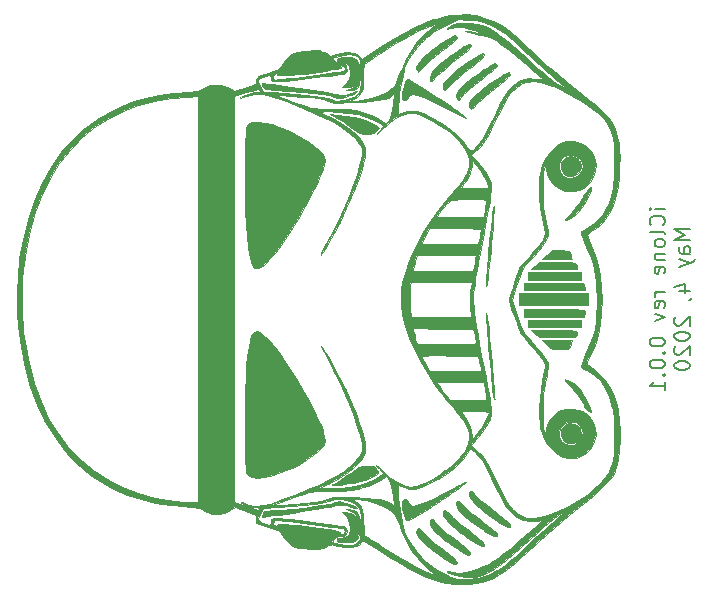
<source format=gbr>
G04 #@! TF.GenerationSoftware,KiCad,Pcbnew,5.0.2+dfsg1-1*
G04 #@! TF.CreationDate,2020-04-26T19:31:52+02:00*
G04 #@! TF.ProjectId,iClone,69436c6f-6e65-42e6-9b69-6361645f7063,rev?*
G04 #@! TF.SameCoordinates,Original*
G04 #@! TF.FileFunction,Legend,Bot*
G04 #@! TF.FilePolarity,Positive*
%FSLAX46Y46*%
G04 Gerber Fmt 4.6, Leading zero omitted, Abs format (unit mm)*
G04 Created by KiCad (PCBNEW 5.0.2+dfsg1-1) date dom 26 abr 2020 19:31:52 CEST*
%MOMM*%
%LPD*%
G01*
G04 APERTURE LIST*
%ADD10C,0.150000*%
%ADD11C,0.010000*%
G04 APERTURE END LIST*
D10*
X170353095Y-83794761D02*
X169486428Y-83794761D01*
X169053095Y-83794761D02*
X169115000Y-83732857D01*
X169176904Y-83794761D01*
X169115000Y-83856666D01*
X169053095Y-83794761D01*
X169176904Y-83794761D01*
X170229285Y-85156666D02*
X170291190Y-85094761D01*
X170353095Y-84909047D01*
X170353095Y-84785238D01*
X170291190Y-84599523D01*
X170167380Y-84475714D01*
X170043571Y-84413809D01*
X169795952Y-84351904D01*
X169610238Y-84351904D01*
X169362619Y-84413809D01*
X169238809Y-84475714D01*
X169115000Y-84599523D01*
X169053095Y-84785238D01*
X169053095Y-84909047D01*
X169115000Y-85094761D01*
X169176904Y-85156666D01*
X170353095Y-85899523D02*
X170291190Y-85775714D01*
X170167380Y-85713809D01*
X169053095Y-85713809D01*
X170353095Y-86580476D02*
X170291190Y-86456666D01*
X170229285Y-86394761D01*
X170105476Y-86332857D01*
X169734047Y-86332857D01*
X169610238Y-86394761D01*
X169548333Y-86456666D01*
X169486428Y-86580476D01*
X169486428Y-86766190D01*
X169548333Y-86890000D01*
X169610238Y-86951904D01*
X169734047Y-87013809D01*
X170105476Y-87013809D01*
X170229285Y-86951904D01*
X170291190Y-86890000D01*
X170353095Y-86766190D01*
X170353095Y-86580476D01*
X169486428Y-87570952D02*
X170353095Y-87570952D01*
X169610238Y-87570952D02*
X169548333Y-87632857D01*
X169486428Y-87756666D01*
X169486428Y-87942380D01*
X169548333Y-88066190D01*
X169672142Y-88128095D01*
X170353095Y-88128095D01*
X170291190Y-89242380D02*
X170353095Y-89118571D01*
X170353095Y-88870952D01*
X170291190Y-88747142D01*
X170167380Y-88685238D01*
X169672142Y-88685238D01*
X169548333Y-88747142D01*
X169486428Y-88870952D01*
X169486428Y-89118571D01*
X169548333Y-89242380D01*
X169672142Y-89304285D01*
X169795952Y-89304285D01*
X169919761Y-88685238D01*
X170353095Y-90851904D02*
X169486428Y-90851904D01*
X169734047Y-90851904D02*
X169610238Y-90913809D01*
X169548333Y-90975714D01*
X169486428Y-91099523D01*
X169486428Y-91223333D01*
X170291190Y-92151904D02*
X170353095Y-92028095D01*
X170353095Y-91780476D01*
X170291190Y-91656666D01*
X170167380Y-91594761D01*
X169672142Y-91594761D01*
X169548333Y-91656666D01*
X169486428Y-91780476D01*
X169486428Y-92028095D01*
X169548333Y-92151904D01*
X169672142Y-92213809D01*
X169795952Y-92213809D01*
X169919761Y-91594761D01*
X169486428Y-92647142D02*
X170353095Y-92956666D01*
X169486428Y-93266190D01*
X169053095Y-94999523D02*
X169053095Y-95123333D01*
X169115000Y-95247142D01*
X169176904Y-95309047D01*
X169300714Y-95370952D01*
X169548333Y-95432857D01*
X169857857Y-95432857D01*
X170105476Y-95370952D01*
X170229285Y-95309047D01*
X170291190Y-95247142D01*
X170353095Y-95123333D01*
X170353095Y-94999523D01*
X170291190Y-94875714D01*
X170229285Y-94813809D01*
X170105476Y-94751904D01*
X169857857Y-94690000D01*
X169548333Y-94690000D01*
X169300714Y-94751904D01*
X169176904Y-94813809D01*
X169115000Y-94875714D01*
X169053095Y-94999523D01*
X170229285Y-95990000D02*
X170291190Y-96051904D01*
X170353095Y-95990000D01*
X170291190Y-95928095D01*
X170229285Y-95990000D01*
X170353095Y-95990000D01*
X169053095Y-96856666D02*
X169053095Y-96980476D01*
X169115000Y-97104285D01*
X169176904Y-97166190D01*
X169300714Y-97228095D01*
X169548333Y-97290000D01*
X169857857Y-97290000D01*
X170105476Y-97228095D01*
X170229285Y-97166190D01*
X170291190Y-97104285D01*
X170353095Y-96980476D01*
X170353095Y-96856666D01*
X170291190Y-96732857D01*
X170229285Y-96670952D01*
X170105476Y-96609047D01*
X169857857Y-96547142D01*
X169548333Y-96547142D01*
X169300714Y-96609047D01*
X169176904Y-96670952D01*
X169115000Y-96732857D01*
X169053095Y-96856666D01*
X170229285Y-97847142D02*
X170291190Y-97909047D01*
X170353095Y-97847142D01*
X170291190Y-97785238D01*
X170229285Y-97847142D01*
X170353095Y-97847142D01*
X170353095Y-99147142D02*
X170353095Y-98404285D01*
X170353095Y-98775714D02*
X169053095Y-98775714D01*
X169238809Y-98651904D01*
X169362619Y-98528095D01*
X169424523Y-98404285D01*
X172453095Y-85528095D02*
X171153095Y-85528095D01*
X172081666Y-85961428D01*
X171153095Y-86394761D01*
X172453095Y-86394761D01*
X172453095Y-87570952D02*
X171772142Y-87570952D01*
X171648333Y-87509047D01*
X171586428Y-87385238D01*
X171586428Y-87137619D01*
X171648333Y-87013809D01*
X172391190Y-87570952D02*
X172453095Y-87447142D01*
X172453095Y-87137619D01*
X172391190Y-87013809D01*
X172267380Y-86951904D01*
X172143571Y-86951904D01*
X172019761Y-87013809D01*
X171957857Y-87137619D01*
X171957857Y-87447142D01*
X171895952Y-87570952D01*
X171586428Y-88066190D02*
X172453095Y-88375714D01*
X171586428Y-88685238D02*
X172453095Y-88375714D01*
X172762619Y-88251904D01*
X172824523Y-88190000D01*
X172886428Y-88066190D01*
X171586428Y-90728095D02*
X172453095Y-90728095D01*
X171091190Y-90418571D02*
X172019761Y-90109047D01*
X172019761Y-90913809D01*
X172391190Y-91470952D02*
X172453095Y-91470952D01*
X172576904Y-91409047D01*
X172638809Y-91347142D01*
X171276904Y-92956666D02*
X171215000Y-93018571D01*
X171153095Y-93142380D01*
X171153095Y-93451904D01*
X171215000Y-93575714D01*
X171276904Y-93637619D01*
X171400714Y-93699523D01*
X171524523Y-93699523D01*
X171710238Y-93637619D01*
X172453095Y-92894761D01*
X172453095Y-93699523D01*
X171153095Y-94504285D02*
X171153095Y-94628095D01*
X171215000Y-94751904D01*
X171276904Y-94813809D01*
X171400714Y-94875714D01*
X171648333Y-94937619D01*
X171957857Y-94937619D01*
X172205476Y-94875714D01*
X172329285Y-94813809D01*
X172391190Y-94751904D01*
X172453095Y-94628095D01*
X172453095Y-94504285D01*
X172391190Y-94380476D01*
X172329285Y-94318571D01*
X172205476Y-94256666D01*
X171957857Y-94194761D01*
X171648333Y-94194761D01*
X171400714Y-94256666D01*
X171276904Y-94318571D01*
X171215000Y-94380476D01*
X171153095Y-94504285D01*
X171276904Y-95432857D02*
X171215000Y-95494761D01*
X171153095Y-95618571D01*
X171153095Y-95928095D01*
X171215000Y-96051904D01*
X171276904Y-96113809D01*
X171400714Y-96175714D01*
X171524523Y-96175714D01*
X171710238Y-96113809D01*
X172453095Y-95370952D01*
X172453095Y-96175714D01*
X171153095Y-96980476D02*
X171153095Y-97104285D01*
X171215000Y-97228095D01*
X171276904Y-97290000D01*
X171400714Y-97351904D01*
X171648333Y-97413809D01*
X171957857Y-97413809D01*
X172205476Y-97351904D01*
X172329285Y-97290000D01*
X172391190Y-97228095D01*
X172453095Y-97104285D01*
X172453095Y-96980476D01*
X172391190Y-96856666D01*
X172329285Y-96794761D01*
X172205476Y-96732857D01*
X171957857Y-96670952D01*
X171648333Y-96670952D01*
X171400714Y-96732857D01*
X171276904Y-96794761D01*
X171215000Y-96856666D01*
X171153095Y-96980476D01*
D11*
G04 #@! TO.C,G\002A\002A\002A*
G36*
X161620542Y-103171739D02*
X161803805Y-103399166D01*
X162117648Y-103588711D01*
X162466274Y-103635594D01*
X162801652Y-103538032D01*
X162941514Y-103441367D01*
X163124214Y-103184833D01*
X163209682Y-102854513D01*
X163185539Y-102523075D01*
X163123789Y-102371319D01*
X162883658Y-102104520D01*
X162571620Y-101963832D01*
X162232818Y-101955529D01*
X161912396Y-102085887D01*
X161791487Y-102186153D01*
X161575319Y-102502780D01*
X161518437Y-102841151D01*
X161620542Y-103171739D01*
X161620542Y-103171739D01*
G37*
X161620542Y-103171739D02*
X161803805Y-103399166D01*
X162117648Y-103588711D01*
X162466274Y-103635594D01*
X162801652Y-103538032D01*
X162941514Y-103441367D01*
X163124214Y-103184833D01*
X163209682Y-102854513D01*
X163185539Y-102523075D01*
X163123789Y-102371319D01*
X162883658Y-102104520D01*
X162571620Y-101963832D01*
X162232818Y-101955529D01*
X161912396Y-102085887D01*
X161791487Y-102186153D01*
X161575319Y-102502780D01*
X161518437Y-102841151D01*
X161620542Y-103171739D01*
G36*
X161599844Y-80546955D02*
X161801427Y-80807567D01*
X162095806Y-80977354D01*
X162388339Y-81024117D01*
X162739445Y-80948913D01*
X163008117Y-80751455D01*
X163174894Y-80466675D01*
X163220316Y-80129507D01*
X163124925Y-79774883D01*
X163105355Y-79736961D01*
X162896133Y-79478808D01*
X162605012Y-79352578D01*
X162372738Y-79332666D01*
X162012610Y-79409699D01*
X161729690Y-79633460D01*
X161576254Y-79894065D01*
X161516354Y-80230720D01*
X161599844Y-80546955D01*
X161599844Y-80546955D01*
G37*
X161599844Y-80546955D02*
X161801427Y-80807567D01*
X162095806Y-80977354D01*
X162388339Y-81024117D01*
X162739445Y-80948913D01*
X163008117Y-80751455D01*
X163174894Y-80466675D01*
X163220316Y-80129507D01*
X163124925Y-79774883D01*
X163105355Y-79736961D01*
X162896133Y-79478808D01*
X162605012Y-79352578D01*
X162372738Y-79332666D01*
X162012610Y-79409699D01*
X161729690Y-79633460D01*
X161576254Y-79894065D01*
X161516354Y-80230720D01*
X161599844Y-80546955D01*
G36*
X136758450Y-109776459D02*
X137157881Y-109728996D01*
X137662642Y-109663391D01*
X138243299Y-109584006D01*
X138870415Y-109495205D01*
X139514556Y-109401350D01*
X140146284Y-109306805D01*
X140736165Y-109215931D01*
X141254764Y-109133093D01*
X141672643Y-109062654D01*
X141960368Y-109008976D01*
X142013713Y-108997518D01*
X142482355Y-108896134D01*
X142829531Y-108837695D01*
X143097529Y-108822033D01*
X143328634Y-108848982D01*
X143565136Y-108918374D01*
X143752929Y-108990654D01*
X144044967Y-109094742D01*
X144221832Y-109129474D01*
X144271334Y-109097284D01*
X144181284Y-109000609D01*
X144075953Y-108926115D01*
X143893700Y-108840072D01*
X143609475Y-108741049D01*
X143306434Y-108656142D01*
X142989631Y-108583701D01*
X142770722Y-108557384D01*
X142584752Y-108576901D01*
X142366767Y-108641958D01*
X142338314Y-108651789D01*
X141916809Y-108768023D01*
X141340403Y-108879707D01*
X140623508Y-108985043D01*
X139780533Y-109082235D01*
X138825890Y-109169486D01*
X137773990Y-109245002D01*
X137397683Y-109267630D01*
X136407699Y-109324363D01*
X136229899Y-109834399D01*
X136758450Y-109776459D01*
X136758450Y-109776459D01*
G37*
X136758450Y-109776459D02*
X137157881Y-109728996D01*
X137662642Y-109663391D01*
X138243299Y-109584006D01*
X138870415Y-109495205D01*
X139514556Y-109401350D01*
X140146284Y-109306805D01*
X140736165Y-109215931D01*
X141254764Y-109133093D01*
X141672643Y-109062654D01*
X141960368Y-109008976D01*
X142013713Y-108997518D01*
X142482355Y-108896134D01*
X142829531Y-108837695D01*
X143097529Y-108822033D01*
X143328634Y-108848982D01*
X143565136Y-108918374D01*
X143752929Y-108990654D01*
X144044967Y-109094742D01*
X144221832Y-109129474D01*
X144271334Y-109097284D01*
X144181284Y-109000609D01*
X144075953Y-108926115D01*
X143893700Y-108840072D01*
X143609475Y-108741049D01*
X143306434Y-108656142D01*
X142989631Y-108583701D01*
X142770722Y-108557384D01*
X142584752Y-108576901D01*
X142366767Y-108641958D01*
X142338314Y-108651789D01*
X141916809Y-108768023D01*
X141340403Y-108879707D01*
X140623508Y-108985043D01*
X139780533Y-109082235D01*
X138825890Y-109169486D01*
X137773990Y-109245002D01*
X137397683Y-109267630D01*
X136407699Y-109324363D01*
X136229899Y-109834399D01*
X136758450Y-109776459D01*
G36*
X142622137Y-111871043D02*
X142767202Y-111953484D01*
X143035849Y-111998496D01*
X143450062Y-112012838D01*
X143452066Y-112012843D01*
X143846230Y-111990690D01*
X144114352Y-111909433D01*
X144294880Y-111750191D01*
X144406168Y-111544237D01*
X144471204Y-111290355D01*
X144509878Y-110939039D01*
X144522141Y-110544295D01*
X144507945Y-110160126D01*
X144467242Y-109840538D01*
X144407847Y-109652652D01*
X144174422Y-109395349D01*
X143845925Y-109251112D01*
X143637000Y-109230277D01*
X143383000Y-109234554D01*
X143624931Y-109307054D01*
X143870025Y-109416994D01*
X144072089Y-109569512D01*
X144179790Y-109722961D01*
X144186037Y-109762288D01*
X144162065Y-109809073D01*
X144122537Y-109761841D01*
X143921341Y-109597045D01*
X143604559Y-109496699D01*
X143334815Y-109474000D01*
X142979164Y-109474000D01*
X143212509Y-109657548D01*
X143412976Y-109871075D01*
X143562593Y-110120496D01*
X143641697Y-110413345D01*
X143675239Y-110759929D01*
X143661307Y-111089259D01*
X143597990Y-111330343D01*
X143595317Y-111335452D01*
X143442008Y-111480131D01*
X143194299Y-111593305D01*
X142927046Y-111648609D01*
X142749329Y-111633421D01*
X142615119Y-111625416D01*
X142578669Y-111742708D01*
X142578667Y-111744419D01*
X142622137Y-111871043D01*
X142622137Y-111871043D01*
G37*
X142622137Y-111871043D02*
X142767202Y-111953484D01*
X143035849Y-111998496D01*
X143450062Y-112012838D01*
X143452066Y-112012843D01*
X143846230Y-111990690D01*
X144114352Y-111909433D01*
X144294880Y-111750191D01*
X144406168Y-111544237D01*
X144471204Y-111290355D01*
X144509878Y-110939039D01*
X144522141Y-110544295D01*
X144507945Y-110160126D01*
X144467242Y-109840538D01*
X144407847Y-109652652D01*
X144174422Y-109395349D01*
X143845925Y-109251112D01*
X143637000Y-109230277D01*
X143383000Y-109234554D01*
X143624931Y-109307054D01*
X143870025Y-109416994D01*
X144072089Y-109569512D01*
X144179790Y-109722961D01*
X144186037Y-109762288D01*
X144162065Y-109809073D01*
X144122537Y-109761841D01*
X143921341Y-109597045D01*
X143604559Y-109496699D01*
X143334815Y-109474000D01*
X142979164Y-109474000D01*
X143212509Y-109657548D01*
X143412976Y-109871075D01*
X143562593Y-110120496D01*
X143641697Y-110413345D01*
X143675239Y-110759929D01*
X143661307Y-111089259D01*
X143597990Y-111330343D01*
X143595317Y-111335452D01*
X143442008Y-111480131D01*
X143194299Y-111593305D01*
X142927046Y-111648609D01*
X142749329Y-111633421D01*
X142615119Y-111625416D01*
X142578669Y-111742708D01*
X142578667Y-111744419D01*
X142622137Y-111871043D01*
G36*
X136319434Y-73427910D02*
X136372280Y-73523163D01*
X136449501Y-73587713D01*
X136584387Y-73630525D01*
X136810233Y-73660566D01*
X137160331Y-73686802D01*
X137317437Y-73696686D01*
X138558203Y-73781447D01*
X139632339Y-73872249D01*
X140542455Y-73969414D01*
X141291157Y-74073258D01*
X141881054Y-74184102D01*
X142314753Y-74302264D01*
X142338314Y-74310458D01*
X142562569Y-74381757D01*
X142746648Y-74407481D01*
X142955186Y-74387501D01*
X143252819Y-74321688D01*
X143306434Y-74308524D01*
X143722320Y-74186592D01*
X144037172Y-74054905D01*
X144226703Y-73925325D01*
X144272000Y-73836833D01*
X144201519Y-73827966D01*
X144017601Y-73877137D01*
X143785167Y-73963775D01*
X143298875Y-74122164D01*
X142888139Y-74158190D01*
X142520959Y-74077487D01*
X142354526Y-74033292D01*
X142053984Y-73972703D01*
X141642101Y-73899017D01*
X141141645Y-73815535D01*
X140575385Y-73725554D01*
X139966090Y-73632373D01*
X139336526Y-73539292D01*
X138709463Y-73449609D01*
X138107669Y-73366622D01*
X137553912Y-73293631D01*
X137070961Y-73233934D01*
X136681584Y-73190830D01*
X136408549Y-73167617D01*
X136274624Y-73167596D01*
X136265884Y-73171227D01*
X136265012Y-73270931D01*
X136319434Y-73427910D01*
X136319434Y-73427910D01*
G37*
X136319434Y-73427910D02*
X136372280Y-73523163D01*
X136449501Y-73587713D01*
X136584387Y-73630525D01*
X136810233Y-73660566D01*
X137160331Y-73686802D01*
X137317437Y-73696686D01*
X138558203Y-73781447D01*
X139632339Y-73872249D01*
X140542455Y-73969414D01*
X141291157Y-74073258D01*
X141881054Y-74184102D01*
X142314753Y-74302264D01*
X142338314Y-74310458D01*
X142562569Y-74381757D01*
X142746648Y-74407481D01*
X142955186Y-74387501D01*
X143252819Y-74321688D01*
X143306434Y-74308524D01*
X143722320Y-74186592D01*
X144037172Y-74054905D01*
X144226703Y-73925325D01*
X144272000Y-73836833D01*
X144201519Y-73827966D01*
X144017601Y-73877137D01*
X143785167Y-73963775D01*
X143298875Y-74122164D01*
X142888139Y-74158190D01*
X142520959Y-74077487D01*
X142354526Y-74033292D01*
X142053984Y-73972703D01*
X141642101Y-73899017D01*
X141141645Y-73815535D01*
X140575385Y-73725554D01*
X139966090Y-73632373D01*
X139336526Y-73539292D01*
X138709463Y-73449609D01*
X138107669Y-73366622D01*
X137553912Y-73293631D01*
X137070961Y-73233934D01*
X136681584Y-73190830D01*
X136408549Y-73167617D01*
X136274624Y-73167596D01*
X136265884Y-73171227D01*
X136265012Y-73270931D01*
X136319434Y-73427910D01*
G36*
X142614792Y-71331090D02*
X142751132Y-71333679D01*
X142772472Y-71328584D01*
X143043295Y-71330321D01*
X143333523Y-71430673D01*
X143554316Y-71598033D01*
X143563908Y-71610161D01*
X143641817Y-71814633D01*
X143672250Y-72117967D01*
X143655274Y-72456502D01*
X143590957Y-72766579D01*
X143562593Y-72844170D01*
X143410223Y-73097232D01*
X143212509Y-73307117D01*
X142979164Y-73490666D01*
X143333453Y-73490666D01*
X143636346Y-73455722D01*
X143921064Y-73369843D01*
X143958705Y-73352083D01*
X144229667Y-73213501D01*
X144067220Y-73395696D01*
X143864296Y-73553582D01*
X143643887Y-73653643D01*
X143383000Y-73729394D01*
X143620038Y-73737030D01*
X143954280Y-73680012D01*
X144245693Y-73510885D01*
X144424850Y-73281365D01*
X144482547Y-73051091D01*
X144513812Y-72710228D01*
X144519316Y-72315340D01*
X144499728Y-71922989D01*
X144455721Y-71589737D01*
X144402576Y-71401833D01*
X144249864Y-71157243D01*
X144029302Y-71015079D01*
X143702682Y-70955671D01*
X143526150Y-70950666D01*
X143067083Y-70969450D01*
X142763807Y-71027584D01*
X142606798Y-71127746D01*
X142578667Y-71216863D01*
X142614792Y-71331090D01*
X142614792Y-71331090D01*
G37*
X142614792Y-71331090D02*
X142751132Y-71333679D01*
X142772472Y-71328584D01*
X143043295Y-71330321D01*
X143333523Y-71430673D01*
X143554316Y-71598033D01*
X143563908Y-71610161D01*
X143641817Y-71814633D01*
X143672250Y-72117967D01*
X143655274Y-72456502D01*
X143590957Y-72766579D01*
X143562593Y-72844170D01*
X143410223Y-73097232D01*
X143212509Y-73307117D01*
X142979164Y-73490666D01*
X143333453Y-73490666D01*
X143636346Y-73455722D01*
X143921064Y-73369843D01*
X143958705Y-73352083D01*
X144229667Y-73213501D01*
X144067220Y-73395696D01*
X143864296Y-73553582D01*
X143643887Y-73653643D01*
X143383000Y-73729394D01*
X143620038Y-73737030D01*
X143954280Y-73680012D01*
X144245693Y-73510885D01*
X144424850Y-73281365D01*
X144482547Y-73051091D01*
X144513812Y-72710228D01*
X144519316Y-72315340D01*
X144499728Y-71922989D01*
X144455721Y-71589737D01*
X144402576Y-71401833D01*
X144249864Y-71157243D01*
X144029302Y-71015079D01*
X143702682Y-70955671D01*
X143526150Y-70950666D01*
X143067083Y-70969450D01*
X142763807Y-71027584D01*
X142606798Y-71127746D01*
X142578667Y-71216863D01*
X142614792Y-71331090D01*
G36*
X134408334Y-74422000D02*
X134450667Y-74379666D01*
X134408334Y-74337333D01*
X134366000Y-74379666D01*
X134408334Y-74422000D01*
X134408334Y-74422000D01*
G37*
X134408334Y-74422000D02*
X134450667Y-74379666D01*
X134408334Y-74337333D01*
X134366000Y-74379666D01*
X134408334Y-74422000D01*
G36*
X134792068Y-102878040D02*
X134796480Y-103634335D01*
X134805244Y-104316886D01*
X134818467Y-104897650D01*
X134836258Y-105348586D01*
X134844818Y-105488325D01*
X134875251Y-105862266D01*
X134909780Y-106105337D01*
X134959537Y-106255853D01*
X135035654Y-106352132D01*
X135112243Y-106408865D01*
X135403144Y-106512626D01*
X135817415Y-106536913D01*
X136331432Y-106486317D01*
X136921573Y-106365429D01*
X137564215Y-106178841D01*
X138235736Y-105931145D01*
X138762563Y-105699332D01*
X139459055Y-105346864D01*
X140037945Y-104997661D01*
X140547238Y-104619652D01*
X141033500Y-104182166D01*
X141292341Y-103922770D01*
X141449417Y-103737012D01*
X141528982Y-103585427D01*
X141555292Y-103428550D01*
X141555983Y-103332024D01*
X141523282Y-103064128D01*
X141446090Y-102727713D01*
X141375040Y-102496504D01*
X141279367Y-102255680D01*
X141122779Y-101900090D01*
X140921788Y-101465565D01*
X140692906Y-100987935D01*
X140497125Y-100591504D01*
X140051151Y-99734238D01*
X139581419Y-98891373D01*
X139097605Y-98076251D01*
X138609383Y-97302213D01*
X138126429Y-96582602D01*
X137658419Y-95930758D01*
X137215028Y-95360025D01*
X136805931Y-94883743D01*
X136440805Y-94515255D01*
X136129323Y-94267901D01*
X135881163Y-94155025D01*
X135825260Y-94149333D01*
X135611118Y-94185819D01*
X135475704Y-94265444D01*
X135340051Y-94519330D01*
X135216365Y-94936796D01*
X135105543Y-95512449D01*
X135008485Y-96240899D01*
X134926089Y-97116752D01*
X134874006Y-97874666D01*
X134850965Y-98361994D01*
X134831523Y-98971872D01*
X134815788Y-99676258D01*
X134803868Y-100447110D01*
X134795869Y-101256385D01*
X134791900Y-102076043D01*
X134792068Y-102878040D01*
X134792068Y-102878040D01*
G37*
X134792068Y-102878040D02*
X134796480Y-103634335D01*
X134805244Y-104316886D01*
X134818467Y-104897650D01*
X134836258Y-105348586D01*
X134844818Y-105488325D01*
X134875251Y-105862266D01*
X134909780Y-106105337D01*
X134959537Y-106255853D01*
X135035654Y-106352132D01*
X135112243Y-106408865D01*
X135403144Y-106512626D01*
X135817415Y-106536913D01*
X136331432Y-106486317D01*
X136921573Y-106365429D01*
X137564215Y-106178841D01*
X138235736Y-105931145D01*
X138762563Y-105699332D01*
X139459055Y-105346864D01*
X140037945Y-104997661D01*
X140547238Y-104619652D01*
X141033500Y-104182166D01*
X141292341Y-103922770D01*
X141449417Y-103737012D01*
X141528982Y-103585427D01*
X141555292Y-103428550D01*
X141555983Y-103332024D01*
X141523282Y-103064128D01*
X141446090Y-102727713D01*
X141375040Y-102496504D01*
X141279367Y-102255680D01*
X141122779Y-101900090D01*
X140921788Y-101465565D01*
X140692906Y-100987935D01*
X140497125Y-100591504D01*
X140051151Y-99734238D01*
X139581419Y-98891373D01*
X139097605Y-98076251D01*
X138609383Y-97302213D01*
X138126429Y-96582602D01*
X137658419Y-95930758D01*
X137215028Y-95360025D01*
X136805931Y-94883743D01*
X136440805Y-94515255D01*
X136129323Y-94267901D01*
X135881163Y-94155025D01*
X135825260Y-94149333D01*
X135611118Y-94185819D01*
X135475704Y-94265444D01*
X135340051Y-94519330D01*
X135216365Y-94936796D01*
X135105543Y-95512449D01*
X135008485Y-96240899D01*
X134926089Y-97116752D01*
X134874006Y-97874666D01*
X134850965Y-98361994D01*
X134831523Y-98971872D01*
X134815788Y-99676258D01*
X134803868Y-100447110D01*
X134795869Y-101256385D01*
X134791900Y-102076043D01*
X134792068Y-102878040D01*
G36*
X134796965Y-81866935D02*
X134806149Y-82707562D01*
X134819906Y-83504057D01*
X134838112Y-84225937D01*
X134860640Y-84842720D01*
X134876023Y-85146960D01*
X134946931Y-86119624D01*
X135038338Y-86953027D01*
X135149091Y-87641579D01*
X135278037Y-88179687D01*
X135424024Y-88561759D01*
X135585898Y-88782204D01*
X135631813Y-88813092D01*
X135844374Y-88832397D01*
X136123711Y-88704269D01*
X136464865Y-88434667D01*
X136862876Y-88029544D01*
X137312785Y-87494858D01*
X137809632Y-86836564D01*
X138348457Y-86060618D01*
X138924301Y-85172976D01*
X139532205Y-84179594D01*
X139636523Y-84003775D01*
X139876507Y-83579571D01*
X140146272Y-83073118D01*
X140428550Y-82519867D01*
X140706077Y-81955270D01*
X140961584Y-81414778D01*
X141177805Y-80933843D01*
X141337473Y-80547917D01*
X141390160Y-80403274D01*
X141515829Y-79983342D01*
X141558680Y-79666859D01*
X141511544Y-79405783D01*
X141367254Y-79152068D01*
X141167616Y-78911589D01*
X140750978Y-78511209D01*
X140240207Y-78121223D01*
X139657998Y-77750438D01*
X139027045Y-77407665D01*
X138370042Y-77101713D01*
X137709684Y-76841391D01*
X137068664Y-76635508D01*
X136469677Y-76492875D01*
X135935417Y-76422300D01*
X135488578Y-76432592D01*
X135151855Y-76532561D01*
X135107227Y-76559087D01*
X135014500Y-76631993D01*
X134951150Y-76729184D01*
X134908503Y-76885199D01*
X134877884Y-77134578D01*
X134850620Y-77511861D01*
X134844946Y-77603421D01*
X134824050Y-78068708D01*
X134808481Y-78672757D01*
X134798113Y-79385087D01*
X134792822Y-80175215D01*
X134792481Y-81012659D01*
X134796965Y-81866935D01*
X134796965Y-81866935D01*
G37*
X134796965Y-81866935D02*
X134806149Y-82707562D01*
X134819906Y-83504057D01*
X134838112Y-84225937D01*
X134860640Y-84842720D01*
X134876023Y-85146960D01*
X134946931Y-86119624D01*
X135038338Y-86953027D01*
X135149091Y-87641579D01*
X135278037Y-88179687D01*
X135424024Y-88561759D01*
X135585898Y-88782204D01*
X135631813Y-88813092D01*
X135844374Y-88832397D01*
X136123711Y-88704269D01*
X136464865Y-88434667D01*
X136862876Y-88029544D01*
X137312785Y-87494858D01*
X137809632Y-86836564D01*
X138348457Y-86060618D01*
X138924301Y-85172976D01*
X139532205Y-84179594D01*
X139636523Y-84003775D01*
X139876507Y-83579571D01*
X140146272Y-83073118D01*
X140428550Y-82519867D01*
X140706077Y-81955270D01*
X140961584Y-81414778D01*
X141177805Y-80933843D01*
X141337473Y-80547917D01*
X141390160Y-80403274D01*
X141515829Y-79983342D01*
X141558680Y-79666859D01*
X141511544Y-79405783D01*
X141367254Y-79152068D01*
X141167616Y-78911589D01*
X140750978Y-78511209D01*
X140240207Y-78121223D01*
X139657998Y-77750438D01*
X139027045Y-77407665D01*
X138370042Y-77101713D01*
X137709684Y-76841391D01*
X137068664Y-76635508D01*
X136469677Y-76492875D01*
X135935417Y-76422300D01*
X135488578Y-76432592D01*
X135151855Y-76532561D01*
X135107227Y-76559087D01*
X135014500Y-76631993D01*
X134951150Y-76729184D01*
X134908503Y-76885199D01*
X134877884Y-77134578D01*
X134850620Y-77511861D01*
X134844946Y-77603421D01*
X134824050Y-78068708D01*
X134808481Y-78672757D01*
X134798113Y-79385087D01*
X134792822Y-80175215D01*
X134792481Y-81012659D01*
X134796965Y-81866935D01*
G36*
X142178205Y-107148614D02*
X142313358Y-107163058D01*
X142544889Y-107156934D01*
X142849214Y-107132445D01*
X143202745Y-107091795D01*
X143581896Y-107037186D01*
X143963081Y-106970823D01*
X144322714Y-106894908D01*
X144543368Y-106838829D01*
X144941537Y-106710227D01*
X145336894Y-106551446D01*
X145685663Y-106382971D01*
X145944067Y-106225287D01*
X146044383Y-106136434D01*
X146044546Y-106009912D01*
X145912475Y-105811771D01*
X145894149Y-105790852D01*
X145767920Y-105660479D01*
X145646963Y-105586777D01*
X145481327Y-105556306D01*
X145221059Y-105555625D01*
X145043929Y-105562090D01*
X144709435Y-105582032D01*
X144481774Y-105623391D01*
X144298450Y-105707783D01*
X144096961Y-105856826D01*
X144028537Y-105913288D01*
X143767438Y-106115880D01*
X143439686Y-106349128D01*
X143086295Y-106586215D01*
X142748278Y-106800322D01*
X142466648Y-106964631D01*
X142291382Y-107049206D01*
X142163018Y-107111397D01*
X142178205Y-107148614D01*
X142178205Y-107148614D01*
G37*
X142178205Y-107148614D02*
X142313358Y-107163058D01*
X142544889Y-107156934D01*
X142849214Y-107132445D01*
X143202745Y-107091795D01*
X143581896Y-107037186D01*
X143963081Y-106970823D01*
X144322714Y-106894908D01*
X144543368Y-106838829D01*
X144941537Y-106710227D01*
X145336894Y-106551446D01*
X145685663Y-106382971D01*
X145944067Y-106225287D01*
X146044383Y-106136434D01*
X146044546Y-106009912D01*
X145912475Y-105811771D01*
X145894149Y-105790852D01*
X145767920Y-105660479D01*
X145646963Y-105586777D01*
X145481327Y-105556306D01*
X145221059Y-105555625D01*
X145043929Y-105562090D01*
X144709435Y-105582032D01*
X144481774Y-105623391D01*
X144298450Y-105707783D01*
X144096961Y-105856826D01*
X144028537Y-105913288D01*
X143767438Y-106115880D01*
X143439686Y-106349128D01*
X143086295Y-106586215D01*
X142748278Y-106800322D01*
X142466648Y-106964631D01*
X142291382Y-107049206D01*
X142163018Y-107111397D01*
X142178205Y-107148614D01*
G36*
X142451667Y-75992346D02*
X142798700Y-76192732D01*
X143203090Y-76452520D01*
X143611978Y-76735296D01*
X143972499Y-77004649D01*
X144209136Y-77202917D01*
X144357060Y-77319022D01*
X144520402Y-77385060D01*
X144752920Y-77415124D01*
X145048311Y-77422949D01*
X145374457Y-77419401D01*
X145584887Y-77392625D01*
X145733009Y-77327810D01*
X145872231Y-77210143D01*
X145894342Y-77188320D01*
X146045486Y-77032707D01*
X146128922Y-76936925D01*
X146134667Y-76926276D01*
X146080114Y-76859450D01*
X145984204Y-76767410D01*
X145675765Y-76561440D01*
X145228048Y-76363322D01*
X144671103Y-76181612D01*
X144034983Y-76024866D01*
X143349740Y-75901639D01*
X142663334Y-75821961D01*
X142028334Y-75769160D01*
X142451667Y-75992346D01*
X142451667Y-75992346D01*
G37*
X142451667Y-75992346D02*
X142798700Y-76192732D01*
X143203090Y-76452520D01*
X143611978Y-76735296D01*
X143972499Y-77004649D01*
X144209136Y-77202917D01*
X144357060Y-77319022D01*
X144520402Y-77385060D01*
X144752920Y-77415124D01*
X145048311Y-77422949D01*
X145374457Y-77419401D01*
X145584887Y-77392625D01*
X145733009Y-77327810D01*
X145872231Y-77210143D01*
X145894342Y-77188320D01*
X146045486Y-77032707D01*
X146128922Y-76936925D01*
X146134667Y-76926276D01*
X146080114Y-76859450D01*
X145984204Y-76767410D01*
X145675765Y-76561440D01*
X145228048Y-76363322D01*
X144671103Y-76181612D01*
X144034983Y-76024866D01*
X143349740Y-75901639D01*
X142663334Y-75821961D01*
X142028334Y-75769160D01*
X142451667Y-75992346D01*
G36*
X149352956Y-111338238D02*
X149383435Y-111400257D01*
X149623653Y-111746527D01*
X150005643Y-112141848D01*
X150513708Y-112572997D01*
X151132154Y-113026750D01*
X151845285Y-113489884D01*
X151912299Y-113530800D01*
X152275874Y-113739072D01*
X152522669Y-113846849D01*
X152669415Y-113857797D01*
X152732842Y-113775579D01*
X152738667Y-113711770D01*
X152672756Y-113587721D01*
X152472672Y-113384715D01*
X152134891Y-113099526D01*
X151701500Y-112763318D01*
X151272973Y-112427763D01*
X150832828Y-112062914D01*
X150427703Y-111708662D01*
X150104232Y-111404898D01*
X150052735Y-111352992D01*
X149778398Y-111073785D01*
X149597645Y-110901438D01*
X149485962Y-110821454D01*
X149418839Y-110819339D01*
X149371763Y-110880595D01*
X149345992Y-110935041D01*
X149296317Y-111130920D01*
X149352956Y-111338238D01*
X149352956Y-111338238D01*
G37*
X149352956Y-111338238D02*
X149383435Y-111400257D01*
X149623653Y-111746527D01*
X150005643Y-112141848D01*
X150513708Y-112572997D01*
X151132154Y-113026750D01*
X151845285Y-113489884D01*
X151912299Y-113530800D01*
X152275874Y-113739072D01*
X152522669Y-113846849D01*
X152669415Y-113857797D01*
X152732842Y-113775579D01*
X152738667Y-113711770D01*
X152672756Y-113587721D01*
X152472672Y-113384715D01*
X152134891Y-113099526D01*
X151701500Y-112763318D01*
X151272973Y-112427763D01*
X150832828Y-112062914D01*
X150427703Y-111708662D01*
X150104232Y-111404898D01*
X150052735Y-111352992D01*
X149778398Y-111073785D01*
X149597645Y-110901438D01*
X149485962Y-110821454D01*
X149418839Y-110819339D01*
X149371763Y-110880595D01*
X149345992Y-110935041D01*
X149296317Y-111130920D01*
X149352956Y-111338238D01*
G36*
X148128239Y-109098636D02*
X148189347Y-109423917D01*
X148273745Y-109733191D01*
X148370513Y-109983025D01*
X148468728Y-110129985D01*
X148516268Y-110151333D01*
X148656471Y-110106134D01*
X148919496Y-109977355D01*
X149287187Y-109775228D01*
X149741392Y-109509982D01*
X150263958Y-109191846D01*
X150664334Y-108940861D01*
X151016567Y-108711550D01*
X151413809Y-108443116D01*
X151832793Y-108152416D01*
X152250258Y-107856307D01*
X152642938Y-107571644D01*
X152987571Y-107315284D01*
X153260893Y-107104083D01*
X153439640Y-106954899D01*
X153500667Y-106885703D01*
X153433204Y-106901539D01*
X153253325Y-106986415D01*
X152994799Y-107123903D01*
X152886834Y-107184331D01*
X152183151Y-107571852D01*
X151501787Y-107925646D01*
X150860550Y-108238007D01*
X150277249Y-108501234D01*
X149769691Y-108707623D01*
X149355685Y-108849470D01*
X149053039Y-108919074D01*
X148889807Y-108913283D01*
X148756256Y-108804678D01*
X148627093Y-108617198D01*
X148627028Y-108617073D01*
X148476485Y-108431145D01*
X148311331Y-108375742D01*
X148173438Y-108454436D01*
X148119583Y-108573786D01*
X148101344Y-108800781D01*
X148128239Y-109098636D01*
X148128239Y-109098636D01*
G37*
X148128239Y-109098636D02*
X148189347Y-109423917D01*
X148273745Y-109733191D01*
X148370513Y-109983025D01*
X148468728Y-110129985D01*
X148516268Y-110151333D01*
X148656471Y-110106134D01*
X148919496Y-109977355D01*
X149287187Y-109775228D01*
X149741392Y-109509982D01*
X150263958Y-109191846D01*
X150664334Y-108940861D01*
X151016567Y-108711550D01*
X151413809Y-108443116D01*
X151832793Y-108152416D01*
X152250258Y-107856307D01*
X152642938Y-107571644D01*
X152987571Y-107315284D01*
X153260893Y-107104083D01*
X153439640Y-106954899D01*
X153500667Y-106885703D01*
X153433204Y-106901539D01*
X153253325Y-106986415D01*
X152994799Y-107123903D01*
X152886834Y-107184331D01*
X152183151Y-107571852D01*
X151501787Y-107925646D01*
X150860550Y-108238007D01*
X150277249Y-108501234D01*
X149769691Y-108707623D01*
X149355685Y-108849470D01*
X149053039Y-108919074D01*
X148889807Y-108913283D01*
X148756256Y-108804678D01*
X148627093Y-108617198D01*
X148627028Y-108617073D01*
X148476485Y-108431145D01*
X148311331Y-108375742D01*
X148173438Y-108454436D01*
X148119583Y-108573786D01*
X148101344Y-108800781D01*
X148128239Y-109098636D01*
G36*
X150491661Y-110523331D02*
X150655013Y-110843931D01*
X150965203Y-111205514D01*
X151119700Y-111353320D01*
X151365245Y-111561010D01*
X151686750Y-111807498D01*
X152056748Y-112074554D01*
X152447771Y-112343947D01*
X152832352Y-112597448D01*
X153183025Y-112816825D01*
X153472321Y-112983850D01*
X153672775Y-113080291D01*
X153745448Y-113096055D01*
X153882279Y-113005304D01*
X153880618Y-112847132D01*
X153859124Y-112808212D01*
X153766656Y-112716632D01*
X153573357Y-112553807D01*
X153314603Y-112349094D01*
X153204334Y-112264808D01*
X152455747Y-111688265D01*
X151850825Y-111200639D01*
X151389279Y-110801682D01*
X151070819Y-110491144D01*
X150913945Y-110298849D01*
X150734018Y-110079469D01*
X150592389Y-110015783D01*
X150497018Y-110109024D01*
X150466891Y-110229503D01*
X150491661Y-110523331D01*
X150491661Y-110523331D01*
G37*
X150491661Y-110523331D02*
X150655013Y-110843931D01*
X150965203Y-111205514D01*
X151119700Y-111353320D01*
X151365245Y-111561010D01*
X151686750Y-111807498D01*
X152056748Y-112074554D01*
X152447771Y-112343947D01*
X152832352Y-112597448D01*
X153183025Y-112816825D01*
X153472321Y-112983850D01*
X153672775Y-113080291D01*
X153745448Y-113096055D01*
X153882279Y-113005304D01*
X153880618Y-112847132D01*
X153859124Y-112808212D01*
X153766656Y-112716632D01*
X153573357Y-112553807D01*
X153314603Y-112349094D01*
X153204334Y-112264808D01*
X152455747Y-111688265D01*
X151850825Y-111200639D01*
X151389279Y-110801682D01*
X151070819Y-110491144D01*
X150913945Y-110298849D01*
X150734018Y-110079469D01*
X150592389Y-110015783D01*
X150497018Y-110109024D01*
X150466891Y-110229503D01*
X150491661Y-110523331D01*
G36*
X151571338Y-109722212D02*
X151639098Y-109866540D01*
X151777234Y-110045494D01*
X152006366Y-110286824D01*
X152257420Y-110532267D01*
X152566730Y-110807277D01*
X152947908Y-111112105D01*
X153369014Y-111424757D01*
X153798109Y-111723244D01*
X154203252Y-111985572D01*
X154552504Y-112189751D01*
X154813924Y-112313788D01*
X154871988Y-112332489D01*
X154994820Y-112312946D01*
X155010998Y-112171325D01*
X154968173Y-112033905D01*
X154888412Y-111947674D01*
X154697273Y-111781174D01*
X154419510Y-111554838D01*
X154079882Y-111289101D01*
X153895358Y-111148412D01*
X153473390Y-110818757D01*
X153044394Y-110465256D01*
X152653371Y-110126126D01*
X152345318Y-109839582D01*
X152295132Y-109789413D01*
X152042339Y-109545755D01*
X151827880Y-109364068D01*
X151681477Y-109268253D01*
X151638965Y-109261736D01*
X151579233Y-109375673D01*
X151553363Y-109577674D01*
X151553334Y-109584764D01*
X151571338Y-109722212D01*
X151571338Y-109722212D01*
G37*
X151571338Y-109722212D02*
X151639098Y-109866540D01*
X151777234Y-110045494D01*
X152006366Y-110286824D01*
X152257420Y-110532267D01*
X152566730Y-110807277D01*
X152947908Y-111112105D01*
X153369014Y-111424757D01*
X153798109Y-111723244D01*
X154203252Y-111985572D01*
X154552504Y-112189751D01*
X154813924Y-112313788D01*
X154871988Y-112332489D01*
X154994820Y-112312946D01*
X155010998Y-112171325D01*
X154968173Y-112033905D01*
X154888412Y-111947674D01*
X154697273Y-111781174D01*
X154419510Y-111554838D01*
X154079882Y-111289101D01*
X153895358Y-111148412D01*
X153473390Y-110818757D01*
X153044394Y-110465256D01*
X152653371Y-110126126D01*
X152345318Y-109839582D01*
X152295132Y-109789413D01*
X152042339Y-109545755D01*
X151827880Y-109364068D01*
X151681477Y-109268253D01*
X151638965Y-109261736D01*
X151579233Y-109375673D01*
X151553363Y-109577674D01*
X151553334Y-109584764D01*
X151571338Y-109722212D01*
G36*
X152729312Y-109007476D02*
X152947222Y-109333593D01*
X153295695Y-109705930D01*
X153762694Y-110113094D01*
X154336184Y-110543693D01*
X155004129Y-110986333D01*
X155074427Y-111030061D01*
X155404685Y-111226535D01*
X155692641Y-111383547D01*
X155901822Y-111482025D01*
X155984594Y-111506000D01*
X156104385Y-111449486D01*
X156107902Y-111307639D01*
X156019500Y-111154790D01*
X155917710Y-111060370D01*
X155706607Y-110885210D01*
X155412269Y-110650270D01*
X155060775Y-110376511D01*
X154855334Y-110219118D01*
X154344308Y-109826162D01*
X153949713Y-109512712D01*
X153650158Y-109259888D01*
X153424255Y-109048810D01*
X153250614Y-108860600D01*
X153108359Y-108677094D01*
X152935753Y-108512132D01*
X152779635Y-108487133D01*
X152676063Y-108597185D01*
X152654000Y-108738972D01*
X152729312Y-109007476D01*
X152729312Y-109007476D01*
G37*
X152729312Y-109007476D02*
X152947222Y-109333593D01*
X153295695Y-109705930D01*
X153762694Y-110113094D01*
X154336184Y-110543693D01*
X155004129Y-110986333D01*
X155074427Y-111030061D01*
X155404685Y-111226535D01*
X155692641Y-111383547D01*
X155901822Y-111482025D01*
X155984594Y-111506000D01*
X156104385Y-111449486D01*
X156107902Y-111307639D01*
X156019500Y-111154790D01*
X155917710Y-111060370D01*
X155706607Y-110885210D01*
X155412269Y-110650270D01*
X155060775Y-110376511D01*
X154855334Y-110219118D01*
X154344308Y-109826162D01*
X153949713Y-109512712D01*
X153650158Y-109259888D01*
X153424255Y-109048810D01*
X153250614Y-108860600D01*
X153108359Y-108677094D01*
X152935753Y-108512132D01*
X152779635Y-108487133D01*
X152676063Y-108597185D01*
X152654000Y-108738972D01*
X152729312Y-109007476D01*
G36*
X153808389Y-108089662D02*
X153979598Y-108419339D01*
X154300922Y-108798485D01*
X154767932Y-109222675D01*
X155376199Y-109687481D01*
X156121295Y-110188479D01*
X156247848Y-110268524D01*
X156571258Y-110465277D01*
X156848375Y-110622350D01*
X157044149Y-110720538D01*
X157115681Y-110744000D01*
X157225846Y-110693890D01*
X157219874Y-110562396D01*
X157110676Y-110377768D01*
X156911165Y-110168256D01*
X156816676Y-110089802D01*
X156188464Y-109598155D01*
X155679746Y-109196514D01*
X155275373Y-108872196D01*
X154960197Y-108612515D01*
X154719071Y-108404788D01*
X154536846Y-108236329D01*
X154398375Y-108094455D01*
X154304530Y-107986230D01*
X154091008Y-107743074D01*
X153949199Y-107634618D01*
X153858168Y-107653825D01*
X153796976Y-107793659D01*
X153791723Y-107813881D01*
X153808389Y-108089662D01*
X153808389Y-108089662D01*
G37*
X153808389Y-108089662D02*
X153979598Y-108419339D01*
X154300922Y-108798485D01*
X154767932Y-109222675D01*
X155376199Y-109687481D01*
X156121295Y-110188479D01*
X156247848Y-110268524D01*
X156571258Y-110465277D01*
X156848375Y-110622350D01*
X157044149Y-110720538D01*
X157115681Y-110744000D01*
X157225846Y-110693890D01*
X157219874Y-110562396D01*
X157110676Y-110377768D01*
X156911165Y-110168256D01*
X156816676Y-110089802D01*
X156188464Y-109598155D01*
X155679746Y-109196514D01*
X155275373Y-108872196D01*
X154960197Y-108612515D01*
X154719071Y-108404788D01*
X154536846Y-108236329D01*
X154398375Y-108094455D01*
X154304530Y-107986230D01*
X154091008Y-107743074D01*
X153949199Y-107634618D01*
X153858168Y-107653825D01*
X153796976Y-107793659D01*
X153791723Y-107813881D01*
X153808389Y-108089662D01*
G36*
X149357081Y-72060826D02*
X149409898Y-72142181D01*
X149471474Y-72161940D01*
X149568116Y-72104323D01*
X149726129Y-71953547D01*
X149971822Y-71693832D01*
X149975604Y-71689782D01*
X150229480Y-71439554D01*
X150581057Y-71122678D01*
X150991529Y-70772698D01*
X151422084Y-70423156D01*
X151616834Y-70271262D01*
X152105729Y-69885297D01*
X152456852Y-69585006D01*
X152668424Y-69372012D01*
X152738667Y-69248504D01*
X152684573Y-69116126D01*
X152614670Y-69088000D01*
X152437402Y-69139796D01*
X152158744Y-69282248D01*
X151805994Y-69495951D01*
X151406449Y-69761500D01*
X150987406Y-70059491D01*
X150576163Y-70370519D01*
X150200017Y-70675178D01*
X149886266Y-70954064D01*
X149664179Y-71185405D01*
X149430154Y-71493308D01*
X149314476Y-71727973D01*
X149304984Y-71924059D01*
X149357081Y-72060826D01*
X149357081Y-72060826D01*
G37*
X149357081Y-72060826D02*
X149409898Y-72142181D01*
X149471474Y-72161940D01*
X149568116Y-72104323D01*
X149726129Y-71953547D01*
X149971822Y-71693832D01*
X149975604Y-71689782D01*
X150229480Y-71439554D01*
X150581057Y-71122678D01*
X150991529Y-70772698D01*
X151422084Y-70423156D01*
X151616834Y-70271262D01*
X152105729Y-69885297D01*
X152456852Y-69585006D01*
X152668424Y-69372012D01*
X152738667Y-69248504D01*
X152684573Y-69116126D01*
X152614670Y-69088000D01*
X152437402Y-69139796D01*
X152158744Y-69282248D01*
X151805994Y-69495951D01*
X151406449Y-69761500D01*
X150987406Y-70059491D01*
X150576163Y-70370519D01*
X150200017Y-70675178D01*
X149886266Y-70954064D01*
X149664179Y-71185405D01*
X149430154Y-71493308D01*
X149314476Y-71727973D01*
X149304984Y-71924059D01*
X149357081Y-72060826D01*
G36*
X148119583Y-74390880D02*
X148218428Y-74556249D01*
X148370237Y-74584072D01*
X148535261Y-74478501D01*
X148632334Y-74337333D01*
X148762192Y-74155483D01*
X148940653Y-74088583D01*
X149055908Y-74083333D01*
X149387158Y-74133139D01*
X149851541Y-74281548D01*
X150445623Y-74527044D01*
X151165970Y-74868113D01*
X152009149Y-75303240D01*
X152802167Y-75736055D01*
X153102324Y-75899066D01*
X153337869Y-76018904D01*
X153476868Y-76079763D01*
X153500667Y-76081781D01*
X153437651Y-76015422D01*
X153267897Y-75871657D01*
X153020343Y-75674399D01*
X152832450Y-75529606D01*
X152427732Y-75231191D01*
X151961060Y-74903077D01*
X151453783Y-74558700D01*
X150927251Y-74211497D01*
X150402816Y-73874903D01*
X149901827Y-73562355D01*
X149445635Y-73287290D01*
X149055589Y-73063142D01*
X148753041Y-72903350D01*
X148559341Y-72821348D01*
X148516268Y-72813333D01*
X148421565Y-72890424D01*
X148322688Y-73092740D01*
X148230561Y-73376849D01*
X148156103Y-73699317D01*
X148110237Y-74016711D01*
X148103884Y-74285597D01*
X148119583Y-74390880D01*
X148119583Y-74390880D01*
G37*
X148119583Y-74390880D02*
X148218428Y-74556249D01*
X148370237Y-74584072D01*
X148535261Y-74478501D01*
X148632334Y-74337333D01*
X148762192Y-74155483D01*
X148940653Y-74088583D01*
X149055908Y-74083333D01*
X149387158Y-74133139D01*
X149851541Y-74281548D01*
X150445623Y-74527044D01*
X151165970Y-74868113D01*
X152009149Y-75303240D01*
X152802167Y-75736055D01*
X153102324Y-75899066D01*
X153337869Y-76018904D01*
X153476868Y-76079763D01*
X153500667Y-76081781D01*
X153437651Y-76015422D01*
X153267897Y-75871657D01*
X153020343Y-75674399D01*
X152832450Y-75529606D01*
X152427732Y-75231191D01*
X151961060Y-74903077D01*
X151453783Y-74558700D01*
X150927251Y-74211497D01*
X150402816Y-73874903D01*
X149901827Y-73562355D01*
X149445635Y-73287290D01*
X149055589Y-73063142D01*
X148753041Y-72903350D01*
X148559341Y-72821348D01*
X148516268Y-72813333D01*
X148421565Y-72890424D01*
X148322688Y-73092740D01*
X148230561Y-73376849D01*
X148156103Y-73699317D01*
X148110237Y-74016711D01*
X148103884Y-74285597D01*
X148119583Y-74390880D01*
G36*
X150489264Y-72924387D02*
X150590039Y-72975853D01*
X150741472Y-72880854D01*
X150920832Y-72655410D01*
X151087187Y-72457790D01*
X151379219Y-72179321D01*
X151800431Y-71817032D01*
X152354323Y-71367949D01*
X153044397Y-70829101D01*
X153331334Y-70609134D01*
X153650390Y-70342340D01*
X153854951Y-70121024D01*
X153937216Y-69957946D01*
X153889384Y-69865863D01*
X153795470Y-69850000D01*
X153637020Y-69898934D01*
X153372833Y-70033420D01*
X153030782Y-70234979D01*
X152638742Y-70485132D01*
X152224586Y-70765401D01*
X151816186Y-71057308D01*
X151441418Y-71342374D01*
X151128153Y-71602123D01*
X151060000Y-71663431D01*
X150718511Y-72025734D01*
X150521448Y-72360673D01*
X150453053Y-72695783D01*
X150452667Y-72724462D01*
X150489264Y-72924387D01*
X150489264Y-72924387D01*
G37*
X150489264Y-72924387D02*
X150590039Y-72975853D01*
X150741472Y-72880854D01*
X150920832Y-72655410D01*
X151087187Y-72457790D01*
X151379219Y-72179321D01*
X151800431Y-71817032D01*
X152354323Y-71367949D01*
X153044397Y-70829101D01*
X153331334Y-70609134D01*
X153650390Y-70342340D01*
X153854951Y-70121024D01*
X153937216Y-69957946D01*
X153889384Y-69865863D01*
X153795470Y-69850000D01*
X153637020Y-69898934D01*
X153372833Y-70033420D01*
X153030782Y-70234979D01*
X152638742Y-70485132D01*
X152224586Y-70765401D01*
X151816186Y-71057308D01*
X151441418Y-71342374D01*
X151128153Y-71602123D01*
X151060000Y-71663431D01*
X150718511Y-72025734D01*
X150521448Y-72360673D01*
X150453053Y-72695783D01*
X150452667Y-72724462D01*
X150489264Y-72924387D01*
G36*
X151582648Y-73622868D02*
X151673808Y-73700532D01*
X151831639Y-73628487D01*
X152060965Y-73406293D01*
X152115021Y-73344742D01*
X152305045Y-73150965D01*
X152599972Y-72882817D01*
X152968830Y-72566983D01*
X153380647Y-72230145D01*
X153701587Y-71977842D01*
X154095270Y-71669059D01*
X154441878Y-71387677D01*
X154718888Y-71152752D01*
X154903776Y-70983342D01*
X154973020Y-70902074D01*
X155021482Y-70698346D01*
X154960672Y-70615151D01*
X154929556Y-70612000D01*
X154818413Y-70653485D01*
X154602337Y-70764360D01*
X154319979Y-70924254D01*
X154188722Y-71002456D01*
X153531329Y-71422275D01*
X152943831Y-71841498D01*
X152440763Y-72246927D01*
X152036659Y-72625361D01*
X151746053Y-72963600D01*
X151583479Y-73248445D01*
X151553334Y-73395935D01*
X151582648Y-73622868D01*
X151582648Y-73622868D01*
G37*
X151582648Y-73622868D02*
X151673808Y-73700532D01*
X151831639Y-73628487D01*
X152060965Y-73406293D01*
X152115021Y-73344742D01*
X152305045Y-73150965D01*
X152599972Y-72882817D01*
X152968830Y-72566983D01*
X153380647Y-72230145D01*
X153701587Y-71977842D01*
X154095270Y-71669059D01*
X154441878Y-71387677D01*
X154718888Y-71152752D01*
X154903776Y-70983342D01*
X154973020Y-70902074D01*
X155021482Y-70698346D01*
X154960672Y-70615151D01*
X154929556Y-70612000D01*
X154818413Y-70653485D01*
X154602337Y-70764360D01*
X154319979Y-70924254D01*
X154188722Y-71002456D01*
X153531329Y-71422275D01*
X152943831Y-71841498D01*
X152440763Y-72246927D01*
X152036659Y-72625361D01*
X151746053Y-72963600D01*
X151583479Y-73248445D01*
X151553334Y-73395935D01*
X151582648Y-73622868D01*
G36*
X152738025Y-74466643D02*
X152772893Y-74499938D01*
X152864452Y-74533412D01*
X152971364Y-74462360D01*
X153125641Y-74264982D01*
X153132727Y-74254898D01*
X153276830Y-74092847D01*
X153529879Y-73852737D01*
X153865272Y-73558000D01*
X154256407Y-73232070D01*
X154643667Y-72923988D01*
X155048818Y-72606708D01*
X155411964Y-72317898D01*
X155710091Y-72076216D01*
X155920187Y-71900317D01*
X156019240Y-71808860D01*
X156019500Y-71808546D01*
X156116343Y-71627024D01*
X156088860Y-71497943D01*
X155974722Y-71458666D01*
X155835604Y-71505836D01*
X155588945Y-71635097D01*
X155263517Y-71828072D01*
X154888089Y-72066387D01*
X154491431Y-72331667D01*
X154102313Y-72605536D01*
X153749505Y-72869620D01*
X153679953Y-72924313D01*
X153237830Y-73311892D01*
X152915463Y-73672267D01*
X152719966Y-73993087D01*
X152658450Y-74261996D01*
X152738025Y-74466643D01*
X152738025Y-74466643D01*
G37*
X152738025Y-74466643D02*
X152772893Y-74499938D01*
X152864452Y-74533412D01*
X152971364Y-74462360D01*
X153125641Y-74264982D01*
X153132727Y-74254898D01*
X153276830Y-74092847D01*
X153529879Y-73852737D01*
X153865272Y-73558000D01*
X154256407Y-73232070D01*
X154643667Y-72923988D01*
X155048818Y-72606708D01*
X155411964Y-72317898D01*
X155710091Y-72076216D01*
X155920187Y-71900317D01*
X156019240Y-71808860D01*
X156019500Y-71808546D01*
X156116343Y-71627024D01*
X156088860Y-71497943D01*
X155974722Y-71458666D01*
X155835604Y-71505836D01*
X155588945Y-71635097D01*
X155263517Y-71828072D01*
X154888089Y-72066387D01*
X154491431Y-72331667D01*
X154102313Y-72605536D01*
X153749505Y-72869620D01*
X153679953Y-72924313D01*
X153237830Y-73311892D01*
X152915463Y-73672267D01*
X152719966Y-73993087D01*
X152658450Y-74261996D01*
X152738025Y-74466643D01*
G36*
X153788707Y-75163167D02*
X153842169Y-75268666D01*
X153906156Y-75314862D01*
X154003386Y-75274460D01*
X154159810Y-75130331D01*
X154327706Y-74948197D01*
X154528871Y-74746943D01*
X154833835Y-74471221D01*
X155210991Y-74148246D01*
X155628732Y-73805231D01*
X155956000Y-73546255D01*
X156479550Y-73129478D01*
X156863288Y-72802008D01*
X157106388Y-72564592D01*
X157208026Y-72417982D01*
X157210722Y-72406224D01*
X157192847Y-72259374D01*
X157133494Y-72220666D01*
X156969429Y-72270394D01*
X156701368Y-72406991D01*
X156357570Y-72611574D01*
X155966292Y-72865262D01*
X155555790Y-73149174D01*
X155154323Y-73444427D01*
X154790148Y-73732140D01*
X154519311Y-73967473D01*
X154133095Y-74353792D01*
X153887548Y-74672319D01*
X153775231Y-74937347D01*
X153788707Y-75163167D01*
X153788707Y-75163167D01*
G37*
X153788707Y-75163167D02*
X153842169Y-75268666D01*
X153906156Y-75314862D01*
X154003386Y-75274460D01*
X154159810Y-75130331D01*
X154327706Y-74948197D01*
X154528871Y-74746943D01*
X154833835Y-74471221D01*
X155210991Y-74148246D01*
X155628732Y-73805231D01*
X155956000Y-73546255D01*
X156479550Y-73129478D01*
X156863288Y-72802008D01*
X157106388Y-72564592D01*
X157208026Y-72417982D01*
X157210722Y-72406224D01*
X157192847Y-72259374D01*
X157133494Y-72220666D01*
X156969429Y-72270394D01*
X156701368Y-72406991D01*
X156357570Y-72611574D01*
X155966292Y-72865262D01*
X155555790Y-73149174D01*
X155154323Y-73444427D01*
X154790148Y-73732140D01*
X154519311Y-73967473D01*
X154133095Y-74353792D01*
X153887548Y-74672319D01*
X153775231Y-74937347D01*
X153788707Y-75163167D01*
G36*
X155201602Y-92956473D02*
X155223044Y-93287828D01*
X155256283Y-93731889D01*
X155299275Y-94266249D01*
X155349978Y-94868502D01*
X155406348Y-95516241D01*
X155466340Y-96187060D01*
X155527913Y-96858553D01*
X155589022Y-97508313D01*
X155647624Y-98113934D01*
X155701675Y-98653010D01*
X155749132Y-99103133D01*
X155787951Y-99441899D01*
X155816090Y-99646899D01*
X155826450Y-99695000D01*
X155849698Y-99695115D01*
X155859841Y-99548030D01*
X155857817Y-99275297D01*
X155844565Y-98898464D01*
X155821022Y-98439084D01*
X155788125Y-97918705D01*
X155746813Y-97358879D01*
X155701180Y-96816333D01*
X155629655Y-96036780D01*
X155558067Y-95294710D01*
X155488439Y-94608299D01*
X155422797Y-93995725D01*
X155363165Y-93475166D01*
X155311568Y-93064800D01*
X155270030Y-92782804D01*
X155240575Y-92647355D01*
X155235937Y-92639048D01*
X155202019Y-92672608D01*
X155194000Y-92760230D01*
X155201602Y-92956473D01*
X155201602Y-92956473D01*
G37*
X155201602Y-92956473D02*
X155223044Y-93287828D01*
X155256283Y-93731889D01*
X155299275Y-94266249D01*
X155349978Y-94868502D01*
X155406348Y-95516241D01*
X155466340Y-96187060D01*
X155527913Y-96858553D01*
X155589022Y-97508313D01*
X155647624Y-98113934D01*
X155701675Y-98653010D01*
X155749132Y-99103133D01*
X155787951Y-99441899D01*
X155816090Y-99646899D01*
X155826450Y-99695000D01*
X155849698Y-99695115D01*
X155859841Y-99548030D01*
X155857817Y-99275297D01*
X155844565Y-98898464D01*
X155821022Y-98439084D01*
X155788125Y-97918705D01*
X155746813Y-97358879D01*
X155701180Y-96816333D01*
X155629655Y-96036780D01*
X155558067Y-95294710D01*
X155488439Y-94608299D01*
X155422797Y-93995725D01*
X155363165Y-93475166D01*
X155311568Y-93064800D01*
X155270030Y-92782804D01*
X155240575Y-92647355D01*
X155235937Y-92639048D01*
X155202019Y-92672608D01*
X155194000Y-92760230D01*
X155201602Y-92956473D01*
G36*
X155219249Y-90331880D02*
X155226650Y-90332491D01*
X155256633Y-90229006D01*
X155297393Y-89978951D01*
X155346825Y-89604598D01*
X155402824Y-89128219D01*
X155463285Y-88572086D01*
X155526105Y-87958472D01*
X155589178Y-87309649D01*
X155650400Y-86647890D01*
X155707666Y-85995467D01*
X155758872Y-85374651D01*
X155801913Y-84807716D01*
X155834685Y-84316933D01*
X155855082Y-83924576D01*
X155861001Y-83652915D01*
X155860521Y-83624396D01*
X155848688Y-83540979D01*
X155822663Y-83615288D01*
X155784410Y-83836488D01*
X155735896Y-84193745D01*
X155694507Y-84539666D01*
X155600326Y-85416428D01*
X155500078Y-86454416D01*
X155394486Y-87645659D01*
X155284269Y-88982188D01*
X155227505Y-89704333D01*
X155209195Y-90010505D01*
X155206427Y-90231705D01*
X155219249Y-90331880D01*
X155219249Y-90331880D01*
G37*
X155219249Y-90331880D02*
X155226650Y-90332491D01*
X155256633Y-90229006D01*
X155297393Y-89978951D01*
X155346825Y-89604598D01*
X155402824Y-89128219D01*
X155463285Y-88572086D01*
X155526105Y-87958472D01*
X155589178Y-87309649D01*
X155650400Y-86647890D01*
X155707666Y-85995467D01*
X155758872Y-85374651D01*
X155801913Y-84807716D01*
X155834685Y-84316933D01*
X155855082Y-83924576D01*
X155861001Y-83652915D01*
X155860521Y-83624396D01*
X155848688Y-83540979D01*
X155822663Y-83615288D01*
X155784410Y-83836488D01*
X155735896Y-84193745D01*
X155694507Y-84539666D01*
X155600326Y-85416428D01*
X155500078Y-86454416D01*
X155394486Y-87645659D01*
X155284269Y-88982188D01*
X155227505Y-89704333D01*
X155209195Y-90010505D01*
X155206427Y-90231705D01*
X155219249Y-90331880D01*
G36*
X155913667Y-99906666D02*
X155956000Y-99864333D01*
X155913667Y-99822000D01*
X155871334Y-99864333D01*
X155913667Y-99906666D01*
X155913667Y-99906666D01*
G37*
X155913667Y-99906666D02*
X155956000Y-99864333D01*
X155913667Y-99822000D01*
X155871334Y-99864333D01*
X155913667Y-99906666D01*
G36*
X160388025Y-95295695D02*
X160798383Y-95673333D01*
X161511954Y-95673333D01*
X161864828Y-95672113D01*
X162088757Y-95651690D01*
X162224022Y-95586914D01*
X162310908Y-95452638D01*
X162389696Y-95223714D01*
X162427400Y-95101833D01*
X162486744Y-94911333D01*
X161232206Y-94914695D01*
X159977667Y-94918056D01*
X160388025Y-95295695D01*
X160388025Y-95295695D01*
G37*
X160388025Y-95295695D02*
X160798383Y-95673333D01*
X161511954Y-95673333D01*
X161864828Y-95672113D01*
X162088757Y-95651690D01*
X162224022Y-95586914D01*
X162310908Y-95452638D01*
X162389696Y-95223714D01*
X162427400Y-95101833D01*
X162486744Y-94911333D01*
X161232206Y-94914695D01*
X159977667Y-94918056D01*
X160388025Y-95295695D01*
G36*
X161226500Y-88049971D02*
X161663880Y-88049799D01*
X162033484Y-88047080D01*
X162306004Y-88042233D01*
X162452131Y-88035678D01*
X162468827Y-88032166D01*
X162442795Y-87945877D01*
X162385372Y-87755055D01*
X162360496Y-87672333D01*
X162258672Y-87333666D01*
X161531981Y-87309373D01*
X160805289Y-87285080D01*
X160391478Y-87665845D01*
X159977667Y-88046609D01*
X161226500Y-88049971D01*
X161226500Y-88049971D01*
G37*
X161226500Y-88049971D02*
X161663880Y-88049799D01*
X162033484Y-88047080D01*
X162306004Y-88042233D01*
X162452131Y-88035678D01*
X162468827Y-88032166D01*
X162442795Y-87945877D01*
X162385372Y-87755055D01*
X162360496Y-87672333D01*
X162258672Y-87333666D01*
X161531981Y-87309373D01*
X160805289Y-87285080D01*
X160391478Y-87665845D01*
X159977667Y-88046609D01*
X161226500Y-88049971D01*
G36*
X159709546Y-94657333D02*
X161252715Y-94657333D01*
X161818329Y-94656399D01*
X162236783Y-94649735D01*
X162530250Y-94631544D01*
X162720904Y-94596029D01*
X162830917Y-94537396D01*
X162882462Y-94449846D01*
X162897713Y-94327585D01*
X162898667Y-94227075D01*
X162891291Y-94174905D01*
X162855541Y-94135341D01*
X162770988Y-94106699D01*
X162617200Y-94087293D01*
X162373747Y-94075438D01*
X162020196Y-94069448D01*
X161536119Y-94067639D01*
X160972500Y-94068191D01*
X159046334Y-94071715D01*
X159709546Y-94657333D01*
X159709546Y-94657333D01*
G37*
X159709546Y-94657333D02*
X161252715Y-94657333D01*
X161818329Y-94656399D01*
X162236783Y-94649735D01*
X162530250Y-94631544D01*
X162720904Y-94596029D01*
X162830917Y-94537396D01*
X162882462Y-94449846D01*
X162897713Y-94327585D01*
X162898667Y-94227075D01*
X162891291Y-94174905D01*
X162855541Y-94135341D01*
X162770988Y-94106699D01*
X162617200Y-94087293D01*
X162373747Y-94075438D01*
X162020196Y-94069448D01*
X161536119Y-94067639D01*
X160972500Y-94068191D01*
X159046334Y-94071715D01*
X159709546Y-94657333D01*
G36*
X160972500Y-88896821D02*
X162898667Y-88900000D01*
X162891983Y-88709500D01*
X162868305Y-88508554D01*
X162842594Y-88413166D01*
X162780408Y-88372969D01*
X162619653Y-88343532D01*
X162343412Y-88323736D01*
X161934764Y-88312462D01*
X161376791Y-88308592D01*
X161261778Y-88308592D01*
X159723667Y-88309852D01*
X159385000Y-88601747D01*
X159046334Y-88893642D01*
X160972500Y-88896821D01*
X160972500Y-88896821D01*
G37*
X160972500Y-88896821D02*
X162898667Y-88900000D01*
X162891983Y-88709500D01*
X162868305Y-88508554D01*
X162842594Y-88413166D01*
X162780408Y-88372969D01*
X162619653Y-88343532D01*
X162343412Y-88323736D01*
X161934764Y-88312462D01*
X161376791Y-88308592D01*
X161261778Y-88308592D01*
X159723667Y-88309852D01*
X159385000Y-88601747D01*
X159046334Y-88893642D01*
X160972500Y-88896821D01*
G36*
X163237334Y-93810666D02*
X163237334Y-93218000D01*
X158750000Y-93218000D01*
X158750000Y-93810666D01*
X163237334Y-93810666D01*
X163237334Y-93810666D01*
G37*
X163237334Y-93810666D02*
X163237334Y-93218000D01*
X158750000Y-93218000D01*
X158750000Y-93810666D01*
X163237334Y-93810666D01*
G36*
X163237334Y-89789000D02*
X163237334Y-89154000D01*
X158750000Y-89154000D01*
X158750000Y-89789000D01*
X163237334Y-89789000D01*
X163237334Y-89789000D01*
G37*
X163237334Y-89789000D02*
X163237334Y-89154000D01*
X158750000Y-89154000D01*
X158750000Y-89789000D01*
X163237334Y-89789000D01*
G36*
X163471584Y-92964000D02*
X163522636Y-92773500D01*
X163561033Y-92637568D01*
X163584274Y-92529530D01*
X163575788Y-92446196D01*
X163519004Y-92384376D01*
X163397351Y-92340879D01*
X163194256Y-92312516D01*
X162893149Y-92296096D01*
X162477458Y-92288430D01*
X161930612Y-92286328D01*
X161236039Y-92286599D01*
X160993667Y-92286666D01*
X158411334Y-92286666D01*
X158411334Y-92964000D01*
X163471584Y-92964000D01*
X163471584Y-92964000D01*
G37*
X163471584Y-92964000D02*
X163522636Y-92773500D01*
X163561033Y-92637568D01*
X163584274Y-92529530D01*
X163575788Y-92446196D01*
X163519004Y-92384376D01*
X163397351Y-92340879D01*
X163194256Y-92312516D01*
X162893149Y-92296096D01*
X162477458Y-92288430D01*
X161930612Y-92286328D01*
X161236039Y-92286599D01*
X160993667Y-92286666D01*
X158411334Y-92286666D01*
X158411334Y-92964000D01*
X163471584Y-92964000D01*
G36*
X158411308Y-90360500D02*
X158411334Y-90678000D01*
X163576000Y-90678000D01*
X163570049Y-90487500D01*
X163539971Y-90274708D01*
X163506549Y-90170000D01*
X163469856Y-90133142D01*
X163385295Y-90104001D01*
X163235411Y-90081715D01*
X163002743Y-90065424D01*
X162669835Y-90054268D01*
X162219227Y-90047386D01*
X161633462Y-90043917D01*
X160930142Y-90043000D01*
X158411283Y-90043000D01*
X158411308Y-90360500D01*
X158411308Y-90360500D01*
G37*
X158411308Y-90360500D02*
X158411334Y-90678000D01*
X163576000Y-90678000D01*
X163570049Y-90487500D01*
X163539971Y-90274708D01*
X163506549Y-90170000D01*
X163469856Y-90133142D01*
X163385295Y-90104001D01*
X163235411Y-90081715D01*
X163002743Y-90065424D01*
X162669835Y-90054268D01*
X162219227Y-90047386D01*
X161633462Y-90043917D01*
X160930142Y-90043000D01*
X158411283Y-90043000D01*
X158411308Y-90360500D01*
G36*
X163830000Y-91948000D02*
X163830000Y-90932000D01*
X157988000Y-90932000D01*
X157988000Y-91948000D01*
X163830000Y-91948000D01*
X163830000Y-91948000D01*
G37*
X163830000Y-91948000D02*
X163830000Y-90932000D01*
X157988000Y-90932000D01*
X157988000Y-91948000D01*
X163830000Y-91948000D01*
G36*
X161926689Y-98344219D02*
X162067170Y-98511193D01*
X162310868Y-98776000D01*
X162401415Y-98872572D01*
X162897507Y-99437252D01*
X163258095Y-99929954D01*
X163479080Y-100344757D01*
X163532235Y-100505818D01*
X163612933Y-100641961D01*
X163764372Y-100795093D01*
X163936718Y-100925495D01*
X164080133Y-100993451D01*
X164134086Y-100985469D01*
X164115111Y-100901162D01*
X164041053Y-100699776D01*
X163926061Y-100418766D01*
X163875612Y-100301281D01*
X163532852Y-99627293D01*
X163144710Y-99066693D01*
X162725156Y-98634866D01*
X162288163Y-98347194D01*
X162009667Y-98246775D01*
X161909426Y-98230362D01*
X161877937Y-98256727D01*
X161926689Y-98344219D01*
X161926689Y-98344219D01*
G37*
X161926689Y-98344219D02*
X162067170Y-98511193D01*
X162310868Y-98776000D01*
X162401415Y-98872572D01*
X162897507Y-99437252D01*
X163258095Y-99929954D01*
X163479080Y-100344757D01*
X163532235Y-100505818D01*
X163612933Y-100641961D01*
X163764372Y-100795093D01*
X163936718Y-100925495D01*
X164080133Y-100993451D01*
X164134086Y-100985469D01*
X164115111Y-100901162D01*
X164041053Y-100699776D01*
X163926061Y-100418766D01*
X163875612Y-100301281D01*
X163532852Y-99627293D01*
X163144710Y-99066693D01*
X162725156Y-98634866D01*
X162288163Y-98347194D01*
X162009667Y-98246775D01*
X161909426Y-98230362D01*
X161877937Y-98256727D01*
X161926689Y-98344219D01*
G36*
X161964297Y-84726374D02*
X162009667Y-84716267D01*
X162479655Y-84515131D01*
X162928046Y-84154161D01*
X163347231Y-83642278D01*
X163729606Y-82988401D01*
X163997684Y-82384850D01*
X164082923Y-82150110D01*
X164125340Y-81994827D01*
X164122119Y-81957333D01*
X163947634Y-82031237D01*
X163742140Y-82231497D01*
X163534131Y-82525934D01*
X163402890Y-82769579D01*
X163132184Y-83222953D01*
X162725021Y-83740777D01*
X162450859Y-84043401D01*
X162162525Y-84351663D01*
X161981209Y-84556541D01*
X161895405Y-84675585D01*
X161893603Y-84726346D01*
X161964297Y-84726374D01*
X161964297Y-84726374D01*
G37*
X161964297Y-84726374D02*
X162009667Y-84716267D01*
X162479655Y-84515131D01*
X162928046Y-84154161D01*
X163347231Y-83642278D01*
X163729606Y-82988401D01*
X163997684Y-82384850D01*
X164082923Y-82150110D01*
X164125340Y-81994827D01*
X164122119Y-81957333D01*
X163947634Y-82031237D01*
X163742140Y-82231497D01*
X163534131Y-82525934D01*
X163402890Y-82769579D01*
X163132184Y-83222953D01*
X162725021Y-83740777D01*
X162450859Y-84043401D01*
X162162525Y-84351663D01*
X161981209Y-84556541D01*
X161895405Y-84675585D01*
X161893603Y-84726346D01*
X161964297Y-84726374D01*
G36*
X157169461Y-91619086D02*
X157245829Y-91879817D01*
X157358418Y-92230116D01*
X157495208Y-92635641D01*
X157644180Y-93062053D01*
X157793315Y-93475010D01*
X157930591Y-93840173D01*
X158043990Y-94123201D01*
X158121492Y-94289753D01*
X158127540Y-94299856D01*
X158230374Y-94436591D01*
X158420442Y-94666103D01*
X158670583Y-94956322D01*
X158952146Y-95273523D01*
X159391951Y-95771399D01*
X159722032Y-96169135D01*
X159954477Y-96484211D01*
X160101378Y-96734107D01*
X160174823Y-96936305D01*
X160189009Y-97061869D01*
X160172183Y-97244846D01*
X160126561Y-97551250D01*
X160059026Y-97938977D01*
X159976462Y-98365923D01*
X159973058Y-98382666D01*
X159843119Y-99135642D01*
X159752911Y-99904561D01*
X159704088Y-100652073D01*
X159698303Y-101340827D01*
X159737211Y-101933471D01*
X159799392Y-102303898D01*
X159908684Y-102688514D01*
X160050957Y-103087685D01*
X160160970Y-103341470D01*
X160383527Y-103703700D01*
X160684256Y-104068928D01*
X161024178Y-104399437D01*
X161364313Y-104657508D01*
X161665682Y-104805427D01*
X161677449Y-104808817D01*
X162284248Y-104900193D01*
X162862344Y-104841449D01*
X163388341Y-104644153D01*
X163838841Y-104319875D01*
X164190448Y-103880184D01*
X164377971Y-103473492D01*
X164488705Y-102901521D01*
X164441857Y-102337215D01*
X164247983Y-101808336D01*
X163917636Y-101342644D01*
X163461372Y-100967900D01*
X163414585Y-100939637D01*
X162991126Y-100772806D01*
X162491139Y-100700743D01*
X162450077Y-100702671D01*
X162450077Y-101792068D01*
X162786132Y-101866246D01*
X163042896Y-102045796D01*
X163298646Y-102395030D01*
X163398941Y-102720587D01*
X163349555Y-103050546D01*
X163281358Y-103205395D01*
X163025971Y-103541421D01*
X162694370Y-103742479D01*
X162317933Y-103797890D01*
X161928036Y-103696973D01*
X161891035Y-103678660D01*
X161596785Y-103439516D01*
X161421933Y-103111751D01*
X161376300Y-102735845D01*
X161469708Y-102352275D01*
X161537764Y-102222561D01*
X161775756Y-101976114D01*
X162096573Y-101830654D01*
X162450077Y-101792068D01*
X162450077Y-100702671D01*
X161979314Y-100724776D01*
X161520341Y-100846232D01*
X161408984Y-100898474D01*
X160966840Y-101210425D01*
X160612325Y-101615260D01*
X160371262Y-102074648D01*
X160269473Y-102550256D01*
X160268034Y-102592113D01*
X160262069Y-102912333D01*
X160124274Y-102573666D01*
X160068244Y-102396194D01*
X160029079Y-102165034D01*
X160004464Y-101851070D01*
X159992083Y-101425183D01*
X159989564Y-100880333D01*
X159995670Y-100296740D01*
X160014415Y-99828159D01*
X160050949Y-99420434D01*
X160110416Y-99019411D01*
X160197965Y-98570934D01*
X160217991Y-98476856D01*
X160335446Y-97911118D01*
X160409804Y-97477537D01*
X160438249Y-97143799D01*
X160417963Y-96877587D01*
X160346130Y-96646585D01*
X160219931Y-96418479D01*
X160036550Y-96160953D01*
X160013420Y-96130306D01*
X159767688Y-95818482D01*
X159455064Y-95439984D01*
X159123661Y-95052424D01*
X158931474Y-94834655D01*
X158688495Y-94560868D01*
X158505704Y-94339619D01*
X158363720Y-94135224D01*
X158243167Y-93911999D01*
X158124663Y-93634257D01*
X157988831Y-93266314D01*
X157824596Y-92796412D01*
X157369750Y-91485825D01*
X157776972Y-90298746D01*
X157928003Y-89864269D01*
X158066922Y-89475218D01*
X158181353Y-89165497D01*
X158258917Y-88969011D01*
X158276597Y-88930206D01*
X158365050Y-88802522D01*
X158543654Y-88578010D01*
X158788806Y-88285276D01*
X159076905Y-87952926D01*
X159166226Y-87851971D01*
X159597497Y-87359215D01*
X159923205Y-86966211D01*
X160156791Y-86652248D01*
X160311698Y-86396615D01*
X160401367Y-86178602D01*
X160439240Y-85977497D01*
X160442971Y-85884809D01*
X160425224Y-85665971D01*
X160376652Y-85328449D01*
X160304705Y-84918513D01*
X160217991Y-84487809D01*
X160124585Y-84024354D01*
X160060228Y-83618540D01*
X160019774Y-83216211D01*
X159998075Y-82763213D01*
X159989985Y-82205390D01*
X159989564Y-82084333D01*
X159992330Y-81522722D01*
X160005092Y-81101152D01*
X160030167Y-80790507D01*
X160069871Y-80561668D01*
X160124274Y-80391000D01*
X160210062Y-80186760D01*
X160250961Y-80128883D01*
X160265267Y-80206627D01*
X160268507Y-80306333D01*
X160363160Y-80838488D01*
X160605172Y-81330498D01*
X160972841Y-81751774D01*
X161444463Y-82071728D01*
X161558908Y-82125007D01*
X161881069Y-82241064D01*
X162181648Y-82285182D01*
X162532395Y-82273825D01*
X163113589Y-82150733D01*
X163611269Y-81895724D01*
X164011378Y-81531311D01*
X164299860Y-81080010D01*
X164462660Y-80564335D01*
X164485721Y-80006801D01*
X164354987Y-79429922D01*
X164337197Y-79382928D01*
X164056472Y-78881494D01*
X163661855Y-78489027D01*
X163177914Y-78217008D01*
X162629213Y-78076921D01*
X162497435Y-78077664D01*
X162497435Y-79189426D01*
X162852209Y-79309578D01*
X163156840Y-79543080D01*
X163330225Y-79798333D01*
X163387649Y-80115451D01*
X163327558Y-80467723D01*
X163165591Y-80785687D01*
X163087539Y-80876205D01*
X162769404Y-81092117D01*
X162409724Y-81176567D01*
X162050699Y-81134512D01*
X161734530Y-80970908D01*
X161503415Y-80690713D01*
X161503100Y-80690104D01*
X161381720Y-80302130D01*
X161403340Y-79929676D01*
X161548144Y-79602650D01*
X161796315Y-79350960D01*
X162128035Y-79204516D01*
X162497435Y-79189426D01*
X162497435Y-78077664D01*
X162040320Y-78080245D01*
X161698994Y-78149900D01*
X161406154Y-78287876D01*
X161067468Y-78535379D01*
X160723619Y-78856379D01*
X160415287Y-79214845D01*
X160281975Y-79404905D01*
X160130319Y-79695438D01*
X159976739Y-80078451D01*
X159850490Y-80479986D01*
X159838562Y-80525919D01*
X159729341Y-81168517D01*
X159689857Y-81931737D01*
X159719028Y-82782389D01*
X159815773Y-83687282D01*
X159970441Y-84572476D01*
X160055117Y-84999756D01*
X160124554Y-85391190D01*
X160171657Y-85703851D01*
X160189329Y-85894812D01*
X160189334Y-85896662D01*
X160142345Y-86116490D01*
X159996656Y-86403994D01*
X159745181Y-86769240D01*
X159380832Y-87222296D01*
X158896525Y-87773229D01*
X158773182Y-87908561D01*
X158091187Y-88652788D01*
X157616260Y-89996572D01*
X157458125Y-90452145D01*
X157322297Y-90858980D01*
X157218278Y-91187354D01*
X157155570Y-91407541D01*
X157141334Y-91482262D01*
X157169461Y-91619086D01*
X157169461Y-91619086D01*
G37*
X157169461Y-91619086D02*
X157245829Y-91879817D01*
X157358418Y-92230116D01*
X157495208Y-92635641D01*
X157644180Y-93062053D01*
X157793315Y-93475010D01*
X157930591Y-93840173D01*
X158043990Y-94123201D01*
X158121492Y-94289753D01*
X158127540Y-94299856D01*
X158230374Y-94436591D01*
X158420442Y-94666103D01*
X158670583Y-94956322D01*
X158952146Y-95273523D01*
X159391951Y-95771399D01*
X159722032Y-96169135D01*
X159954477Y-96484211D01*
X160101378Y-96734107D01*
X160174823Y-96936305D01*
X160189009Y-97061869D01*
X160172183Y-97244846D01*
X160126561Y-97551250D01*
X160059026Y-97938977D01*
X159976462Y-98365923D01*
X159973058Y-98382666D01*
X159843119Y-99135642D01*
X159752911Y-99904561D01*
X159704088Y-100652073D01*
X159698303Y-101340827D01*
X159737211Y-101933471D01*
X159799392Y-102303898D01*
X159908684Y-102688514D01*
X160050957Y-103087685D01*
X160160970Y-103341470D01*
X160383527Y-103703700D01*
X160684256Y-104068928D01*
X161024178Y-104399437D01*
X161364313Y-104657508D01*
X161665682Y-104805427D01*
X161677449Y-104808817D01*
X162284248Y-104900193D01*
X162862344Y-104841449D01*
X163388341Y-104644153D01*
X163838841Y-104319875D01*
X164190448Y-103880184D01*
X164377971Y-103473492D01*
X164488705Y-102901521D01*
X164441857Y-102337215D01*
X164247983Y-101808336D01*
X163917636Y-101342644D01*
X163461372Y-100967900D01*
X163414585Y-100939637D01*
X162991126Y-100772806D01*
X162491139Y-100700743D01*
X162450077Y-100702671D01*
X162450077Y-101792068D01*
X162786132Y-101866246D01*
X163042896Y-102045796D01*
X163298646Y-102395030D01*
X163398941Y-102720587D01*
X163349555Y-103050546D01*
X163281358Y-103205395D01*
X163025971Y-103541421D01*
X162694370Y-103742479D01*
X162317933Y-103797890D01*
X161928036Y-103696973D01*
X161891035Y-103678660D01*
X161596785Y-103439516D01*
X161421933Y-103111751D01*
X161376300Y-102735845D01*
X161469708Y-102352275D01*
X161537764Y-102222561D01*
X161775756Y-101976114D01*
X162096573Y-101830654D01*
X162450077Y-101792068D01*
X162450077Y-100702671D01*
X161979314Y-100724776D01*
X161520341Y-100846232D01*
X161408984Y-100898474D01*
X160966840Y-101210425D01*
X160612325Y-101615260D01*
X160371262Y-102074648D01*
X160269473Y-102550256D01*
X160268034Y-102592113D01*
X160262069Y-102912333D01*
X160124274Y-102573666D01*
X160068244Y-102396194D01*
X160029079Y-102165034D01*
X160004464Y-101851070D01*
X159992083Y-101425183D01*
X159989564Y-100880333D01*
X159995670Y-100296740D01*
X160014415Y-99828159D01*
X160050949Y-99420434D01*
X160110416Y-99019411D01*
X160197965Y-98570934D01*
X160217991Y-98476856D01*
X160335446Y-97911118D01*
X160409804Y-97477537D01*
X160438249Y-97143799D01*
X160417963Y-96877587D01*
X160346130Y-96646585D01*
X160219931Y-96418479D01*
X160036550Y-96160953D01*
X160013420Y-96130306D01*
X159767688Y-95818482D01*
X159455064Y-95439984D01*
X159123661Y-95052424D01*
X158931474Y-94834655D01*
X158688495Y-94560868D01*
X158505704Y-94339619D01*
X158363720Y-94135224D01*
X158243167Y-93911999D01*
X158124663Y-93634257D01*
X157988831Y-93266314D01*
X157824596Y-92796412D01*
X157369750Y-91485825D01*
X157776972Y-90298746D01*
X157928003Y-89864269D01*
X158066922Y-89475218D01*
X158181353Y-89165497D01*
X158258917Y-88969011D01*
X158276597Y-88930206D01*
X158365050Y-88802522D01*
X158543654Y-88578010D01*
X158788806Y-88285276D01*
X159076905Y-87952926D01*
X159166226Y-87851971D01*
X159597497Y-87359215D01*
X159923205Y-86966211D01*
X160156791Y-86652248D01*
X160311698Y-86396615D01*
X160401367Y-86178602D01*
X160439240Y-85977497D01*
X160442971Y-85884809D01*
X160425224Y-85665971D01*
X160376652Y-85328449D01*
X160304705Y-84918513D01*
X160217991Y-84487809D01*
X160124585Y-84024354D01*
X160060228Y-83618540D01*
X160019774Y-83216211D01*
X159998075Y-82763213D01*
X159989985Y-82205390D01*
X159989564Y-82084333D01*
X159992330Y-81522722D01*
X160005092Y-81101152D01*
X160030167Y-80790507D01*
X160069871Y-80561668D01*
X160124274Y-80391000D01*
X160210062Y-80186760D01*
X160250961Y-80128883D01*
X160265267Y-80206627D01*
X160268507Y-80306333D01*
X160363160Y-80838488D01*
X160605172Y-81330498D01*
X160972841Y-81751774D01*
X161444463Y-82071728D01*
X161558908Y-82125007D01*
X161881069Y-82241064D01*
X162181648Y-82285182D01*
X162532395Y-82273825D01*
X163113589Y-82150733D01*
X163611269Y-81895724D01*
X164011378Y-81531311D01*
X164299860Y-81080010D01*
X164462660Y-80564335D01*
X164485721Y-80006801D01*
X164354987Y-79429922D01*
X164337197Y-79382928D01*
X164056472Y-78881494D01*
X163661855Y-78489027D01*
X163177914Y-78217008D01*
X162629213Y-78076921D01*
X162497435Y-78077664D01*
X162497435Y-79189426D01*
X162852209Y-79309578D01*
X163156840Y-79543080D01*
X163330225Y-79798333D01*
X163387649Y-80115451D01*
X163327558Y-80467723D01*
X163165591Y-80785687D01*
X163087539Y-80876205D01*
X162769404Y-81092117D01*
X162409724Y-81176567D01*
X162050699Y-81134512D01*
X161734530Y-80970908D01*
X161503415Y-80690713D01*
X161503100Y-80690104D01*
X161381720Y-80302130D01*
X161403340Y-79929676D01*
X161548144Y-79602650D01*
X161796315Y-79350960D01*
X162128035Y-79204516D01*
X162497435Y-79189426D01*
X162497435Y-78077664D01*
X162040320Y-78080245D01*
X161698994Y-78149900D01*
X161406154Y-78287876D01*
X161067468Y-78535379D01*
X160723619Y-78856379D01*
X160415287Y-79214845D01*
X160281975Y-79404905D01*
X160130319Y-79695438D01*
X159976739Y-80078451D01*
X159850490Y-80479986D01*
X159838562Y-80525919D01*
X159729341Y-81168517D01*
X159689857Y-81931737D01*
X159719028Y-82782389D01*
X159815773Y-83687282D01*
X159970441Y-84572476D01*
X160055117Y-84999756D01*
X160124554Y-85391190D01*
X160171657Y-85703851D01*
X160189329Y-85894812D01*
X160189334Y-85896662D01*
X160142345Y-86116490D01*
X159996656Y-86403994D01*
X159745181Y-86769240D01*
X159380832Y-87222296D01*
X158896525Y-87773229D01*
X158773182Y-87908561D01*
X158091187Y-88652788D01*
X157616260Y-89996572D01*
X157458125Y-90452145D01*
X157322297Y-90858980D01*
X157218278Y-91187354D01*
X157155570Y-91407541D01*
X157141334Y-91482262D01*
X157169461Y-91619086D01*
G36*
X115512885Y-92846287D02*
X115541493Y-93445843D01*
X115560751Y-93683666D01*
X115799001Y-95505565D01*
X116154530Y-97237479D01*
X116624315Y-98872119D01*
X117205333Y-100402193D01*
X117894562Y-101820413D01*
X118688980Y-103119488D01*
X119585565Y-104292129D01*
X120262674Y-105024200D01*
X121108759Y-105813128D01*
X121946058Y-106473342D01*
X122818846Y-107036933D01*
X123643652Y-107474680D01*
X124789910Y-107974874D01*
X125961379Y-108368433D01*
X127191602Y-108663755D01*
X128514123Y-108869238D01*
X129624667Y-108972091D01*
X130145343Y-109009539D01*
X130525101Y-109042485D01*
X130792074Y-109076242D01*
X130974391Y-109116124D01*
X131100185Y-109167443D01*
X131197587Y-109235515D01*
X131245173Y-109278188D01*
X131587217Y-109490508D01*
X132023609Y-109598884D01*
X132514711Y-109602916D01*
X133020883Y-109502206D01*
X133494466Y-109300876D01*
X133935266Y-109053395D01*
X135763000Y-109708373D01*
X135763000Y-110363000D01*
X136757336Y-110696910D01*
X137239459Y-110868201D01*
X137567163Y-111007351D01*
X137751234Y-111119390D01*
X137800004Y-111183100D01*
X137908600Y-111390825D01*
X138103153Y-111657771D01*
X138340449Y-111933669D01*
X138577273Y-112168246D01*
X138769279Y-112310650D01*
X138998194Y-112390492D01*
X139346499Y-112467936D01*
X139764296Y-112536578D01*
X140201689Y-112590015D01*
X140608782Y-112621842D01*
X140935677Y-112625656D01*
X141089294Y-112608404D01*
X141357482Y-112517879D01*
X141645023Y-112378867D01*
X141697221Y-112347997D01*
X141856578Y-112254132D01*
X141988620Y-112204713D01*
X142141894Y-112197215D01*
X142364946Y-112229112D01*
X142697178Y-112295985D01*
X143315378Y-112398759D01*
X143800839Y-112419399D01*
X144170236Y-112355455D01*
X144440244Y-112204477D01*
X144597471Y-112016816D01*
X144737667Y-111787755D01*
X146007667Y-112622502D01*
X146997824Y-113258702D01*
X147883854Y-113795053D01*
X148688858Y-114243453D01*
X149435933Y-114615802D01*
X150148176Y-114923998D01*
X150848687Y-115179942D01*
X151172334Y-115283098D01*
X151502981Y-115378330D01*
X151792282Y-115443983D01*
X152086877Y-115485645D01*
X152433404Y-115508908D01*
X152878506Y-115519361D01*
X153162000Y-115521578D01*
X153796374Y-115514763D01*
X154309624Y-115480574D01*
X154749071Y-115408966D01*
X155162034Y-115289895D01*
X155595835Y-115113318D01*
X155998334Y-114919553D01*
X156339406Y-114738332D01*
X156660134Y-114543409D01*
X156984092Y-114316259D01*
X157334857Y-114038359D01*
X157736006Y-113691185D01*
X158211113Y-113256212D01*
X158687636Y-112806550D01*
X159795153Y-111785332D01*
X161025209Y-110712004D01*
X162349273Y-109610942D01*
X163533667Y-108666483D01*
X164324484Y-108026073D01*
X164973179Y-107453661D01*
X165477465Y-106951501D01*
X165835055Y-106521848D01*
X166024260Y-106210469D01*
X166225780Y-105653555D01*
X166376937Y-104968758D01*
X166476781Y-104190159D01*
X166524358Y-103351839D01*
X166518718Y-102487877D01*
X166458908Y-101632356D01*
X166343977Y-100819356D01*
X166193374Y-100154884D01*
X165950948Y-99417320D01*
X165657668Y-98801581D01*
X165288082Y-98262076D01*
X164895671Y-97830116D01*
X164607187Y-97560156D01*
X164329712Y-97327796D01*
X164104806Y-97166689D01*
X164020285Y-97121345D01*
X163836456Y-97014542D01*
X163746998Y-96902375D01*
X163745334Y-96888614D01*
X163781605Y-96759761D01*
X163877545Y-96527221D01*
X164013844Y-96237094D01*
X164041333Y-96181995D01*
X164412635Y-95341249D01*
X164689125Y-94469489D01*
X164877247Y-93535310D01*
X164983446Y-92507310D01*
X165014335Y-91440000D01*
X164984038Y-90361725D01*
X164887870Y-89403694D01*
X164717913Y-88527042D01*
X164466250Y-87692908D01*
X164124965Y-86862426D01*
X164048959Y-86701055D01*
X163908588Y-86398646D01*
X163802606Y-86151389D01*
X163748704Y-86001226D01*
X163745334Y-85981243D01*
X163814065Y-85895123D01*
X163989870Y-85770278D01*
X164128911Y-85690555D01*
X164506066Y-85431949D01*
X164905328Y-85060108D01*
X165286957Y-84619433D01*
X165611210Y-84154323D01*
X165777994Y-83848141D01*
X166043854Y-83215675D01*
X166241562Y-82572080D01*
X166378883Y-81878496D01*
X166463582Y-81096064D01*
X166502674Y-80221666D01*
X166508494Y-79411690D01*
X166486545Y-78744510D01*
X166435808Y-78195717D01*
X166411142Y-78027589D01*
X166237411Y-77271244D01*
X165972933Y-76629607D01*
X165599125Y-76064198D01*
X165303598Y-75734333D01*
X165103149Y-75545901D01*
X164792662Y-75272428D01*
X164395292Y-74933438D01*
X163934193Y-74548455D01*
X163432520Y-74137003D01*
X162913426Y-73718606D01*
X162906783Y-73713301D01*
X162128315Y-73088114D01*
X161455981Y-72539082D01*
X160860437Y-72040767D01*
X160312344Y-71567733D01*
X159782360Y-71094544D01*
X159241143Y-70595762D01*
X158659353Y-70045951D01*
X158492950Y-69886836D01*
X157928740Y-69357558D01*
X157447329Y-68934253D01*
X157020027Y-68595442D01*
X156618141Y-68319646D01*
X156212981Y-68085388D01*
X155839722Y-67900619D01*
X155067663Y-67591447D01*
X154318796Y-67403756D01*
X153532607Y-67325967D01*
X152874416Y-67333151D01*
X152837408Y-67336615D01*
X152837408Y-67711371D01*
X153655871Y-67756067D01*
X154341683Y-67829404D01*
X154982976Y-67979219D01*
X155602237Y-68217449D01*
X156221953Y-68556034D01*
X156864614Y-69006910D01*
X157552707Y-69582015D01*
X158157334Y-70145689D01*
X159018713Y-70960272D01*
X159906851Y-71765623D01*
X160774753Y-72519901D01*
X161486281Y-73109666D01*
X161780317Y-73349056D01*
X162018369Y-73547192D01*
X162173853Y-73681655D01*
X162221271Y-73729424D01*
X162152427Y-73704717D01*
X161968100Y-73615764D01*
X161701684Y-73478995D01*
X161558565Y-73403378D01*
X161244962Y-73217644D01*
X160895870Y-72972146D01*
X160490059Y-72650208D01*
X160006298Y-72235151D01*
X159547732Y-71823791D01*
X158784549Y-71136484D01*
X158065788Y-70502998D01*
X157404446Y-69934200D01*
X156813524Y-69440956D01*
X156306020Y-69034130D01*
X155894933Y-68724589D01*
X155613817Y-68535530D01*
X155081949Y-68278124D01*
X154492534Y-68103498D01*
X153881354Y-68012940D01*
X153284194Y-68007736D01*
X152736836Y-68089173D01*
X152275065Y-68258537D01*
X152048582Y-68407321D01*
X151939560Y-68501024D01*
X151928414Y-68535279D01*
X152036842Y-68513591D01*
X152273000Y-68443564D01*
X152590968Y-68372279D01*
X152919133Y-68358232D01*
X153294825Y-68405620D01*
X153755375Y-68518640D01*
X154220334Y-68662515D01*
X154589782Y-68786825D01*
X154799356Y-68866560D01*
X154847934Y-68903303D01*
X154734393Y-68898635D01*
X154457612Y-68854135D01*
X154127846Y-68792824D01*
X153815432Y-68737946D01*
X153573657Y-68704681D01*
X153444793Y-68698573D01*
X153435125Y-68701986D01*
X153483722Y-68746186D01*
X153693471Y-68816287D01*
X154066094Y-68912757D01*
X154603309Y-69036064D01*
X154897667Y-69100100D01*
X155475186Y-69247614D01*
X155884482Y-69406125D01*
X156040667Y-69499924D01*
X156312660Y-69707775D01*
X156686095Y-70004176D01*
X157134152Y-70367117D01*
X157630015Y-70774588D01*
X158146864Y-71204582D01*
X158657882Y-71635087D01*
X159045615Y-71966048D01*
X160025757Y-72808476D01*
X159360240Y-72757155D01*
X159213998Y-72753754D01*
X159213998Y-72987076D01*
X159815441Y-73074753D01*
X160511440Y-73277583D01*
X161108319Y-73505096D01*
X161889799Y-73860228D01*
X162666274Y-74276226D01*
X163409641Y-74733835D01*
X164091794Y-75213797D01*
X164684627Y-75696855D01*
X165160035Y-76163753D01*
X165379975Y-76431868D01*
X165619290Y-76814346D01*
X165804117Y-77246248D01*
X165938563Y-77749663D01*
X166026732Y-78346676D01*
X166072731Y-79059374D01*
X166080665Y-79909846D01*
X166076552Y-80179333D01*
X166060185Y-80789921D01*
X166035713Y-81270035D01*
X165999306Y-81658482D01*
X165947133Y-81994067D01*
X165875362Y-82315595D01*
X165859622Y-82376666D01*
X165681359Y-82993069D01*
X165497319Y-83486955D01*
X165288320Y-83904613D01*
X165109025Y-84187883D01*
X164608125Y-84789490D01*
X164037625Y-85242378D01*
X163725048Y-85412610D01*
X163462947Y-85554485D01*
X163289543Y-85686228D01*
X163240225Y-85767333D01*
X163246483Y-85827377D01*
X163269994Y-85915594D01*
X163319274Y-86053241D01*
X163402840Y-86261574D01*
X163529208Y-86561849D01*
X163706894Y-86975322D01*
X163935964Y-87503790D01*
X164130232Y-87980748D01*
X164279890Y-88428406D01*
X164391216Y-88882307D01*
X164470486Y-89377992D01*
X164523974Y-89951003D01*
X164557958Y-90636881D01*
X164571227Y-91101333D01*
X164580707Y-91978205D01*
X164560348Y-92723582D01*
X164503595Y-93373690D01*
X164403898Y-93964759D01*
X164254704Y-94533017D01*
X164049460Y-95114691D01*
X163781614Y-95746010D01*
X163698122Y-95928792D01*
X163535948Y-96293561D01*
X163399015Y-96627312D01*
X163305613Y-96884077D01*
X163277058Y-96987125D01*
X163261010Y-97128099D01*
X163300324Y-97228583D01*
X163426613Y-97322424D01*
X163671489Y-97443470D01*
X163727363Y-97469270D01*
X164322322Y-97826789D01*
X164832602Y-98315398D01*
X165262071Y-98940850D01*
X165614592Y-99708902D01*
X165894034Y-100625306D01*
X165919914Y-100733016D01*
X165979566Y-101028658D01*
X166022248Y-101350730D01*
X166050187Y-101732678D01*
X166065608Y-102207947D01*
X166070740Y-102809983D01*
X166070653Y-102997000D01*
X166059374Y-103830176D01*
X166021586Y-104522050D01*
X165946229Y-105099947D01*
X165822248Y-105591191D01*
X165638583Y-106023107D01*
X165384177Y-106423021D01*
X165047972Y-106818257D01*
X164618911Y-107236139D01*
X164208219Y-107599219D01*
X163741282Y-107988705D01*
X163333466Y-108294596D01*
X162926908Y-108555723D01*
X162463742Y-108810915D01*
X162211627Y-108939058D01*
X161292452Y-109368969D01*
X160486606Y-109683012D01*
X159785687Y-109883025D01*
X159181293Y-109970848D01*
X158665023Y-109948321D01*
X158228476Y-109817283D01*
X158219651Y-109813170D01*
X157951534Y-109649189D01*
X157647986Y-109407483D01*
X157398967Y-109165523D01*
X157284890Y-109037072D01*
X157179360Y-108906177D01*
X157073360Y-108756180D01*
X156957873Y-108570419D01*
X156823879Y-108332233D01*
X156662363Y-108024963D01*
X156464306Y-107631947D01*
X156220691Y-107136525D01*
X155922499Y-106522037D01*
X155560714Y-105771822D01*
X155549564Y-105748666D01*
X155304847Y-105278427D01*
X155057591Y-104900349D01*
X154758369Y-104543882D01*
X154563658Y-104341454D01*
X153965027Y-103738575D01*
X154433890Y-103220832D01*
X154874251Y-102683962D01*
X155243839Y-102132846D01*
X155513494Y-101612899D01*
X155585759Y-101426974D01*
X155619897Y-101315842D01*
X155643038Y-101197491D01*
X155652994Y-101055705D01*
X155647579Y-100874266D01*
X155624604Y-100636957D01*
X155581883Y-100327561D01*
X155517226Y-99929862D01*
X155428448Y-99427641D01*
X155313360Y-98804682D01*
X155169775Y-98044767D01*
X155032345Y-97324333D01*
X154998632Y-97147722D01*
X154998632Y-98467333D01*
X155122025Y-99165833D01*
X155175172Y-99493284D01*
X155208933Y-99755219D01*
X155218051Y-99908415D01*
X155214712Y-99927833D01*
X155124299Y-99948239D01*
X154892116Y-99965922D01*
X154545716Y-99979749D01*
X154258007Y-99985619D01*
X154258007Y-100922666D01*
X154684908Y-100925301D01*
X155043946Y-100932538D01*
X155304887Y-100943377D01*
X155437497Y-100956817D01*
X155448000Y-100962041D01*
X155423031Y-101058190D01*
X155359281Y-101260203D01*
X155311132Y-101404551D01*
X155145146Y-101774696D01*
X154884704Y-102213176D01*
X154559705Y-102673392D01*
X154264402Y-103036135D01*
X154008667Y-103329270D01*
X154008667Y-103030335D01*
X153951356Y-102609024D01*
X153951356Y-104116020D01*
X154039982Y-104165831D01*
X154267591Y-104363552D01*
X154539385Y-104674980D01*
X154826577Y-105061019D01*
X155100380Y-105482572D01*
X155332008Y-105900543D01*
X155361249Y-105960333D01*
X155538003Y-106330935D01*
X155754159Y-106786994D01*
X155977539Y-107260506D01*
X156113639Y-107550287D01*
X156521613Y-108350903D01*
X156920326Y-108989587D01*
X157314493Y-109473159D01*
X157643029Y-109762668D01*
X158051209Y-110018666D01*
X158448193Y-110167383D01*
X158893424Y-110224569D01*
X159345120Y-110213602D01*
X159997146Y-110168912D01*
X159648740Y-110483574D01*
X159271406Y-110816513D01*
X158803445Y-111217393D01*
X158279270Y-111657822D01*
X157733293Y-112109409D01*
X157199926Y-112543760D01*
X156713584Y-112932483D01*
X156308677Y-113247186D01*
X156198849Y-113329915D01*
X155806967Y-113613054D01*
X155483702Y-113818146D01*
X155168336Y-113976446D01*
X154800152Y-114119207D01*
X154420849Y-114245124D01*
X153841788Y-114421933D01*
X153387162Y-114538341D01*
X153024892Y-114598580D01*
X152722898Y-114606878D01*
X152449100Y-114567465D01*
X152294167Y-114525523D01*
X152028788Y-114457670D01*
X151911633Y-114457688D01*
X151940581Y-114515538D01*
X152113509Y-114621184D01*
X152336500Y-114725781D01*
X152917467Y-114899544D01*
X153576531Y-114964794D01*
X154259290Y-114918457D01*
X154589938Y-114853125D01*
X154898184Y-114758529D01*
X155226525Y-114617005D01*
X155586592Y-114419871D01*
X155990019Y-114158443D01*
X156448437Y-113824038D01*
X156973480Y-113407972D01*
X157576779Y-112901563D01*
X158269968Y-112296127D01*
X159064678Y-111582979D01*
X159493070Y-111193049D01*
X160036738Y-110707070D01*
X160526069Y-110290988D01*
X160942995Y-109959439D01*
X161269446Y-109727059D01*
X161398070Y-109649935D01*
X161618318Y-109534210D01*
X161750545Y-109474826D01*
X161787636Y-109479984D01*
X161722475Y-109557885D01*
X161547947Y-109716732D01*
X161256936Y-109964726D01*
X160842327Y-110310069D01*
X160782000Y-110360040D01*
X160427041Y-110662038D01*
X159989479Y-111046793D01*
X159508352Y-111479258D01*
X159022696Y-111924385D01*
X158623000Y-112298336D01*
X158075759Y-112813406D01*
X157629004Y-113226026D01*
X157262873Y-113552868D01*
X156957502Y-113810603D01*
X156693028Y-114015902D01*
X156449588Y-114185436D01*
X156207319Y-114335876D01*
X156167667Y-114359096D01*
X155334047Y-114771362D01*
X154499114Y-115030977D01*
X153621108Y-115149723D01*
X153329221Y-115159831D01*
X153066832Y-115161003D01*
X152858668Y-115148859D01*
X152667961Y-115111629D01*
X152457947Y-115037542D01*
X152191859Y-114914829D01*
X151832931Y-114731719D01*
X151581035Y-114600167D01*
X151075234Y-114326191D01*
X150680792Y-114086876D01*
X150352919Y-113851373D01*
X150046826Y-113588833D01*
X149874999Y-113425132D01*
X149355348Y-112863022D01*
X148898192Y-112263779D01*
X148530297Y-111666725D01*
X148278429Y-111111182D01*
X148256839Y-111047847D01*
X148178130Y-110749606D01*
X148090823Y-110325516D01*
X148001332Y-109818392D01*
X147916074Y-109271052D01*
X147841464Y-108726312D01*
X147783918Y-108226989D01*
X147749852Y-107815899D01*
X147743334Y-107620868D01*
X147743334Y-107205756D01*
X148272500Y-107370863D01*
X148691350Y-107470675D01*
X149083602Y-107487533D01*
X149490232Y-107414865D01*
X149952218Y-107246097D01*
X150406703Y-107028513D01*
X151278732Y-106540924D01*
X152053257Y-106026217D01*
X152713058Y-105498212D01*
X153240916Y-104970730D01*
X153619614Y-104457593D01*
X153628612Y-104442358D01*
X153766929Y-104218342D01*
X153862011Y-104117965D01*
X153951356Y-104116020D01*
X153951356Y-102609024D01*
X153938957Y-102517875D01*
X153742369Y-101970459D01*
X153437720Y-101439433D01*
X153412730Y-101404056D01*
X153068014Y-100922666D01*
X154258007Y-100922666D01*
X154258007Y-99985619D01*
X154112657Y-99988585D01*
X153672293Y-99991333D01*
X152160580Y-99991333D01*
X151742852Y-99462166D01*
X151521040Y-99175698D01*
X151322527Y-98909762D01*
X151186304Y-98716728D01*
X151175491Y-98700166D01*
X151025858Y-98467333D01*
X154998632Y-98467333D01*
X154998632Y-97147722D01*
X154821457Y-96219561D01*
X154641044Y-95263877D01*
X154489841Y-94440037D01*
X154366584Y-93730795D01*
X154270009Y-93118909D01*
X154198852Y-92587132D01*
X154151848Y-92118222D01*
X154127733Y-91694933D01*
X154125244Y-91300021D01*
X154143115Y-90916242D01*
X154180083Y-90526351D01*
X154234883Y-90113104D01*
X154306252Y-89659257D01*
X154392925Y-89147565D01*
X154420953Y-88984666D01*
X154540221Y-88304396D01*
X154682322Y-87514144D01*
X154836950Y-86669990D01*
X154993796Y-85828010D01*
X155142552Y-85044281D01*
X155199098Y-84751333D01*
X155316782Y-84129831D01*
X155423158Y-83538576D01*
X155513673Y-83005261D01*
X155583776Y-82557579D01*
X155628913Y-82223224D01*
X155644432Y-82042000D01*
X155592121Y-81605608D01*
X155413223Y-81129863D01*
X155101044Y-80601808D01*
X154648894Y-80008488D01*
X154508563Y-79843072D01*
X154051000Y-79313567D01*
X154051000Y-79671773D01*
X154443821Y-80158386D01*
X154782965Y-80612477D01*
X155070372Y-81063352D01*
X155287785Y-81477797D01*
X155416946Y-81822599D01*
X155444284Y-81978500D01*
X155366057Y-82001301D01*
X155148656Y-82020472D01*
X154822228Y-82034395D01*
X154416921Y-82041451D01*
X154261263Y-82042000D01*
X153773110Y-82042000D01*
X153773110Y-82974212D01*
X154206152Y-82975031D01*
X154599857Y-82979593D01*
X154920441Y-82987996D01*
X155134117Y-83000341D01*
X155206385Y-83013940D01*
X155211105Y-83110050D01*
X155188887Y-83331829D01*
X155144284Y-83638563D01*
X155121192Y-83775940D01*
X154995391Y-84497333D01*
X153020362Y-84497333D01*
X152462382Y-84495316D01*
X151965499Y-84489658D01*
X151553183Y-84480944D01*
X151248903Y-84469759D01*
X151076126Y-84456690D01*
X151045334Y-84448018D01*
X151096629Y-84348401D01*
X151231616Y-84156796D01*
X151421948Y-83908183D01*
X151639278Y-83637541D01*
X151855258Y-83379851D01*
X152041540Y-83170092D01*
X152169777Y-83043244D01*
X152200337Y-83022775D01*
X152323283Y-83006372D01*
X152575818Y-82993215D01*
X152924158Y-82983403D01*
X153334517Y-82977036D01*
X153773110Y-82974212D01*
X153773110Y-82042000D01*
X153074525Y-82042000D01*
X153379480Y-81598674D01*
X153668971Y-81138312D01*
X153856339Y-80731978D01*
X153965958Y-80321128D01*
X153996798Y-80116053D01*
X154051000Y-79671773D01*
X154051000Y-79313567D01*
X153941121Y-79186411D01*
X154277283Y-78928047D01*
X154698160Y-78525704D01*
X155113030Y-77976967D01*
X155505583Y-77304464D01*
X155633435Y-77046666D01*
X155988295Y-76303466D01*
X156282368Y-75696190D01*
X156525441Y-75206835D01*
X156727297Y-74817398D01*
X156897722Y-74509876D01*
X157046503Y-74266267D01*
X157183423Y-74068568D01*
X157318268Y-73898776D01*
X157387957Y-73818735D01*
X157794089Y-73430381D01*
X158221612Y-73163348D01*
X158688818Y-73016093D01*
X159213998Y-72987076D01*
X159213998Y-72753754D01*
X158828192Y-72744779D01*
X158395926Y-72809792D01*
X158006136Y-72966354D01*
X157678167Y-73172872D01*
X157256211Y-73556684D01*
X156834464Y-74105498D01*
X156415984Y-74815007D01*
X156189975Y-75268666D01*
X155843542Y-75998690D01*
X155556330Y-76592725D01*
X155318321Y-77069312D01*
X155119497Y-77446992D01*
X154949840Y-77744306D01*
X154799332Y-77979796D01*
X154657954Y-78172003D01*
X154553996Y-78296505D01*
X154278057Y-78600721D01*
X154080517Y-78778847D01*
X153934410Y-78837357D01*
X153812769Y-78782722D01*
X153688630Y-78621412D01*
X153626700Y-78519045D01*
X153297544Y-78068528D01*
X152829763Y-77589144D01*
X152247222Y-77099689D01*
X151573782Y-76618961D01*
X150833308Y-76165756D01*
X150239144Y-75850673D01*
X149868003Y-75674520D01*
X149588649Y-75567157D01*
X149346047Y-75513011D01*
X149085165Y-75496507D01*
X148988062Y-75496641D01*
X148633253Y-75522711D01*
X148284146Y-75583553D01*
X148103167Y-75635760D01*
X147743334Y-75769155D01*
X147743334Y-75352309D01*
X147759988Y-74990396D01*
X147805630Y-74521374D01*
X147873773Y-73986277D01*
X147957935Y-73426138D01*
X148051631Y-72881993D01*
X148148377Y-72394873D01*
X148241688Y-72005814D01*
X148303232Y-71809111D01*
X148641071Y-71102572D01*
X149124090Y-70384360D01*
X149732859Y-69682523D01*
X149875866Y-69538855D01*
X150163831Y-69269534D01*
X150445153Y-69041219D01*
X150759895Y-68826667D01*
X151148122Y-68598633D01*
X151649898Y-68329871D01*
X151666204Y-68321374D01*
X152837408Y-67711371D01*
X152837408Y-67336615D01*
X152176133Y-67398526D01*
X151471009Y-67531133D01*
X150971742Y-67672913D01*
X150971742Y-68088998D01*
X151034441Y-68093875D01*
X150973897Y-68160973D01*
X150918334Y-68204338D01*
X150772773Y-68318327D01*
X150542482Y-68503830D01*
X150272964Y-68724138D01*
X150225414Y-68763322D01*
X149700550Y-69244287D01*
X149238001Y-69777726D01*
X148820954Y-70389706D01*
X148432595Y-71106295D01*
X148056112Y-71953561D01*
X147880572Y-72398859D01*
X147667684Y-72903435D01*
X147462321Y-73271781D01*
X147257142Y-73525302D01*
X146800028Y-73878352D01*
X146197671Y-74175589D01*
X145466667Y-74411024D01*
X144623609Y-74578669D01*
X144187334Y-74632963D01*
X143637000Y-74689293D01*
X144017317Y-74492146D01*
X144394890Y-74238218D01*
X144635477Y-73924310D01*
X144756920Y-73519295D01*
X144780602Y-73160645D01*
X144790122Y-72748411D01*
X144813876Y-72296565D01*
X144833617Y-72046889D01*
X144886030Y-71492112D01*
X146007254Y-70759490D01*
X146905862Y-70179267D01*
X147687802Y-69690293D01*
X148371764Y-69282064D01*
X148976432Y-68944078D01*
X149520495Y-68665834D01*
X150022640Y-68436828D01*
X150433433Y-68271923D01*
X150775004Y-68147846D01*
X150971742Y-68088998D01*
X150971742Y-67672913D01*
X150743487Y-67737733D01*
X149978011Y-68025086D01*
X149159024Y-68399951D01*
X148270971Y-68869089D01*
X147298294Y-69439260D01*
X146225437Y-70117223D01*
X145753667Y-70427471D01*
X144737667Y-71102243D01*
X144568334Y-70902131D01*
X144294977Y-70679244D01*
X143931599Y-70560331D01*
X143522060Y-70545879D01*
X143522060Y-70708384D01*
X143757699Y-70709484D01*
X143971108Y-70751626D01*
X144092034Y-70790313D01*
X144279268Y-70877054D01*
X144415612Y-71004064D01*
X144508800Y-71196643D01*
X144566566Y-71480089D01*
X144596645Y-71879703D01*
X144606771Y-72420784D01*
X144606960Y-72474666D01*
X144605213Y-72953337D01*
X144594397Y-73296343D01*
X144570651Y-73537273D01*
X144530115Y-73709716D01*
X144468927Y-73847261D01*
X144444338Y-73889418D01*
X144164378Y-74187786D01*
X143732270Y-74416082D01*
X143150606Y-74573011D01*
X143038962Y-74592191D01*
X142711368Y-74636800D01*
X142479407Y-74639297D01*
X142273289Y-74593754D01*
X142056760Y-74508756D01*
X141710401Y-74390443D01*
X141248535Y-74285981D01*
X140660180Y-74193894D01*
X139934353Y-74112708D01*
X139060073Y-74040946D01*
X138148979Y-73983853D01*
X137117667Y-73926523D01*
X137117667Y-74099701D01*
X137752667Y-74137268D01*
X138778994Y-74203773D01*
X139649240Y-74273288D01*
X140376651Y-74347604D01*
X140974477Y-74428513D01*
X141455963Y-74517807D01*
X141834358Y-74617275D01*
X142121371Y-74727980D01*
X142342254Y-74804606D01*
X142598601Y-74824674D01*
X142936242Y-74796091D01*
X143297323Y-74762412D01*
X143659608Y-74746553D01*
X143855727Y-74748599D01*
X144093409Y-74749040D01*
X144450614Y-74736149D01*
X144878254Y-74712212D01*
X145310947Y-74680843D01*
X146007316Y-74604680D01*
X146552806Y-74499574D01*
X146964067Y-74361234D01*
X147257751Y-74185366D01*
X147269026Y-74176032D01*
X147369244Y-74101627D01*
X147405628Y-74127643D01*
X147393325Y-74282093D01*
X147379127Y-74379666D01*
X147343679Y-74623886D01*
X147294580Y-74970950D01*
X147240997Y-75355912D01*
X147227207Y-75456052D01*
X147164083Y-75849128D01*
X147095484Y-76112983D01*
X147008487Y-76287565D01*
X146928593Y-76379110D01*
X146731308Y-76564450D01*
X146411821Y-76344065D01*
X145858009Y-76023930D01*
X145179626Y-75734003D01*
X144476075Y-75508345D01*
X144212385Y-75442243D01*
X143949934Y-75393039D01*
X143656014Y-75357965D01*
X143297917Y-75334252D01*
X142842933Y-75319133D01*
X142258356Y-75309839D01*
X142113000Y-75308339D01*
X141523892Y-75301200D01*
X141075431Y-75290854D01*
X140738932Y-75274541D01*
X140485712Y-75249502D01*
X140287083Y-75212978D01*
X140114363Y-75162210D01*
X139954000Y-75100683D01*
X139701018Y-75002472D01*
X139332153Y-74866621D01*
X138892089Y-74709266D01*
X138425511Y-74546540D01*
X138303000Y-74504533D01*
X137117667Y-74099701D01*
X137117667Y-73926523D01*
X136288974Y-73880455D01*
X136138028Y-73537394D01*
X135991796Y-73188316D01*
X135924676Y-72956741D01*
X135940636Y-72808424D01*
X136043646Y-72709119D01*
X136237675Y-72624582D01*
X136244092Y-72622228D01*
X136579066Y-72502111D01*
X136786844Y-72440955D01*
X136898809Y-72438336D01*
X136946343Y-72493828D01*
X136960829Y-72607009D01*
X136961153Y-72612536D01*
X136970394Y-72738465D01*
X136992710Y-72838740D01*
X137044239Y-72913958D01*
X137141121Y-72964719D01*
X137299493Y-72991618D01*
X137535495Y-72995255D01*
X137865264Y-72976226D01*
X138304941Y-72935129D01*
X138870662Y-72872563D01*
X139578567Y-72789124D01*
X140086650Y-72728287D01*
X140772934Y-72645531D01*
X141411550Y-72567545D01*
X141981513Y-72496966D01*
X142461840Y-72436432D01*
X142831548Y-72388581D01*
X143069651Y-72356050D01*
X143148877Y-72343371D01*
X143318324Y-72230706D01*
X143403498Y-72017864D01*
X143387843Y-71759873D01*
X143353228Y-71664089D01*
X143259632Y-71528707D01*
X143104944Y-71467649D01*
X142931445Y-71456192D01*
X142931445Y-71629296D01*
X143125692Y-71685896D01*
X143240113Y-71822342D01*
X143250063Y-71984706D01*
X143150167Y-72107899D01*
X143040387Y-72135408D01*
X142786695Y-72178458D01*
X142413112Y-72234096D01*
X141943658Y-72299367D01*
X141402352Y-72371317D01*
X140813214Y-72446991D01*
X140200266Y-72523436D01*
X139587525Y-72597696D01*
X138999014Y-72666817D01*
X138458751Y-72727846D01*
X137990756Y-72777827D01*
X137619051Y-72813806D01*
X137367653Y-72832830D01*
X137261253Y-72832211D01*
X137186004Y-72726024D01*
X137176587Y-72569684D01*
X137244900Y-72389775D01*
X137414000Y-72322819D01*
X137549278Y-72317420D01*
X137534055Y-72359131D01*
X137498667Y-72385023D01*
X137485810Y-72437189D01*
X137620854Y-72466723D01*
X137884105Y-72475177D01*
X138255868Y-72464105D01*
X138716448Y-72435063D01*
X139246149Y-72389603D01*
X139825276Y-72329281D01*
X140434135Y-72255649D01*
X141053030Y-72170263D01*
X141662266Y-72074677D01*
X141859000Y-72040956D01*
X142253376Y-71969435D01*
X142583193Y-71905179D01*
X142814713Y-71855073D01*
X142914197Y-71826004D01*
X142914882Y-71825444D01*
X142890385Y-71757087D01*
X142830215Y-71709359D01*
X142776147Y-71652398D01*
X142871415Y-71630657D01*
X142931445Y-71629296D01*
X142931445Y-71456192D01*
X142897982Y-71453982D01*
X142630952Y-71424957D01*
X142450196Y-71323444D01*
X142349536Y-71212228D01*
X142162738Y-70975158D01*
X142796442Y-70835912D01*
X143217278Y-70749976D01*
X143522060Y-70708384D01*
X143522060Y-70545879D01*
X143464133Y-70543834D01*
X142878515Y-70628198D01*
X142621000Y-70686641D01*
X142028334Y-70832132D01*
X141716185Y-70629690D01*
X141447080Y-70483585D01*
X141175388Y-70377718D01*
X141123519Y-70364151D01*
X140888023Y-70345010D01*
X140537352Y-70356381D01*
X140120014Y-70392314D01*
X139684514Y-70446855D01*
X139279362Y-70514056D01*
X138953063Y-70587964D01*
X138771912Y-70652655D01*
X138574361Y-70799142D01*
X138334506Y-71037363D01*
X138095795Y-71316642D01*
X137901679Y-71586307D01*
X137797684Y-71788876D01*
X137705964Y-71895052D01*
X137485747Y-72009941D01*
X137119810Y-72142021D01*
X137009016Y-72177026D01*
X136517182Y-72333621D01*
X136166692Y-72459082D01*
X135935408Y-72566396D01*
X135917587Y-72579959D01*
X135917587Y-73647276D01*
X135986776Y-73682427D01*
X136023922Y-73725337D01*
X136068453Y-73808984D01*
X136028365Y-73861419D01*
X135873747Y-73898591D01*
X135642702Y-73928617D01*
X135340503Y-73979551D01*
X135034327Y-74056242D01*
X134768761Y-74144263D01*
X134588392Y-74229186D01*
X134535334Y-74286924D01*
X134606100Y-74287694D01*
X134784877Y-74239926D01*
X134886819Y-74205810D01*
X135212254Y-74106401D01*
X135530629Y-74047981D01*
X135863759Y-74034370D01*
X136233457Y-74069385D01*
X136661539Y-74156846D01*
X137169818Y-74300571D01*
X137780109Y-74504379D01*
X138514226Y-74772089D01*
X138853334Y-74900165D01*
X140079397Y-75392755D01*
X141174205Y-75886896D01*
X142132130Y-76379078D01*
X142947547Y-76865791D01*
X143614831Y-77343527D01*
X144128356Y-77808774D01*
X144482495Y-78258023D01*
X144603258Y-78487543D01*
X144692406Y-78708093D01*
X144735398Y-78883040D01*
X144734865Y-79071073D01*
X144693436Y-79330881D01*
X144650567Y-79543099D01*
X144489145Y-80186246D01*
X144249538Y-80948373D01*
X143942279Y-81804228D01*
X143577901Y-82728559D01*
X143166936Y-83696113D01*
X142719917Y-84681639D01*
X142247377Y-85659884D01*
X141759847Y-86605596D01*
X141522748Y-87042112D01*
X141338473Y-87384014D01*
X141237736Y-87589504D01*
X141214203Y-87665687D01*
X141261540Y-87619666D01*
X141373411Y-87458545D01*
X141543483Y-87189427D01*
X141765421Y-86819418D01*
X141849129Y-86676097D01*
X142332831Y-85806612D01*
X142812301Y-84876923D01*
X143274393Y-83917045D01*
X143705964Y-82956994D01*
X144093867Y-82026786D01*
X144424957Y-81156438D01*
X144686091Y-80375964D01*
X144824599Y-79881782D01*
X144938971Y-79356085D01*
X144980368Y-78943400D01*
X144944043Y-78601759D01*
X144825253Y-78289197D01*
X144619254Y-77963747D01*
X144605657Y-77945127D01*
X144257695Y-77553733D01*
X143776787Y-77133843D01*
X143192008Y-76706182D01*
X142532435Y-76291476D01*
X141827143Y-75910450D01*
X141591685Y-75796743D01*
X141097000Y-75565000D01*
X141816667Y-75538721D01*
X142678719Y-75546799D01*
X143530593Y-75628859D01*
X144342259Y-75777751D01*
X145083690Y-75986319D01*
X145724856Y-76247412D01*
X146235730Y-76553877D01*
X146304808Y-76607811D01*
X146515667Y-76779404D01*
X146299766Y-77018868D01*
X146080630Y-77269863D01*
X145979832Y-77402426D01*
X145993927Y-77415778D01*
X146119469Y-77309143D01*
X146353014Y-77081743D01*
X146394188Y-77040171D01*
X146958892Y-76529015D01*
X147532603Y-76123808D01*
X148094271Y-75834976D01*
X148622850Y-75672948D01*
X149097290Y-75648148D01*
X149180403Y-75659957D01*
X149543988Y-75768118D01*
X150000867Y-75970128D01*
X150518984Y-76245988D01*
X151066285Y-76575695D01*
X151610717Y-76939250D01*
X152120226Y-77316652D01*
X152562757Y-77687899D01*
X152803133Y-77920426D01*
X153276587Y-78489179D01*
X153586545Y-79043343D01*
X153736606Y-79595757D01*
X153730371Y-80159262D01*
X153585344Y-80710204D01*
X153442377Y-81003659D01*
X153226805Y-81346774D01*
X152983983Y-81667719D01*
X152971510Y-81682398D01*
X152724904Y-81970921D01*
X152414620Y-82334289D01*
X152086799Y-82718454D01*
X151877849Y-82963468D01*
X151193267Y-83824999D01*
X150530218Y-84770594D01*
X150403634Y-84973293D01*
X150403634Y-85428666D01*
X152587150Y-85428666D01*
X153294287Y-85431825D01*
X153874884Y-85441053D01*
X154319150Y-85455978D01*
X154617292Y-85476226D01*
X154759518Y-85501426D01*
X154770667Y-85511761D01*
X154757165Y-85631708D01*
X154721669Y-85868432D01*
X154671698Y-86171967D01*
X154668766Y-86189095D01*
X154566866Y-86783333D01*
X152171100Y-86783333D01*
X151407470Y-86781114D01*
X150803048Y-86774190D01*
X150347762Y-86762158D01*
X150031543Y-86744616D01*
X149844319Y-86721162D01*
X149776019Y-86691393D01*
X149775334Y-86687627D01*
X149813383Y-86571665D01*
X149914116Y-86351386D01*
X150057408Y-86070178D01*
X150089484Y-86010294D01*
X150403634Y-85428666D01*
X150403634Y-84973293D01*
X149910269Y-85763322D01*
X149364016Y-86749953D01*
X149364016Y-87714666D01*
X154357709Y-87714666D01*
X154303543Y-88075873D01*
X154252742Y-88387859D01*
X154197714Y-88688921D01*
X154189080Y-88732040D01*
X154128783Y-89027000D01*
X151561564Y-89049422D01*
X148994346Y-89071844D01*
X149051546Y-88837755D01*
X149108413Y-88619507D01*
X149189555Y-88324330D01*
X149236381Y-88159166D01*
X149364016Y-87714666D01*
X149364016Y-86749953D01*
X149354992Y-86766252D01*
X148885954Y-87742454D01*
X148865167Y-87794966D01*
X148865167Y-90000666D01*
X153985550Y-90000666D01*
X153902636Y-90445166D01*
X153873411Y-90710078D01*
X153857254Y-91090348D01*
X153855466Y-91532410D01*
X153866666Y-91926833D01*
X153913611Y-92964000D01*
X148994346Y-92964000D01*
X148994346Y-93892822D01*
X151565006Y-93915244D01*
X154135667Y-93937666D01*
X154232272Y-94445666D01*
X154285762Y-94742738D01*
X154324620Y-94987946D01*
X154338105Y-95101833D01*
X154331022Y-95144406D01*
X154292011Y-95177974D01*
X154203286Y-95203599D01*
X154047066Y-95222341D01*
X153805567Y-95235263D01*
X153461006Y-95243426D01*
X152995599Y-95247891D01*
X152391563Y-95249720D01*
X151855675Y-95250000D01*
X150863838Y-95250000D01*
X150863838Y-96195431D01*
X151435141Y-96195828D01*
X152160230Y-96201133D01*
X152165377Y-96201181D01*
X154555420Y-96223666D01*
X154653542Y-96689333D01*
X154710631Y-96986101D01*
X154750492Y-97241477D01*
X154761166Y-97346929D01*
X154770667Y-97538858D01*
X152592709Y-97516262D01*
X150414752Y-97493666D01*
X150095043Y-96943710D01*
X149940076Y-96663575D01*
X149826485Y-96432378D01*
X149776102Y-96295017D01*
X149775334Y-96286225D01*
X149808611Y-96253870D01*
X149918707Y-96229160D01*
X150121015Y-96211549D01*
X150430927Y-96200489D01*
X150863838Y-96195431D01*
X150863838Y-95250000D01*
X149364016Y-95250000D01*
X149236381Y-94805500D01*
X149151824Y-94504536D01*
X149078639Y-94233126D01*
X149051546Y-94126911D01*
X148994346Y-93892822D01*
X148994346Y-92964000D01*
X148866156Y-92964000D01*
X148813677Y-92646500D01*
X148787742Y-92391189D01*
X148770694Y-92025111D01*
X148762562Y-91596859D01*
X148763374Y-91155024D01*
X148773161Y-90748200D01*
X148791952Y-90424978D01*
X148812250Y-90265249D01*
X148865167Y-90000666D01*
X148865167Y-87794966D01*
X148524726Y-88654997D01*
X148484834Y-88773000D01*
X148269543Y-89471508D01*
X148123637Y-90072646D01*
X148038996Y-90629599D01*
X148007502Y-91195550D01*
X148020567Y-91814118D01*
X148122067Y-92726316D01*
X148342505Y-93676323D01*
X148686644Y-94677181D01*
X149159251Y-95741931D01*
X149765091Y-96883615D01*
X150053317Y-97377330D01*
X150544328Y-98176072D01*
X150997347Y-98860802D01*
X151442188Y-99472675D01*
X151908661Y-100052844D01*
X152386961Y-100598846D01*
X152869682Y-101154664D01*
X153232501Y-101631308D01*
X153488857Y-102053979D01*
X153652189Y-102447877D01*
X153735938Y-102838202D01*
X153754667Y-103163455D01*
X153671992Y-103701094D01*
X153428355Y-104254095D01*
X153030340Y-104813272D01*
X152484529Y-105369437D01*
X151797504Y-105913404D01*
X151770445Y-105932487D01*
X151229022Y-106295350D01*
X150688614Y-106625834D01*
X150180306Y-106906991D01*
X149735180Y-107121877D01*
X149384321Y-107253546D01*
X149313794Y-107271741D01*
X148776830Y-107312293D01*
X148217208Y-107196340D01*
X147630525Y-106921852D01*
X147012379Y-106486796D01*
X146735957Y-106235563D01*
X146735957Y-106396994D01*
X146922145Y-106581685D01*
X147022094Y-106720497D01*
X147105490Y-106937196D01*
X147182327Y-107264155D01*
X147246829Y-107633355D01*
X147306316Y-108019253D01*
X147355085Y-108360931D01*
X147386706Y-108611939D01*
X147394996Y-108703955D01*
X147390736Y-108844627D01*
X147330200Y-108836442D01*
X147252297Y-108769684D01*
X147077558Y-108655516D01*
X146825270Y-108537133D01*
X146738274Y-108504193D01*
X146500145Y-108445937D01*
X146133431Y-108386881D01*
X145678815Y-108330947D01*
X145176979Y-108282054D01*
X144668606Y-108244125D01*
X144194378Y-108221081D01*
X143794979Y-108216842D01*
X143764000Y-108217519D01*
X143637000Y-108215517D01*
X143637000Y-108275373D01*
X144187334Y-108331703D01*
X145067743Y-108463081D01*
X145848021Y-108663682D01*
X146510362Y-108927108D01*
X147036961Y-109246960D01*
X147250278Y-109432499D01*
X147402052Y-109613360D01*
X147555661Y-109862892D01*
X147725013Y-110207997D01*
X147924019Y-110675580D01*
X148029640Y-110939942D01*
X148412797Y-111829039D01*
X148813021Y-112578581D01*
X149250968Y-113218309D01*
X149747294Y-113777962D01*
X150322654Y-114287281D01*
X150392713Y-114342333D01*
X150641541Y-114539898D01*
X150825883Y-114694305D01*
X150915443Y-114779880D01*
X150919166Y-114788499D01*
X150838673Y-114768132D01*
X150638050Y-114694520D01*
X150352833Y-114581065D01*
X150184921Y-114511622D01*
X149445085Y-114171074D01*
X148605570Y-113726422D01*
X147659416Y-113173731D01*
X146599664Y-112509062D01*
X146293085Y-112309849D01*
X145865998Y-112030278D01*
X145490609Y-111784217D01*
X145188713Y-111585978D01*
X144982102Y-111449873D01*
X144892571Y-111390215D01*
X144890659Y-111388813D01*
X144879347Y-111304008D01*
X144859850Y-111081786D01*
X144834695Y-110753725D01*
X144806407Y-110351404D01*
X144799801Y-110252852D01*
X144757521Y-109719517D01*
X144703029Y-109324686D01*
X144622703Y-109037536D01*
X144502923Y-108827243D01*
X144330067Y-108662985D01*
X144090514Y-108513938D01*
X144013044Y-108472520D01*
X143637000Y-108275373D01*
X143637000Y-108215517D01*
X143389734Y-108211618D01*
X142992253Y-108182956D01*
X142851053Y-108165984D01*
X142551688Y-108144774D01*
X142551688Y-108331711D01*
X142838430Y-108352119D01*
X143026385Y-108376791D01*
X143616293Y-108509613D01*
X144070161Y-108719346D01*
X144379804Y-109001664D01*
X144462369Y-109135787D01*
X144531991Y-109369561D01*
X144581848Y-109723945D01*
X144611547Y-110154468D01*
X144620696Y-110616659D01*
X144608901Y-111066046D01*
X144575771Y-111458159D01*
X144520912Y-111748527D01*
X144486239Y-111839691D01*
X144286772Y-112059984D01*
X143979536Y-112212189D01*
X143626772Y-112268000D01*
X143449688Y-112250174D01*
X143165820Y-112203183D01*
X142833191Y-112136757D01*
X142796442Y-112128753D01*
X142162738Y-111989507D01*
X142349536Y-111752438D01*
X142518696Y-111588853D01*
X142727830Y-111520545D01*
X142893188Y-111510684D01*
X143159441Y-111480591D01*
X143307798Y-111387826D01*
X143337688Y-111342232D01*
X143421038Y-111060691D01*
X143356296Y-110828073D01*
X143234834Y-110714757D01*
X143098291Y-110672621D01*
X142807397Y-110615256D01*
X142376243Y-110544790D01*
X141818919Y-110463354D01*
X141149514Y-110373077D01*
X140382120Y-110276089D01*
X140128291Y-110245205D01*
X139319920Y-110147980D01*
X138663669Y-110071318D01*
X138143510Y-110015760D01*
X137743419Y-109981848D01*
X137447367Y-109970122D01*
X137312333Y-109977262D01*
X137312333Y-110124763D01*
X137414000Y-110125684D01*
X137700650Y-110152100D01*
X138101552Y-110194414D01*
X138592276Y-110249575D01*
X139148389Y-110314529D01*
X139745460Y-110386225D01*
X140359058Y-110461611D01*
X140964750Y-110537634D01*
X141538106Y-110611242D01*
X142054693Y-110679383D01*
X142490080Y-110739006D01*
X142819836Y-110787057D01*
X143019528Y-110820485D01*
X143065500Y-110831705D01*
X143221833Y-110929158D01*
X143245186Y-111071807D01*
X143204608Y-111202741D01*
X143089606Y-111304970D01*
X142940241Y-111336666D01*
X142797428Y-111319528D01*
X142798793Y-111253141D01*
X142822550Y-111221856D01*
X142835608Y-111169592D01*
X142767380Y-111120739D01*
X142596465Y-111068880D01*
X142301462Y-111007595D01*
X141860969Y-110930469D01*
X141838084Y-110926640D01*
X141176392Y-110822233D01*
X140515551Y-110729203D01*
X139874308Y-110649082D01*
X139271410Y-110583406D01*
X138725602Y-110533710D01*
X138255633Y-110501527D01*
X137880250Y-110488392D01*
X137618198Y-110495840D01*
X137488225Y-110525405D01*
X137498667Y-110571446D01*
X137563674Y-110637409D01*
X137486517Y-110649030D01*
X137414000Y-110641847D01*
X137260488Y-110591274D01*
X137205899Y-110453540D01*
X137202334Y-110363000D01*
X137222647Y-110184411D01*
X137312333Y-110124763D01*
X137312333Y-109977262D01*
X137239331Y-109981123D01*
X137103282Y-110015393D01*
X137023195Y-110073472D01*
X136983044Y-110155902D01*
X136966802Y-110263223D01*
X136961153Y-110352129D01*
X136947167Y-110467905D01*
X136901023Y-110525519D01*
X136791181Y-110524659D01*
X136586102Y-110465012D01*
X136254249Y-110346264D01*
X136250996Y-110345075D01*
X136056948Y-110260437D01*
X135953259Y-110159792D01*
X135935962Y-110009079D01*
X136001091Y-109774241D01*
X136143681Y-109423546D01*
X136292269Y-109076760D01*
X137593968Y-109018872D01*
X138736733Y-108956752D01*
X139733693Y-108878778D01*
X140580238Y-108785553D01*
X141271758Y-108677680D01*
X141803643Y-108555762D01*
X142170654Y-108420714D01*
X142347518Y-108353631D01*
X142551688Y-108331711D01*
X142551688Y-108144774D01*
X142504278Y-108141415D01*
X142236708Y-108189356D01*
X142120848Y-108236934D01*
X141773124Y-108364322D01*
X141291120Y-108478648D01*
X140667971Y-108580851D01*
X139896807Y-108671872D01*
X138970762Y-108752651D01*
X137882968Y-108824128D01*
X137795000Y-108829122D01*
X137117667Y-108867188D01*
X138514667Y-108377614D01*
X138990498Y-108209839D01*
X139427384Y-108053903D01*
X139793116Y-107921449D01*
X140055484Y-107824117D01*
X140165667Y-107780910D01*
X140365613Y-107735004D01*
X140724805Y-107699510D01*
X141246280Y-107674232D01*
X141933075Y-107658979D01*
X142113000Y-107656886D01*
X142729963Y-107648261D01*
X143210322Y-107634428D01*
X143586789Y-107612609D01*
X143892077Y-107580029D01*
X144158897Y-107533911D01*
X144419962Y-107471478D01*
X144476075Y-107456321D01*
X145235922Y-107209625D01*
X145910774Y-106914227D01*
X146414145Y-106618990D01*
X146735957Y-106396994D01*
X146735957Y-106235563D01*
X146392241Y-105923168D01*
X146123445Y-105659314D01*
X145968070Y-105517785D01*
X145927242Y-105498299D01*
X146002087Y-105600577D01*
X146193731Y-105824337D01*
X146301560Y-105945797D01*
X146515667Y-106185262D01*
X146304808Y-106356854D01*
X145815689Y-106671882D01*
X145191826Y-106942161D01*
X144463619Y-107160366D01*
X143661469Y-107319176D01*
X142815776Y-107411266D01*
X141956943Y-107429314D01*
X141864367Y-107426514D01*
X141107734Y-107399666D01*
X141822034Y-107045663D01*
X142748878Y-106546006D01*
X143520225Y-106043537D01*
X144133003Y-105540925D01*
X144584139Y-105040835D01*
X144870561Y-104545935D01*
X144941734Y-104337555D01*
X144981524Y-104039155D01*
X144956286Y-103660577D01*
X144862589Y-103183928D01*
X144697002Y-102591319D01*
X144481812Y-101938666D01*
X144162466Y-101083893D01*
X143769346Y-100137242D01*
X143324683Y-99146326D01*
X142850709Y-98158754D01*
X142369655Y-97222136D01*
X141903754Y-96384083D01*
X141828128Y-96255635D01*
X141614107Y-95902620D01*
X141439816Y-95628190D01*
X141314024Y-95443432D01*
X141245496Y-95359437D01*
X141242999Y-95387295D01*
X141315301Y-95538095D01*
X141434727Y-95758000D01*
X141903385Y-96630868D01*
X142372363Y-97566462D01*
X142829942Y-98537135D01*
X143264401Y-99515240D01*
X143664020Y-100473130D01*
X144017079Y-101383158D01*
X144311858Y-102217677D01*
X144536636Y-102949041D01*
X144620346Y-103272583D01*
X144701599Y-103641488D01*
X144737603Y-103901254D01*
X144731467Y-104105020D01*
X144686300Y-104305930D01*
X144681711Y-104321414D01*
X144516167Y-104662891D01*
X144222406Y-105048471D01*
X143825782Y-105450922D01*
X143351652Y-105843010D01*
X143094906Y-106025673D01*
X142539936Y-106366812D01*
X141846495Y-106738660D01*
X141040149Y-107129918D01*
X140146468Y-107529288D01*
X139191019Y-107925471D01*
X138199371Y-108307168D01*
X137197091Y-108663082D01*
X136906000Y-108760551D01*
X136321487Y-108885657D01*
X135693250Y-108905602D01*
X135090943Y-108821435D01*
X134789334Y-108728598D01*
X134548923Y-108643367D01*
X134452140Y-108628340D01*
X134491529Y-108675203D01*
X134723735Y-108799056D01*
X135054589Y-108916373D01*
X135413978Y-109006695D01*
X135731790Y-109049567D01*
X135778367Y-109050666D01*
X135981893Y-109079831D01*
X136062939Y-109152607D01*
X135999023Y-109246913D01*
X135986469Y-109255039D01*
X135882687Y-109246719D01*
X135652203Y-109191397D01*
X135328141Y-109098023D01*
X134943620Y-108975547D01*
X134906969Y-108963333D01*
X133900334Y-108626593D01*
X133900334Y-74253406D01*
X134908343Y-73916207D01*
X135328284Y-73777661D01*
X135617219Y-73689952D01*
X135804027Y-73648137D01*
X135917587Y-73647276D01*
X135917587Y-72579959D01*
X135801190Y-72668549D01*
X135741898Y-72778527D01*
X135735393Y-72909317D01*
X135736719Y-72923323D01*
X135742733Y-73033915D01*
X135716654Y-73118274D01*
X135632277Y-73193399D01*
X135463396Y-73276292D01*
X135183804Y-73383951D01*
X134831667Y-73510434D01*
X134394571Y-73659763D01*
X134089464Y-73747138D01*
X133892947Y-73777902D01*
X133781623Y-73757398D01*
X133773334Y-73752071D01*
X133284439Y-73474387D01*
X132802591Y-73332457D01*
X132672667Y-73319229D01*
X132208615Y-73302571D01*
X131873578Y-73315913D01*
X131628808Y-73366245D01*
X131435557Y-73460553D01*
X131297887Y-73567181D01*
X131158437Y-73679107D01*
X131017604Y-73754280D01*
X130834434Y-73803238D01*
X130810000Y-73806290D01*
X130810000Y-74236371D01*
X130810000Y-108627333D01*
X130534834Y-108626459D01*
X130098603Y-108609962D01*
X129546200Y-108566586D01*
X128927615Y-108502059D01*
X128292838Y-108422112D01*
X127691860Y-108332473D01*
X127203069Y-108244623D01*
X125734374Y-107869194D01*
X124357925Y-107353136D01*
X123075937Y-106699234D01*
X121890621Y-105910274D01*
X120804193Y-104989041D01*
X119818864Y-103938321D01*
X118936849Y-102760900D01*
X118160362Y-101459562D01*
X117491614Y-100037094D01*
X116932820Y-98496280D01*
X116486194Y-96839907D01*
X116153948Y-95070760D01*
X116036894Y-94192185D01*
X115981649Y-93575430D01*
X115942129Y-92837636D01*
X115918705Y-92026403D01*
X115911751Y-91189328D01*
X115921638Y-90374010D01*
X115948740Y-89628046D01*
X115993429Y-88999035D01*
X115996036Y-88972470D01*
X116231420Y-87248718D01*
X116584132Y-85599681D01*
X117049563Y-84034478D01*
X117623103Y-82562229D01*
X118300142Y-81192054D01*
X119076073Y-79933073D01*
X119946284Y-78794405D01*
X120906167Y-77785169D01*
X121951113Y-76914486D01*
X122169615Y-76757980D01*
X123296089Y-76052619D01*
X124481628Y-75471054D01*
X125742395Y-75008131D01*
X127094554Y-74658696D01*
X128554269Y-74417597D01*
X129899834Y-74293480D01*
X130810000Y-74236371D01*
X130810000Y-73806290D01*
X130567971Y-73836523D01*
X130177264Y-73864673D01*
X130130774Y-73867550D01*
X128779343Y-73980793D01*
X127559839Y-74149786D01*
X126441996Y-74381629D01*
X125395549Y-74683418D01*
X124390231Y-75062251D01*
X123695653Y-75376651D01*
X122436282Y-76077473D01*
X121273710Y-76915816D01*
X120209537Y-77889167D01*
X119245359Y-78995010D01*
X118382775Y-80230830D01*
X117623383Y-81594111D01*
X116968780Y-83082340D01*
X116420565Y-84693001D01*
X115980335Y-86423579D01*
X115695074Y-87968666D01*
X115634434Y-88467645D01*
X115583816Y-89097031D01*
X115544130Y-89818146D01*
X115516285Y-90592309D01*
X115501190Y-91380840D01*
X115499753Y-92145059D01*
X115512885Y-92846287D01*
X115512885Y-92846287D01*
G37*
X115512885Y-92846287D02*
X115541493Y-93445843D01*
X115560751Y-93683666D01*
X115799001Y-95505565D01*
X116154530Y-97237479D01*
X116624315Y-98872119D01*
X117205333Y-100402193D01*
X117894562Y-101820413D01*
X118688980Y-103119488D01*
X119585565Y-104292129D01*
X120262674Y-105024200D01*
X121108759Y-105813128D01*
X121946058Y-106473342D01*
X122818846Y-107036933D01*
X123643652Y-107474680D01*
X124789910Y-107974874D01*
X125961379Y-108368433D01*
X127191602Y-108663755D01*
X128514123Y-108869238D01*
X129624667Y-108972091D01*
X130145343Y-109009539D01*
X130525101Y-109042485D01*
X130792074Y-109076242D01*
X130974391Y-109116124D01*
X131100185Y-109167443D01*
X131197587Y-109235515D01*
X131245173Y-109278188D01*
X131587217Y-109490508D01*
X132023609Y-109598884D01*
X132514711Y-109602916D01*
X133020883Y-109502206D01*
X133494466Y-109300876D01*
X133935266Y-109053395D01*
X135763000Y-109708373D01*
X135763000Y-110363000D01*
X136757336Y-110696910D01*
X137239459Y-110868201D01*
X137567163Y-111007351D01*
X137751234Y-111119390D01*
X137800004Y-111183100D01*
X137908600Y-111390825D01*
X138103153Y-111657771D01*
X138340449Y-111933669D01*
X138577273Y-112168246D01*
X138769279Y-112310650D01*
X138998194Y-112390492D01*
X139346499Y-112467936D01*
X139764296Y-112536578D01*
X140201689Y-112590015D01*
X140608782Y-112621842D01*
X140935677Y-112625656D01*
X141089294Y-112608404D01*
X141357482Y-112517879D01*
X141645023Y-112378867D01*
X141697221Y-112347997D01*
X141856578Y-112254132D01*
X141988620Y-112204713D01*
X142141894Y-112197215D01*
X142364946Y-112229112D01*
X142697178Y-112295985D01*
X143315378Y-112398759D01*
X143800839Y-112419399D01*
X144170236Y-112355455D01*
X144440244Y-112204477D01*
X144597471Y-112016816D01*
X144737667Y-111787755D01*
X146007667Y-112622502D01*
X146997824Y-113258702D01*
X147883854Y-113795053D01*
X148688858Y-114243453D01*
X149435933Y-114615802D01*
X150148176Y-114923998D01*
X150848687Y-115179942D01*
X151172334Y-115283098D01*
X151502981Y-115378330D01*
X151792282Y-115443983D01*
X152086877Y-115485645D01*
X152433404Y-115508908D01*
X152878506Y-115519361D01*
X153162000Y-115521578D01*
X153796374Y-115514763D01*
X154309624Y-115480574D01*
X154749071Y-115408966D01*
X155162034Y-115289895D01*
X155595835Y-115113318D01*
X155998334Y-114919553D01*
X156339406Y-114738332D01*
X156660134Y-114543409D01*
X156984092Y-114316259D01*
X157334857Y-114038359D01*
X157736006Y-113691185D01*
X158211113Y-113256212D01*
X158687636Y-112806550D01*
X159795153Y-111785332D01*
X161025209Y-110712004D01*
X162349273Y-109610942D01*
X163533667Y-108666483D01*
X164324484Y-108026073D01*
X164973179Y-107453661D01*
X165477465Y-106951501D01*
X165835055Y-106521848D01*
X166024260Y-106210469D01*
X166225780Y-105653555D01*
X166376937Y-104968758D01*
X166476781Y-104190159D01*
X166524358Y-103351839D01*
X166518718Y-102487877D01*
X166458908Y-101632356D01*
X166343977Y-100819356D01*
X166193374Y-100154884D01*
X165950948Y-99417320D01*
X165657668Y-98801581D01*
X165288082Y-98262076D01*
X164895671Y-97830116D01*
X164607187Y-97560156D01*
X164329712Y-97327796D01*
X164104806Y-97166689D01*
X164020285Y-97121345D01*
X163836456Y-97014542D01*
X163746998Y-96902375D01*
X163745334Y-96888614D01*
X163781605Y-96759761D01*
X163877545Y-96527221D01*
X164013844Y-96237094D01*
X164041333Y-96181995D01*
X164412635Y-95341249D01*
X164689125Y-94469489D01*
X164877247Y-93535310D01*
X164983446Y-92507310D01*
X165014335Y-91440000D01*
X164984038Y-90361725D01*
X164887870Y-89403694D01*
X164717913Y-88527042D01*
X164466250Y-87692908D01*
X164124965Y-86862426D01*
X164048959Y-86701055D01*
X163908588Y-86398646D01*
X163802606Y-86151389D01*
X163748704Y-86001226D01*
X163745334Y-85981243D01*
X163814065Y-85895123D01*
X163989870Y-85770278D01*
X164128911Y-85690555D01*
X164506066Y-85431949D01*
X164905328Y-85060108D01*
X165286957Y-84619433D01*
X165611210Y-84154323D01*
X165777994Y-83848141D01*
X166043854Y-83215675D01*
X166241562Y-82572080D01*
X166378883Y-81878496D01*
X166463582Y-81096064D01*
X166502674Y-80221666D01*
X166508494Y-79411690D01*
X166486545Y-78744510D01*
X166435808Y-78195717D01*
X166411142Y-78027589D01*
X166237411Y-77271244D01*
X165972933Y-76629607D01*
X165599125Y-76064198D01*
X165303598Y-75734333D01*
X165103149Y-75545901D01*
X164792662Y-75272428D01*
X164395292Y-74933438D01*
X163934193Y-74548455D01*
X163432520Y-74137003D01*
X162913426Y-73718606D01*
X162906783Y-73713301D01*
X162128315Y-73088114D01*
X161455981Y-72539082D01*
X160860437Y-72040767D01*
X160312344Y-71567733D01*
X159782360Y-71094544D01*
X159241143Y-70595762D01*
X158659353Y-70045951D01*
X158492950Y-69886836D01*
X157928740Y-69357558D01*
X157447329Y-68934253D01*
X157020027Y-68595442D01*
X156618141Y-68319646D01*
X156212981Y-68085388D01*
X155839722Y-67900619D01*
X155067663Y-67591447D01*
X154318796Y-67403756D01*
X153532607Y-67325967D01*
X152874416Y-67333151D01*
X152837408Y-67336615D01*
X152837408Y-67711371D01*
X153655871Y-67756067D01*
X154341683Y-67829404D01*
X154982976Y-67979219D01*
X155602237Y-68217449D01*
X156221953Y-68556034D01*
X156864614Y-69006910D01*
X157552707Y-69582015D01*
X158157334Y-70145689D01*
X159018713Y-70960272D01*
X159906851Y-71765623D01*
X160774753Y-72519901D01*
X161486281Y-73109666D01*
X161780317Y-73349056D01*
X162018369Y-73547192D01*
X162173853Y-73681655D01*
X162221271Y-73729424D01*
X162152427Y-73704717D01*
X161968100Y-73615764D01*
X161701684Y-73478995D01*
X161558565Y-73403378D01*
X161244962Y-73217644D01*
X160895870Y-72972146D01*
X160490059Y-72650208D01*
X160006298Y-72235151D01*
X159547732Y-71823791D01*
X158784549Y-71136484D01*
X158065788Y-70502998D01*
X157404446Y-69934200D01*
X156813524Y-69440956D01*
X156306020Y-69034130D01*
X155894933Y-68724589D01*
X155613817Y-68535530D01*
X155081949Y-68278124D01*
X154492534Y-68103498D01*
X153881354Y-68012940D01*
X153284194Y-68007736D01*
X152736836Y-68089173D01*
X152275065Y-68258537D01*
X152048582Y-68407321D01*
X151939560Y-68501024D01*
X151928414Y-68535279D01*
X152036842Y-68513591D01*
X152273000Y-68443564D01*
X152590968Y-68372279D01*
X152919133Y-68358232D01*
X153294825Y-68405620D01*
X153755375Y-68518640D01*
X154220334Y-68662515D01*
X154589782Y-68786825D01*
X154799356Y-68866560D01*
X154847934Y-68903303D01*
X154734393Y-68898635D01*
X154457612Y-68854135D01*
X154127846Y-68792824D01*
X153815432Y-68737946D01*
X153573657Y-68704681D01*
X153444793Y-68698573D01*
X153435125Y-68701986D01*
X153483722Y-68746186D01*
X153693471Y-68816287D01*
X154066094Y-68912757D01*
X154603309Y-69036064D01*
X154897667Y-69100100D01*
X155475186Y-69247614D01*
X155884482Y-69406125D01*
X156040667Y-69499924D01*
X156312660Y-69707775D01*
X156686095Y-70004176D01*
X157134152Y-70367117D01*
X157630015Y-70774588D01*
X158146864Y-71204582D01*
X158657882Y-71635087D01*
X159045615Y-71966048D01*
X160025757Y-72808476D01*
X159360240Y-72757155D01*
X159213998Y-72753754D01*
X159213998Y-72987076D01*
X159815441Y-73074753D01*
X160511440Y-73277583D01*
X161108319Y-73505096D01*
X161889799Y-73860228D01*
X162666274Y-74276226D01*
X163409641Y-74733835D01*
X164091794Y-75213797D01*
X164684627Y-75696855D01*
X165160035Y-76163753D01*
X165379975Y-76431868D01*
X165619290Y-76814346D01*
X165804117Y-77246248D01*
X165938563Y-77749663D01*
X166026732Y-78346676D01*
X166072731Y-79059374D01*
X166080665Y-79909846D01*
X166076552Y-80179333D01*
X166060185Y-80789921D01*
X166035713Y-81270035D01*
X165999306Y-81658482D01*
X165947133Y-81994067D01*
X165875362Y-82315595D01*
X165859622Y-82376666D01*
X165681359Y-82993069D01*
X165497319Y-83486955D01*
X165288320Y-83904613D01*
X165109025Y-84187883D01*
X164608125Y-84789490D01*
X164037625Y-85242378D01*
X163725048Y-85412610D01*
X163462947Y-85554485D01*
X163289543Y-85686228D01*
X163240225Y-85767333D01*
X163246483Y-85827377D01*
X163269994Y-85915594D01*
X163319274Y-86053241D01*
X163402840Y-86261574D01*
X163529208Y-86561849D01*
X163706894Y-86975322D01*
X163935964Y-87503790D01*
X164130232Y-87980748D01*
X164279890Y-88428406D01*
X164391216Y-88882307D01*
X164470486Y-89377992D01*
X164523974Y-89951003D01*
X164557958Y-90636881D01*
X164571227Y-91101333D01*
X164580707Y-91978205D01*
X164560348Y-92723582D01*
X164503595Y-93373690D01*
X164403898Y-93964759D01*
X164254704Y-94533017D01*
X164049460Y-95114691D01*
X163781614Y-95746010D01*
X163698122Y-95928792D01*
X163535948Y-96293561D01*
X163399015Y-96627312D01*
X163305613Y-96884077D01*
X163277058Y-96987125D01*
X163261010Y-97128099D01*
X163300324Y-97228583D01*
X163426613Y-97322424D01*
X163671489Y-97443470D01*
X163727363Y-97469270D01*
X164322322Y-97826789D01*
X164832602Y-98315398D01*
X165262071Y-98940850D01*
X165614592Y-99708902D01*
X165894034Y-100625306D01*
X165919914Y-100733016D01*
X165979566Y-101028658D01*
X166022248Y-101350730D01*
X166050187Y-101732678D01*
X166065608Y-102207947D01*
X166070740Y-102809983D01*
X166070653Y-102997000D01*
X166059374Y-103830176D01*
X166021586Y-104522050D01*
X165946229Y-105099947D01*
X165822248Y-105591191D01*
X165638583Y-106023107D01*
X165384177Y-106423021D01*
X165047972Y-106818257D01*
X164618911Y-107236139D01*
X164208219Y-107599219D01*
X163741282Y-107988705D01*
X163333466Y-108294596D01*
X162926908Y-108555723D01*
X162463742Y-108810915D01*
X162211627Y-108939058D01*
X161292452Y-109368969D01*
X160486606Y-109683012D01*
X159785687Y-109883025D01*
X159181293Y-109970848D01*
X158665023Y-109948321D01*
X158228476Y-109817283D01*
X158219651Y-109813170D01*
X157951534Y-109649189D01*
X157647986Y-109407483D01*
X157398967Y-109165523D01*
X157284890Y-109037072D01*
X157179360Y-108906177D01*
X157073360Y-108756180D01*
X156957873Y-108570419D01*
X156823879Y-108332233D01*
X156662363Y-108024963D01*
X156464306Y-107631947D01*
X156220691Y-107136525D01*
X155922499Y-106522037D01*
X155560714Y-105771822D01*
X155549564Y-105748666D01*
X155304847Y-105278427D01*
X155057591Y-104900349D01*
X154758369Y-104543882D01*
X154563658Y-104341454D01*
X153965027Y-103738575D01*
X154433890Y-103220832D01*
X154874251Y-102683962D01*
X155243839Y-102132846D01*
X155513494Y-101612899D01*
X155585759Y-101426974D01*
X155619897Y-101315842D01*
X155643038Y-101197491D01*
X155652994Y-101055705D01*
X155647579Y-100874266D01*
X155624604Y-100636957D01*
X155581883Y-100327561D01*
X155517226Y-99929862D01*
X155428448Y-99427641D01*
X155313360Y-98804682D01*
X155169775Y-98044767D01*
X155032345Y-97324333D01*
X154998632Y-97147722D01*
X154998632Y-98467333D01*
X155122025Y-99165833D01*
X155175172Y-99493284D01*
X155208933Y-99755219D01*
X155218051Y-99908415D01*
X155214712Y-99927833D01*
X155124299Y-99948239D01*
X154892116Y-99965922D01*
X154545716Y-99979749D01*
X154258007Y-99985619D01*
X154258007Y-100922666D01*
X154684908Y-100925301D01*
X155043946Y-100932538D01*
X155304887Y-100943377D01*
X155437497Y-100956817D01*
X155448000Y-100962041D01*
X155423031Y-101058190D01*
X155359281Y-101260203D01*
X155311132Y-101404551D01*
X155145146Y-101774696D01*
X154884704Y-102213176D01*
X154559705Y-102673392D01*
X154264402Y-103036135D01*
X154008667Y-103329270D01*
X154008667Y-103030335D01*
X153951356Y-102609024D01*
X153951356Y-104116020D01*
X154039982Y-104165831D01*
X154267591Y-104363552D01*
X154539385Y-104674980D01*
X154826577Y-105061019D01*
X155100380Y-105482572D01*
X155332008Y-105900543D01*
X155361249Y-105960333D01*
X155538003Y-106330935D01*
X155754159Y-106786994D01*
X155977539Y-107260506D01*
X156113639Y-107550287D01*
X156521613Y-108350903D01*
X156920326Y-108989587D01*
X157314493Y-109473159D01*
X157643029Y-109762668D01*
X158051209Y-110018666D01*
X158448193Y-110167383D01*
X158893424Y-110224569D01*
X159345120Y-110213602D01*
X159997146Y-110168912D01*
X159648740Y-110483574D01*
X159271406Y-110816513D01*
X158803445Y-111217393D01*
X158279270Y-111657822D01*
X157733293Y-112109409D01*
X157199926Y-112543760D01*
X156713584Y-112932483D01*
X156308677Y-113247186D01*
X156198849Y-113329915D01*
X155806967Y-113613054D01*
X155483702Y-113818146D01*
X155168336Y-113976446D01*
X154800152Y-114119207D01*
X154420849Y-114245124D01*
X153841788Y-114421933D01*
X153387162Y-114538341D01*
X153024892Y-114598580D01*
X152722898Y-114606878D01*
X152449100Y-114567465D01*
X152294167Y-114525523D01*
X152028788Y-114457670D01*
X151911633Y-114457688D01*
X151940581Y-114515538D01*
X152113509Y-114621184D01*
X152336500Y-114725781D01*
X152917467Y-114899544D01*
X153576531Y-114964794D01*
X154259290Y-114918457D01*
X154589938Y-114853125D01*
X154898184Y-114758529D01*
X155226525Y-114617005D01*
X155586592Y-114419871D01*
X155990019Y-114158443D01*
X156448437Y-113824038D01*
X156973480Y-113407972D01*
X157576779Y-112901563D01*
X158269968Y-112296127D01*
X159064678Y-111582979D01*
X159493070Y-111193049D01*
X160036738Y-110707070D01*
X160526069Y-110290988D01*
X160942995Y-109959439D01*
X161269446Y-109727059D01*
X161398070Y-109649935D01*
X161618318Y-109534210D01*
X161750545Y-109474826D01*
X161787636Y-109479984D01*
X161722475Y-109557885D01*
X161547947Y-109716732D01*
X161256936Y-109964726D01*
X160842327Y-110310069D01*
X160782000Y-110360040D01*
X160427041Y-110662038D01*
X159989479Y-111046793D01*
X159508352Y-111479258D01*
X159022696Y-111924385D01*
X158623000Y-112298336D01*
X158075759Y-112813406D01*
X157629004Y-113226026D01*
X157262873Y-113552868D01*
X156957502Y-113810603D01*
X156693028Y-114015902D01*
X156449588Y-114185436D01*
X156207319Y-114335876D01*
X156167667Y-114359096D01*
X155334047Y-114771362D01*
X154499114Y-115030977D01*
X153621108Y-115149723D01*
X153329221Y-115159831D01*
X153066832Y-115161003D01*
X152858668Y-115148859D01*
X152667961Y-115111629D01*
X152457947Y-115037542D01*
X152191859Y-114914829D01*
X151832931Y-114731719D01*
X151581035Y-114600167D01*
X151075234Y-114326191D01*
X150680792Y-114086876D01*
X150352919Y-113851373D01*
X150046826Y-113588833D01*
X149874999Y-113425132D01*
X149355348Y-112863022D01*
X148898192Y-112263779D01*
X148530297Y-111666725D01*
X148278429Y-111111182D01*
X148256839Y-111047847D01*
X148178130Y-110749606D01*
X148090823Y-110325516D01*
X148001332Y-109818392D01*
X147916074Y-109271052D01*
X147841464Y-108726312D01*
X147783918Y-108226989D01*
X147749852Y-107815899D01*
X147743334Y-107620868D01*
X147743334Y-107205756D01*
X148272500Y-107370863D01*
X148691350Y-107470675D01*
X149083602Y-107487533D01*
X149490232Y-107414865D01*
X149952218Y-107246097D01*
X150406703Y-107028513D01*
X151278732Y-106540924D01*
X152053257Y-106026217D01*
X152713058Y-105498212D01*
X153240916Y-104970730D01*
X153619614Y-104457593D01*
X153628612Y-104442358D01*
X153766929Y-104218342D01*
X153862011Y-104117965D01*
X153951356Y-104116020D01*
X153951356Y-102609024D01*
X153938957Y-102517875D01*
X153742369Y-101970459D01*
X153437720Y-101439433D01*
X153412730Y-101404056D01*
X153068014Y-100922666D01*
X154258007Y-100922666D01*
X154258007Y-99985619D01*
X154112657Y-99988585D01*
X153672293Y-99991333D01*
X152160580Y-99991333D01*
X151742852Y-99462166D01*
X151521040Y-99175698D01*
X151322527Y-98909762D01*
X151186304Y-98716728D01*
X151175491Y-98700166D01*
X151025858Y-98467333D01*
X154998632Y-98467333D01*
X154998632Y-97147722D01*
X154821457Y-96219561D01*
X154641044Y-95263877D01*
X154489841Y-94440037D01*
X154366584Y-93730795D01*
X154270009Y-93118909D01*
X154198852Y-92587132D01*
X154151848Y-92118222D01*
X154127733Y-91694933D01*
X154125244Y-91300021D01*
X154143115Y-90916242D01*
X154180083Y-90526351D01*
X154234883Y-90113104D01*
X154306252Y-89659257D01*
X154392925Y-89147565D01*
X154420953Y-88984666D01*
X154540221Y-88304396D01*
X154682322Y-87514144D01*
X154836950Y-86669990D01*
X154993796Y-85828010D01*
X155142552Y-85044281D01*
X155199098Y-84751333D01*
X155316782Y-84129831D01*
X155423158Y-83538576D01*
X155513673Y-83005261D01*
X155583776Y-82557579D01*
X155628913Y-82223224D01*
X155644432Y-82042000D01*
X155592121Y-81605608D01*
X155413223Y-81129863D01*
X155101044Y-80601808D01*
X154648894Y-80008488D01*
X154508563Y-79843072D01*
X154051000Y-79313567D01*
X154051000Y-79671773D01*
X154443821Y-80158386D01*
X154782965Y-80612477D01*
X155070372Y-81063352D01*
X155287785Y-81477797D01*
X155416946Y-81822599D01*
X155444284Y-81978500D01*
X155366057Y-82001301D01*
X155148656Y-82020472D01*
X154822228Y-82034395D01*
X154416921Y-82041451D01*
X154261263Y-82042000D01*
X153773110Y-82042000D01*
X153773110Y-82974212D01*
X154206152Y-82975031D01*
X154599857Y-82979593D01*
X154920441Y-82987996D01*
X155134117Y-83000341D01*
X155206385Y-83013940D01*
X155211105Y-83110050D01*
X155188887Y-83331829D01*
X155144284Y-83638563D01*
X155121192Y-83775940D01*
X154995391Y-84497333D01*
X153020362Y-84497333D01*
X152462382Y-84495316D01*
X151965499Y-84489658D01*
X151553183Y-84480944D01*
X151248903Y-84469759D01*
X151076126Y-84456690D01*
X151045334Y-84448018D01*
X151096629Y-84348401D01*
X151231616Y-84156796D01*
X151421948Y-83908183D01*
X151639278Y-83637541D01*
X151855258Y-83379851D01*
X152041540Y-83170092D01*
X152169777Y-83043244D01*
X152200337Y-83022775D01*
X152323283Y-83006372D01*
X152575818Y-82993215D01*
X152924158Y-82983403D01*
X153334517Y-82977036D01*
X153773110Y-82974212D01*
X153773110Y-82042000D01*
X153074525Y-82042000D01*
X153379480Y-81598674D01*
X153668971Y-81138312D01*
X153856339Y-80731978D01*
X153965958Y-80321128D01*
X153996798Y-80116053D01*
X154051000Y-79671773D01*
X154051000Y-79313567D01*
X153941121Y-79186411D01*
X154277283Y-78928047D01*
X154698160Y-78525704D01*
X155113030Y-77976967D01*
X155505583Y-77304464D01*
X155633435Y-77046666D01*
X155988295Y-76303466D01*
X156282368Y-75696190D01*
X156525441Y-75206835D01*
X156727297Y-74817398D01*
X156897722Y-74509876D01*
X157046503Y-74266267D01*
X157183423Y-74068568D01*
X157318268Y-73898776D01*
X157387957Y-73818735D01*
X157794089Y-73430381D01*
X158221612Y-73163348D01*
X158688818Y-73016093D01*
X159213998Y-72987076D01*
X159213998Y-72753754D01*
X158828192Y-72744779D01*
X158395926Y-72809792D01*
X158006136Y-72966354D01*
X157678167Y-73172872D01*
X157256211Y-73556684D01*
X156834464Y-74105498D01*
X156415984Y-74815007D01*
X156189975Y-75268666D01*
X155843542Y-75998690D01*
X155556330Y-76592725D01*
X155318321Y-77069312D01*
X155119497Y-77446992D01*
X154949840Y-77744306D01*
X154799332Y-77979796D01*
X154657954Y-78172003D01*
X154553996Y-78296505D01*
X154278057Y-78600721D01*
X154080517Y-78778847D01*
X153934410Y-78837357D01*
X153812769Y-78782722D01*
X153688630Y-78621412D01*
X153626700Y-78519045D01*
X153297544Y-78068528D01*
X152829763Y-77589144D01*
X152247222Y-77099689D01*
X151573782Y-76618961D01*
X150833308Y-76165756D01*
X150239144Y-75850673D01*
X149868003Y-75674520D01*
X149588649Y-75567157D01*
X149346047Y-75513011D01*
X149085165Y-75496507D01*
X148988062Y-75496641D01*
X148633253Y-75522711D01*
X148284146Y-75583553D01*
X148103167Y-75635760D01*
X147743334Y-75769155D01*
X147743334Y-75352309D01*
X147759988Y-74990396D01*
X147805630Y-74521374D01*
X147873773Y-73986277D01*
X147957935Y-73426138D01*
X148051631Y-72881993D01*
X148148377Y-72394873D01*
X148241688Y-72005814D01*
X148303232Y-71809111D01*
X148641071Y-71102572D01*
X149124090Y-70384360D01*
X149732859Y-69682523D01*
X149875866Y-69538855D01*
X150163831Y-69269534D01*
X150445153Y-69041219D01*
X150759895Y-68826667D01*
X151148122Y-68598633D01*
X151649898Y-68329871D01*
X151666204Y-68321374D01*
X152837408Y-67711371D01*
X152837408Y-67336615D01*
X152176133Y-67398526D01*
X151471009Y-67531133D01*
X150971742Y-67672913D01*
X150971742Y-68088998D01*
X151034441Y-68093875D01*
X150973897Y-68160973D01*
X150918334Y-68204338D01*
X150772773Y-68318327D01*
X150542482Y-68503830D01*
X150272964Y-68724138D01*
X150225414Y-68763322D01*
X149700550Y-69244287D01*
X149238001Y-69777726D01*
X148820954Y-70389706D01*
X148432595Y-71106295D01*
X148056112Y-71953561D01*
X147880572Y-72398859D01*
X147667684Y-72903435D01*
X147462321Y-73271781D01*
X147257142Y-73525302D01*
X146800028Y-73878352D01*
X146197671Y-74175589D01*
X145466667Y-74411024D01*
X144623609Y-74578669D01*
X144187334Y-74632963D01*
X143637000Y-74689293D01*
X144017317Y-74492146D01*
X144394890Y-74238218D01*
X144635477Y-73924310D01*
X144756920Y-73519295D01*
X144780602Y-73160645D01*
X144790122Y-72748411D01*
X144813876Y-72296565D01*
X144833617Y-72046889D01*
X144886030Y-71492112D01*
X146007254Y-70759490D01*
X146905862Y-70179267D01*
X147687802Y-69690293D01*
X148371764Y-69282064D01*
X148976432Y-68944078D01*
X149520495Y-68665834D01*
X150022640Y-68436828D01*
X150433433Y-68271923D01*
X150775004Y-68147846D01*
X150971742Y-68088998D01*
X150971742Y-67672913D01*
X150743487Y-67737733D01*
X149978011Y-68025086D01*
X149159024Y-68399951D01*
X148270971Y-68869089D01*
X147298294Y-69439260D01*
X146225437Y-70117223D01*
X145753667Y-70427471D01*
X144737667Y-71102243D01*
X144568334Y-70902131D01*
X144294977Y-70679244D01*
X143931599Y-70560331D01*
X143522060Y-70545879D01*
X143522060Y-70708384D01*
X143757699Y-70709484D01*
X143971108Y-70751626D01*
X144092034Y-70790313D01*
X144279268Y-70877054D01*
X144415612Y-71004064D01*
X144508800Y-71196643D01*
X144566566Y-71480089D01*
X144596645Y-71879703D01*
X144606771Y-72420784D01*
X144606960Y-72474666D01*
X144605213Y-72953337D01*
X144594397Y-73296343D01*
X144570651Y-73537273D01*
X144530115Y-73709716D01*
X144468927Y-73847261D01*
X144444338Y-73889418D01*
X144164378Y-74187786D01*
X143732270Y-74416082D01*
X143150606Y-74573011D01*
X143038962Y-74592191D01*
X142711368Y-74636800D01*
X142479407Y-74639297D01*
X142273289Y-74593754D01*
X142056760Y-74508756D01*
X141710401Y-74390443D01*
X141248535Y-74285981D01*
X140660180Y-74193894D01*
X139934353Y-74112708D01*
X139060073Y-74040946D01*
X138148979Y-73983853D01*
X137117667Y-73926523D01*
X137117667Y-74099701D01*
X137752667Y-74137268D01*
X138778994Y-74203773D01*
X139649240Y-74273288D01*
X140376651Y-74347604D01*
X140974477Y-74428513D01*
X141455963Y-74517807D01*
X141834358Y-74617275D01*
X142121371Y-74727980D01*
X142342254Y-74804606D01*
X142598601Y-74824674D01*
X142936242Y-74796091D01*
X143297323Y-74762412D01*
X143659608Y-74746553D01*
X143855727Y-74748599D01*
X144093409Y-74749040D01*
X144450614Y-74736149D01*
X144878254Y-74712212D01*
X145310947Y-74680843D01*
X146007316Y-74604680D01*
X146552806Y-74499574D01*
X146964067Y-74361234D01*
X147257751Y-74185366D01*
X147269026Y-74176032D01*
X147369244Y-74101627D01*
X147405628Y-74127643D01*
X147393325Y-74282093D01*
X147379127Y-74379666D01*
X147343679Y-74623886D01*
X147294580Y-74970950D01*
X147240997Y-75355912D01*
X147227207Y-75456052D01*
X147164083Y-75849128D01*
X147095484Y-76112983D01*
X147008487Y-76287565D01*
X146928593Y-76379110D01*
X146731308Y-76564450D01*
X146411821Y-76344065D01*
X145858009Y-76023930D01*
X145179626Y-75734003D01*
X144476075Y-75508345D01*
X144212385Y-75442243D01*
X143949934Y-75393039D01*
X143656014Y-75357965D01*
X143297917Y-75334252D01*
X142842933Y-75319133D01*
X142258356Y-75309839D01*
X142113000Y-75308339D01*
X141523892Y-75301200D01*
X141075431Y-75290854D01*
X140738932Y-75274541D01*
X140485712Y-75249502D01*
X140287083Y-75212978D01*
X140114363Y-75162210D01*
X139954000Y-75100683D01*
X139701018Y-75002472D01*
X139332153Y-74866621D01*
X138892089Y-74709266D01*
X138425511Y-74546540D01*
X138303000Y-74504533D01*
X137117667Y-74099701D01*
X137117667Y-73926523D01*
X136288974Y-73880455D01*
X136138028Y-73537394D01*
X135991796Y-73188316D01*
X135924676Y-72956741D01*
X135940636Y-72808424D01*
X136043646Y-72709119D01*
X136237675Y-72624582D01*
X136244092Y-72622228D01*
X136579066Y-72502111D01*
X136786844Y-72440955D01*
X136898809Y-72438336D01*
X136946343Y-72493828D01*
X136960829Y-72607009D01*
X136961153Y-72612536D01*
X136970394Y-72738465D01*
X136992710Y-72838740D01*
X137044239Y-72913958D01*
X137141121Y-72964719D01*
X137299493Y-72991618D01*
X137535495Y-72995255D01*
X137865264Y-72976226D01*
X138304941Y-72935129D01*
X138870662Y-72872563D01*
X139578567Y-72789124D01*
X140086650Y-72728287D01*
X140772934Y-72645531D01*
X141411550Y-72567545D01*
X141981513Y-72496966D01*
X142461840Y-72436432D01*
X142831548Y-72388581D01*
X143069651Y-72356050D01*
X143148877Y-72343371D01*
X143318324Y-72230706D01*
X143403498Y-72017864D01*
X143387843Y-71759873D01*
X143353228Y-71664089D01*
X143259632Y-71528707D01*
X143104944Y-71467649D01*
X142931445Y-71456192D01*
X142931445Y-71629296D01*
X143125692Y-71685896D01*
X143240113Y-71822342D01*
X143250063Y-71984706D01*
X143150167Y-72107899D01*
X143040387Y-72135408D01*
X142786695Y-72178458D01*
X142413112Y-72234096D01*
X141943658Y-72299367D01*
X141402352Y-72371317D01*
X140813214Y-72446991D01*
X140200266Y-72523436D01*
X139587525Y-72597696D01*
X138999014Y-72666817D01*
X138458751Y-72727846D01*
X137990756Y-72777827D01*
X137619051Y-72813806D01*
X137367653Y-72832830D01*
X137261253Y-72832211D01*
X137186004Y-72726024D01*
X137176587Y-72569684D01*
X137244900Y-72389775D01*
X137414000Y-72322819D01*
X137549278Y-72317420D01*
X137534055Y-72359131D01*
X137498667Y-72385023D01*
X137485810Y-72437189D01*
X137620854Y-72466723D01*
X137884105Y-72475177D01*
X138255868Y-72464105D01*
X138716448Y-72435063D01*
X139246149Y-72389603D01*
X139825276Y-72329281D01*
X140434135Y-72255649D01*
X141053030Y-72170263D01*
X141662266Y-72074677D01*
X141859000Y-72040956D01*
X142253376Y-71969435D01*
X142583193Y-71905179D01*
X142814713Y-71855073D01*
X142914197Y-71826004D01*
X142914882Y-71825444D01*
X142890385Y-71757087D01*
X142830215Y-71709359D01*
X142776147Y-71652398D01*
X142871415Y-71630657D01*
X142931445Y-71629296D01*
X142931445Y-71456192D01*
X142897982Y-71453982D01*
X142630952Y-71424957D01*
X142450196Y-71323444D01*
X142349536Y-71212228D01*
X142162738Y-70975158D01*
X142796442Y-70835912D01*
X143217278Y-70749976D01*
X143522060Y-70708384D01*
X143522060Y-70545879D01*
X143464133Y-70543834D01*
X142878515Y-70628198D01*
X142621000Y-70686641D01*
X142028334Y-70832132D01*
X141716185Y-70629690D01*
X141447080Y-70483585D01*
X141175388Y-70377718D01*
X141123519Y-70364151D01*
X140888023Y-70345010D01*
X140537352Y-70356381D01*
X140120014Y-70392314D01*
X139684514Y-70446855D01*
X139279362Y-70514056D01*
X138953063Y-70587964D01*
X138771912Y-70652655D01*
X138574361Y-70799142D01*
X138334506Y-71037363D01*
X138095795Y-71316642D01*
X137901679Y-71586307D01*
X137797684Y-71788876D01*
X137705964Y-71895052D01*
X137485747Y-72009941D01*
X137119810Y-72142021D01*
X137009016Y-72177026D01*
X136517182Y-72333621D01*
X136166692Y-72459082D01*
X135935408Y-72566396D01*
X135917587Y-72579959D01*
X135917587Y-73647276D01*
X135986776Y-73682427D01*
X136023922Y-73725337D01*
X136068453Y-73808984D01*
X136028365Y-73861419D01*
X135873747Y-73898591D01*
X135642702Y-73928617D01*
X135340503Y-73979551D01*
X135034327Y-74056242D01*
X134768761Y-74144263D01*
X134588392Y-74229186D01*
X134535334Y-74286924D01*
X134606100Y-74287694D01*
X134784877Y-74239926D01*
X134886819Y-74205810D01*
X135212254Y-74106401D01*
X135530629Y-74047981D01*
X135863759Y-74034370D01*
X136233457Y-74069385D01*
X136661539Y-74156846D01*
X137169818Y-74300571D01*
X137780109Y-74504379D01*
X138514226Y-74772089D01*
X138853334Y-74900165D01*
X140079397Y-75392755D01*
X141174205Y-75886896D01*
X142132130Y-76379078D01*
X142947547Y-76865791D01*
X143614831Y-77343527D01*
X144128356Y-77808774D01*
X144482495Y-78258023D01*
X144603258Y-78487543D01*
X144692406Y-78708093D01*
X144735398Y-78883040D01*
X144734865Y-79071073D01*
X144693436Y-79330881D01*
X144650567Y-79543099D01*
X144489145Y-80186246D01*
X144249538Y-80948373D01*
X143942279Y-81804228D01*
X143577901Y-82728559D01*
X143166936Y-83696113D01*
X142719917Y-84681639D01*
X142247377Y-85659884D01*
X141759847Y-86605596D01*
X141522748Y-87042112D01*
X141338473Y-87384014D01*
X141237736Y-87589504D01*
X141214203Y-87665687D01*
X141261540Y-87619666D01*
X141373411Y-87458545D01*
X141543483Y-87189427D01*
X141765421Y-86819418D01*
X141849129Y-86676097D01*
X142332831Y-85806612D01*
X142812301Y-84876923D01*
X143274393Y-83917045D01*
X143705964Y-82956994D01*
X144093867Y-82026786D01*
X144424957Y-81156438D01*
X144686091Y-80375964D01*
X144824599Y-79881782D01*
X144938971Y-79356085D01*
X144980368Y-78943400D01*
X144944043Y-78601759D01*
X144825253Y-78289197D01*
X144619254Y-77963747D01*
X144605657Y-77945127D01*
X144257695Y-77553733D01*
X143776787Y-77133843D01*
X143192008Y-76706182D01*
X142532435Y-76291476D01*
X141827143Y-75910450D01*
X141591685Y-75796743D01*
X141097000Y-75565000D01*
X141816667Y-75538721D01*
X142678719Y-75546799D01*
X143530593Y-75628859D01*
X144342259Y-75777751D01*
X145083690Y-75986319D01*
X145724856Y-76247412D01*
X146235730Y-76553877D01*
X146304808Y-76607811D01*
X146515667Y-76779404D01*
X146299766Y-77018868D01*
X146080630Y-77269863D01*
X145979832Y-77402426D01*
X145993927Y-77415778D01*
X146119469Y-77309143D01*
X146353014Y-77081743D01*
X146394188Y-77040171D01*
X146958892Y-76529015D01*
X147532603Y-76123808D01*
X148094271Y-75834976D01*
X148622850Y-75672948D01*
X149097290Y-75648148D01*
X149180403Y-75659957D01*
X149543988Y-75768118D01*
X150000867Y-75970128D01*
X150518984Y-76245988D01*
X151066285Y-76575695D01*
X151610717Y-76939250D01*
X152120226Y-77316652D01*
X152562757Y-77687899D01*
X152803133Y-77920426D01*
X153276587Y-78489179D01*
X153586545Y-79043343D01*
X153736606Y-79595757D01*
X153730371Y-80159262D01*
X153585344Y-80710204D01*
X153442377Y-81003659D01*
X153226805Y-81346774D01*
X152983983Y-81667719D01*
X152971510Y-81682398D01*
X152724904Y-81970921D01*
X152414620Y-82334289D01*
X152086799Y-82718454D01*
X151877849Y-82963468D01*
X151193267Y-83824999D01*
X150530218Y-84770594D01*
X150403634Y-84973293D01*
X150403634Y-85428666D01*
X152587150Y-85428666D01*
X153294287Y-85431825D01*
X153874884Y-85441053D01*
X154319150Y-85455978D01*
X154617292Y-85476226D01*
X154759518Y-85501426D01*
X154770667Y-85511761D01*
X154757165Y-85631708D01*
X154721669Y-85868432D01*
X154671698Y-86171967D01*
X154668766Y-86189095D01*
X154566866Y-86783333D01*
X152171100Y-86783333D01*
X151407470Y-86781114D01*
X150803048Y-86774190D01*
X150347762Y-86762158D01*
X150031543Y-86744616D01*
X149844319Y-86721162D01*
X149776019Y-86691393D01*
X149775334Y-86687627D01*
X149813383Y-86571665D01*
X149914116Y-86351386D01*
X150057408Y-86070178D01*
X150089484Y-86010294D01*
X150403634Y-85428666D01*
X150403634Y-84973293D01*
X149910269Y-85763322D01*
X149364016Y-86749953D01*
X149364016Y-87714666D01*
X154357709Y-87714666D01*
X154303543Y-88075873D01*
X154252742Y-88387859D01*
X154197714Y-88688921D01*
X154189080Y-88732040D01*
X154128783Y-89027000D01*
X151561564Y-89049422D01*
X148994346Y-89071844D01*
X149051546Y-88837755D01*
X149108413Y-88619507D01*
X149189555Y-88324330D01*
X149236381Y-88159166D01*
X149364016Y-87714666D01*
X149364016Y-86749953D01*
X149354992Y-86766252D01*
X148885954Y-87742454D01*
X148865167Y-87794966D01*
X148865167Y-90000666D01*
X153985550Y-90000666D01*
X153902636Y-90445166D01*
X153873411Y-90710078D01*
X153857254Y-91090348D01*
X153855466Y-91532410D01*
X153866666Y-91926833D01*
X153913611Y-92964000D01*
X148994346Y-92964000D01*
X148994346Y-93892822D01*
X151565006Y-93915244D01*
X154135667Y-93937666D01*
X154232272Y-94445666D01*
X154285762Y-94742738D01*
X154324620Y-94987946D01*
X154338105Y-95101833D01*
X154331022Y-95144406D01*
X154292011Y-95177974D01*
X154203286Y-95203599D01*
X154047066Y-95222341D01*
X153805567Y-95235263D01*
X153461006Y-95243426D01*
X152995599Y-95247891D01*
X152391563Y-95249720D01*
X151855675Y-95250000D01*
X150863838Y-95250000D01*
X150863838Y-96195431D01*
X151435141Y-96195828D01*
X152160230Y-96201133D01*
X152165377Y-96201181D01*
X154555420Y-96223666D01*
X154653542Y-96689333D01*
X154710631Y-96986101D01*
X154750492Y-97241477D01*
X154761166Y-97346929D01*
X154770667Y-97538858D01*
X152592709Y-97516262D01*
X150414752Y-97493666D01*
X150095043Y-96943710D01*
X149940076Y-96663575D01*
X149826485Y-96432378D01*
X149776102Y-96295017D01*
X149775334Y-96286225D01*
X149808611Y-96253870D01*
X149918707Y-96229160D01*
X150121015Y-96211549D01*
X150430927Y-96200489D01*
X150863838Y-96195431D01*
X150863838Y-95250000D01*
X149364016Y-95250000D01*
X149236381Y-94805500D01*
X149151824Y-94504536D01*
X149078639Y-94233126D01*
X149051546Y-94126911D01*
X148994346Y-93892822D01*
X148994346Y-92964000D01*
X148866156Y-92964000D01*
X148813677Y-92646500D01*
X148787742Y-92391189D01*
X148770694Y-92025111D01*
X148762562Y-91596859D01*
X148763374Y-91155024D01*
X148773161Y-90748200D01*
X148791952Y-90424978D01*
X148812250Y-90265249D01*
X148865167Y-90000666D01*
X148865167Y-87794966D01*
X148524726Y-88654997D01*
X148484834Y-88773000D01*
X148269543Y-89471508D01*
X148123637Y-90072646D01*
X148038996Y-90629599D01*
X148007502Y-91195550D01*
X148020567Y-91814118D01*
X148122067Y-92726316D01*
X148342505Y-93676323D01*
X148686644Y-94677181D01*
X149159251Y-95741931D01*
X149765091Y-96883615D01*
X150053317Y-97377330D01*
X150544328Y-98176072D01*
X150997347Y-98860802D01*
X151442188Y-99472675D01*
X151908661Y-100052844D01*
X152386961Y-100598846D01*
X152869682Y-101154664D01*
X153232501Y-101631308D01*
X153488857Y-102053979D01*
X153652189Y-102447877D01*
X153735938Y-102838202D01*
X153754667Y-103163455D01*
X153671992Y-103701094D01*
X153428355Y-104254095D01*
X153030340Y-104813272D01*
X152484529Y-105369437D01*
X151797504Y-105913404D01*
X151770445Y-105932487D01*
X151229022Y-106295350D01*
X150688614Y-106625834D01*
X150180306Y-106906991D01*
X149735180Y-107121877D01*
X149384321Y-107253546D01*
X149313794Y-107271741D01*
X148776830Y-107312293D01*
X148217208Y-107196340D01*
X147630525Y-106921852D01*
X147012379Y-106486796D01*
X146735957Y-106235563D01*
X146735957Y-106396994D01*
X146922145Y-106581685D01*
X147022094Y-106720497D01*
X147105490Y-106937196D01*
X147182327Y-107264155D01*
X147246829Y-107633355D01*
X147306316Y-108019253D01*
X147355085Y-108360931D01*
X147386706Y-108611939D01*
X147394996Y-108703955D01*
X147390736Y-108844627D01*
X147330200Y-108836442D01*
X147252297Y-108769684D01*
X147077558Y-108655516D01*
X146825270Y-108537133D01*
X146738274Y-108504193D01*
X146500145Y-108445937D01*
X146133431Y-108386881D01*
X145678815Y-108330947D01*
X145176979Y-108282054D01*
X144668606Y-108244125D01*
X144194378Y-108221081D01*
X143794979Y-108216842D01*
X143764000Y-108217519D01*
X143637000Y-108215517D01*
X143637000Y-108275373D01*
X144187334Y-108331703D01*
X145067743Y-108463081D01*
X145848021Y-108663682D01*
X146510362Y-108927108D01*
X147036961Y-109246960D01*
X147250278Y-109432499D01*
X147402052Y-109613360D01*
X147555661Y-109862892D01*
X147725013Y-110207997D01*
X147924019Y-110675580D01*
X148029640Y-110939942D01*
X148412797Y-111829039D01*
X148813021Y-112578581D01*
X149250968Y-113218309D01*
X149747294Y-113777962D01*
X150322654Y-114287281D01*
X150392713Y-114342333D01*
X150641541Y-114539898D01*
X150825883Y-114694305D01*
X150915443Y-114779880D01*
X150919166Y-114788499D01*
X150838673Y-114768132D01*
X150638050Y-114694520D01*
X150352833Y-114581065D01*
X150184921Y-114511622D01*
X149445085Y-114171074D01*
X148605570Y-113726422D01*
X147659416Y-113173731D01*
X146599664Y-112509062D01*
X146293085Y-112309849D01*
X145865998Y-112030278D01*
X145490609Y-111784217D01*
X145188713Y-111585978D01*
X144982102Y-111449873D01*
X144892571Y-111390215D01*
X144890659Y-111388813D01*
X144879347Y-111304008D01*
X144859850Y-111081786D01*
X144834695Y-110753725D01*
X144806407Y-110351404D01*
X144799801Y-110252852D01*
X144757521Y-109719517D01*
X144703029Y-109324686D01*
X144622703Y-109037536D01*
X144502923Y-108827243D01*
X144330067Y-108662985D01*
X144090514Y-108513938D01*
X144013044Y-108472520D01*
X143637000Y-108275373D01*
X143637000Y-108215517D01*
X143389734Y-108211618D01*
X142992253Y-108182956D01*
X142851053Y-108165984D01*
X142551688Y-108144774D01*
X142551688Y-108331711D01*
X142838430Y-108352119D01*
X143026385Y-108376791D01*
X143616293Y-108509613D01*
X144070161Y-108719346D01*
X144379804Y-109001664D01*
X144462369Y-109135787D01*
X144531991Y-109369561D01*
X144581848Y-109723945D01*
X144611547Y-110154468D01*
X144620696Y-110616659D01*
X144608901Y-111066046D01*
X144575771Y-111458159D01*
X144520912Y-111748527D01*
X144486239Y-111839691D01*
X144286772Y-112059984D01*
X143979536Y-112212189D01*
X143626772Y-112268000D01*
X143449688Y-112250174D01*
X143165820Y-112203183D01*
X142833191Y-112136757D01*
X142796442Y-112128753D01*
X142162738Y-111989507D01*
X142349536Y-111752438D01*
X142518696Y-111588853D01*
X142727830Y-111520545D01*
X142893188Y-111510684D01*
X143159441Y-111480591D01*
X143307798Y-111387826D01*
X143337688Y-111342232D01*
X143421038Y-111060691D01*
X143356296Y-110828073D01*
X143234834Y-110714757D01*
X143098291Y-110672621D01*
X142807397Y-110615256D01*
X142376243Y-110544790D01*
X141818919Y-110463354D01*
X141149514Y-110373077D01*
X140382120Y-110276089D01*
X140128291Y-110245205D01*
X139319920Y-110147980D01*
X138663669Y-110071318D01*
X138143510Y-110015760D01*
X137743419Y-109981848D01*
X137447367Y-109970122D01*
X137312333Y-109977262D01*
X137312333Y-110124763D01*
X137414000Y-110125684D01*
X137700650Y-110152100D01*
X138101552Y-110194414D01*
X138592276Y-110249575D01*
X139148389Y-110314529D01*
X139745460Y-110386225D01*
X140359058Y-110461611D01*
X140964750Y-110537634D01*
X141538106Y-110611242D01*
X142054693Y-110679383D01*
X142490080Y-110739006D01*
X142819836Y-110787057D01*
X143019528Y-110820485D01*
X143065500Y-110831705D01*
X143221833Y-110929158D01*
X143245186Y-111071807D01*
X143204608Y-111202741D01*
X143089606Y-111304970D01*
X142940241Y-111336666D01*
X142797428Y-111319528D01*
X142798793Y-111253141D01*
X142822550Y-111221856D01*
X142835608Y-111169592D01*
X142767380Y-111120739D01*
X142596465Y-111068880D01*
X142301462Y-111007595D01*
X141860969Y-110930469D01*
X141838084Y-110926640D01*
X141176392Y-110822233D01*
X140515551Y-110729203D01*
X139874308Y-110649082D01*
X139271410Y-110583406D01*
X138725602Y-110533710D01*
X138255633Y-110501527D01*
X137880250Y-110488392D01*
X137618198Y-110495840D01*
X137488225Y-110525405D01*
X137498667Y-110571446D01*
X137563674Y-110637409D01*
X137486517Y-110649030D01*
X137414000Y-110641847D01*
X137260488Y-110591274D01*
X137205899Y-110453540D01*
X137202334Y-110363000D01*
X137222647Y-110184411D01*
X137312333Y-110124763D01*
X137312333Y-109977262D01*
X137239331Y-109981123D01*
X137103282Y-110015393D01*
X137023195Y-110073472D01*
X136983044Y-110155902D01*
X136966802Y-110263223D01*
X136961153Y-110352129D01*
X136947167Y-110467905D01*
X136901023Y-110525519D01*
X136791181Y-110524659D01*
X136586102Y-110465012D01*
X136254249Y-110346264D01*
X136250996Y-110345075D01*
X136056948Y-110260437D01*
X135953259Y-110159792D01*
X135935962Y-110009079D01*
X136001091Y-109774241D01*
X136143681Y-109423546D01*
X136292269Y-109076760D01*
X137593968Y-109018872D01*
X138736733Y-108956752D01*
X139733693Y-108878778D01*
X140580238Y-108785553D01*
X141271758Y-108677680D01*
X141803643Y-108555762D01*
X142170654Y-108420714D01*
X142347518Y-108353631D01*
X142551688Y-108331711D01*
X142551688Y-108144774D01*
X142504278Y-108141415D01*
X142236708Y-108189356D01*
X142120848Y-108236934D01*
X141773124Y-108364322D01*
X141291120Y-108478648D01*
X140667971Y-108580851D01*
X139896807Y-108671872D01*
X138970762Y-108752651D01*
X137882968Y-108824128D01*
X137795000Y-108829122D01*
X137117667Y-108867188D01*
X138514667Y-108377614D01*
X138990498Y-108209839D01*
X139427384Y-108053903D01*
X139793116Y-107921449D01*
X140055484Y-107824117D01*
X140165667Y-107780910D01*
X140365613Y-107735004D01*
X140724805Y-107699510D01*
X141246280Y-107674232D01*
X141933075Y-107658979D01*
X142113000Y-107656886D01*
X142729963Y-107648261D01*
X143210322Y-107634428D01*
X143586789Y-107612609D01*
X143892077Y-107580029D01*
X144158897Y-107533911D01*
X144419962Y-107471478D01*
X144476075Y-107456321D01*
X145235922Y-107209625D01*
X145910774Y-106914227D01*
X146414145Y-106618990D01*
X146735957Y-106396994D01*
X146735957Y-106235563D01*
X146392241Y-105923168D01*
X146123445Y-105659314D01*
X145968070Y-105517785D01*
X145927242Y-105498299D01*
X146002087Y-105600577D01*
X146193731Y-105824337D01*
X146301560Y-105945797D01*
X146515667Y-106185262D01*
X146304808Y-106356854D01*
X145815689Y-106671882D01*
X145191826Y-106942161D01*
X144463619Y-107160366D01*
X143661469Y-107319176D01*
X142815776Y-107411266D01*
X141956943Y-107429314D01*
X141864367Y-107426514D01*
X141107734Y-107399666D01*
X141822034Y-107045663D01*
X142748878Y-106546006D01*
X143520225Y-106043537D01*
X144133003Y-105540925D01*
X144584139Y-105040835D01*
X144870561Y-104545935D01*
X144941734Y-104337555D01*
X144981524Y-104039155D01*
X144956286Y-103660577D01*
X144862589Y-103183928D01*
X144697002Y-102591319D01*
X144481812Y-101938666D01*
X144162466Y-101083893D01*
X143769346Y-100137242D01*
X143324683Y-99146326D01*
X142850709Y-98158754D01*
X142369655Y-97222136D01*
X141903754Y-96384083D01*
X141828128Y-96255635D01*
X141614107Y-95902620D01*
X141439816Y-95628190D01*
X141314024Y-95443432D01*
X141245496Y-95359437D01*
X141242999Y-95387295D01*
X141315301Y-95538095D01*
X141434727Y-95758000D01*
X141903385Y-96630868D01*
X142372363Y-97566462D01*
X142829942Y-98537135D01*
X143264401Y-99515240D01*
X143664020Y-100473130D01*
X144017079Y-101383158D01*
X144311858Y-102217677D01*
X144536636Y-102949041D01*
X144620346Y-103272583D01*
X144701599Y-103641488D01*
X144737603Y-103901254D01*
X144731467Y-104105020D01*
X144686300Y-104305930D01*
X144681711Y-104321414D01*
X144516167Y-104662891D01*
X144222406Y-105048471D01*
X143825782Y-105450922D01*
X143351652Y-105843010D01*
X143094906Y-106025673D01*
X142539936Y-106366812D01*
X141846495Y-106738660D01*
X141040149Y-107129918D01*
X140146468Y-107529288D01*
X139191019Y-107925471D01*
X138199371Y-108307168D01*
X137197091Y-108663082D01*
X136906000Y-108760551D01*
X136321487Y-108885657D01*
X135693250Y-108905602D01*
X135090943Y-108821435D01*
X134789334Y-108728598D01*
X134548923Y-108643367D01*
X134452140Y-108628340D01*
X134491529Y-108675203D01*
X134723735Y-108799056D01*
X135054589Y-108916373D01*
X135413978Y-109006695D01*
X135731790Y-109049567D01*
X135778367Y-109050666D01*
X135981893Y-109079831D01*
X136062939Y-109152607D01*
X135999023Y-109246913D01*
X135986469Y-109255039D01*
X135882687Y-109246719D01*
X135652203Y-109191397D01*
X135328141Y-109098023D01*
X134943620Y-108975547D01*
X134906969Y-108963333D01*
X133900334Y-108626593D01*
X133900334Y-74253406D01*
X134908343Y-73916207D01*
X135328284Y-73777661D01*
X135617219Y-73689952D01*
X135804027Y-73648137D01*
X135917587Y-73647276D01*
X135917587Y-72579959D01*
X135801190Y-72668549D01*
X135741898Y-72778527D01*
X135735393Y-72909317D01*
X135736719Y-72923323D01*
X135742733Y-73033915D01*
X135716654Y-73118274D01*
X135632277Y-73193399D01*
X135463396Y-73276292D01*
X135183804Y-73383951D01*
X134831667Y-73510434D01*
X134394571Y-73659763D01*
X134089464Y-73747138D01*
X133892947Y-73777902D01*
X133781623Y-73757398D01*
X133773334Y-73752071D01*
X133284439Y-73474387D01*
X132802591Y-73332457D01*
X132672667Y-73319229D01*
X132208615Y-73302571D01*
X131873578Y-73315913D01*
X131628808Y-73366245D01*
X131435557Y-73460553D01*
X131297887Y-73567181D01*
X131158437Y-73679107D01*
X131017604Y-73754280D01*
X130834434Y-73803238D01*
X130810000Y-73806290D01*
X130810000Y-74236371D01*
X130810000Y-108627333D01*
X130534834Y-108626459D01*
X130098603Y-108609962D01*
X129546200Y-108566586D01*
X128927615Y-108502059D01*
X128292838Y-108422112D01*
X127691860Y-108332473D01*
X127203069Y-108244623D01*
X125734374Y-107869194D01*
X124357925Y-107353136D01*
X123075937Y-106699234D01*
X121890621Y-105910274D01*
X120804193Y-104989041D01*
X119818864Y-103938321D01*
X118936849Y-102760900D01*
X118160362Y-101459562D01*
X117491614Y-100037094D01*
X116932820Y-98496280D01*
X116486194Y-96839907D01*
X116153948Y-95070760D01*
X116036894Y-94192185D01*
X115981649Y-93575430D01*
X115942129Y-92837636D01*
X115918705Y-92026403D01*
X115911751Y-91189328D01*
X115921638Y-90374010D01*
X115948740Y-89628046D01*
X115993429Y-88999035D01*
X115996036Y-88972470D01*
X116231420Y-87248718D01*
X116584132Y-85599681D01*
X117049563Y-84034478D01*
X117623103Y-82562229D01*
X118300142Y-81192054D01*
X119076073Y-79933073D01*
X119946284Y-78794405D01*
X120906167Y-77785169D01*
X121951113Y-76914486D01*
X122169615Y-76757980D01*
X123296089Y-76052619D01*
X124481628Y-75471054D01*
X125742395Y-75008131D01*
X127094554Y-74658696D01*
X128554269Y-74417597D01*
X129899834Y-74293480D01*
X130810000Y-74236371D01*
X130810000Y-73806290D01*
X130567971Y-73836523D01*
X130177264Y-73864673D01*
X130130774Y-73867550D01*
X128779343Y-73980793D01*
X127559839Y-74149786D01*
X126441996Y-74381629D01*
X125395549Y-74683418D01*
X124390231Y-75062251D01*
X123695653Y-75376651D01*
X122436282Y-76077473D01*
X121273710Y-76915816D01*
X120209537Y-77889167D01*
X119245359Y-78995010D01*
X118382775Y-80230830D01*
X117623383Y-81594111D01*
X116968780Y-83082340D01*
X116420565Y-84693001D01*
X115980335Y-86423579D01*
X115695074Y-87968666D01*
X115634434Y-88467645D01*
X115583816Y-89097031D01*
X115544130Y-89818146D01*
X115516285Y-90592309D01*
X115501190Y-91380840D01*
X115499753Y-92145059D01*
X115512885Y-92846287D01*
G04 #@! TD*
M02*

</source>
